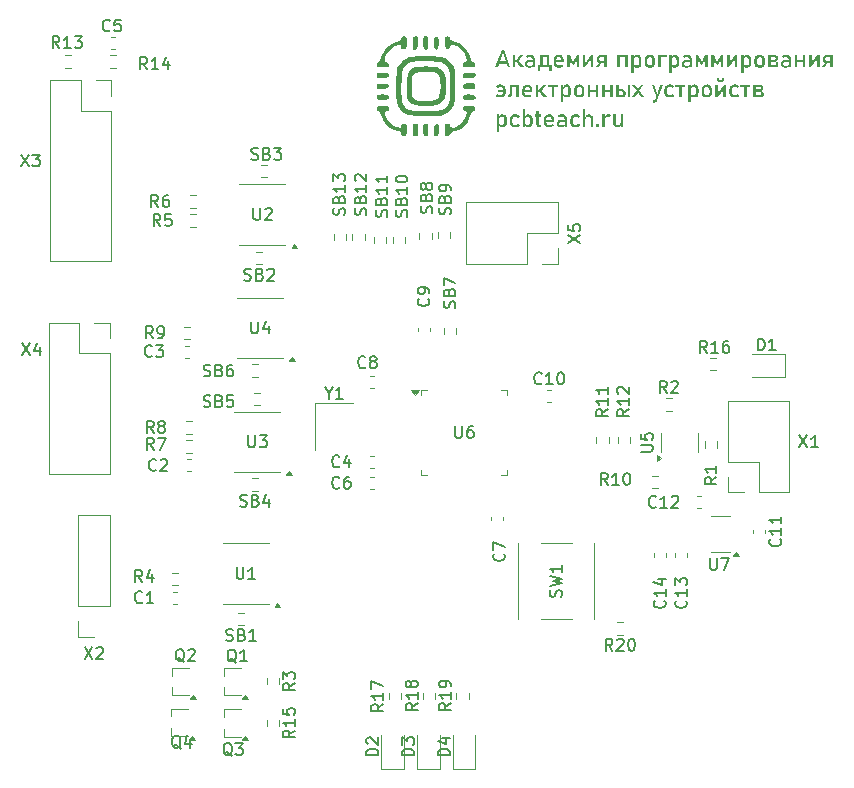
<source format=gbr>
%TF.GenerationSoftware,KiCad,Pcbnew,8.0.0*%
%TF.CreationDate,2024-11-17T17:13:44+03:00*%
%TF.ProjectId,box_bottom,626f785f-626f-4747-946f-6d2e6b696361,rev?*%
%TF.SameCoordinates,Original*%
%TF.FileFunction,Legend,Top*%
%TF.FilePolarity,Positive*%
%FSLAX46Y46*%
G04 Gerber Fmt 4.6, Leading zero omitted, Abs format (unit mm)*
G04 Created by KiCad (PCBNEW 8.0.0) date 2024-11-17 17:13:44*
%MOMM*%
%LPD*%
G01*
G04 APERTURE LIST*
%ADD10C,0.100000*%
%ADD11C,0.150000*%
%ADD12C,0.000000*%
%ADD13C,0.120000*%
G04 APERTURE END LIST*
D10*
G36*
X224593510Y-75206936D02*
G01*
X224772662Y-75206936D01*
X225325139Y-76705000D01*
X225098360Y-76705000D01*
X224683269Y-75496364D01*
X224267812Y-76705000D01*
X224041399Y-76705000D01*
X224593510Y-75206936D01*
G37*
G36*
X224295655Y-76176336D02*
G01*
X225084071Y-76176336D01*
X225084071Y-76376371D01*
X224295655Y-76376371D01*
X224295655Y-76176336D01*
G37*
G36*
X225837683Y-76090973D02*
G01*
X226128210Y-75635582D01*
X226381734Y-75635582D01*
X225933304Y-76275254D01*
X225837683Y-76090973D01*
G37*
G36*
X225523342Y-75635582D02*
G01*
X225733635Y-75635582D01*
X225733635Y-76705000D01*
X225523342Y-76705000D01*
X225523342Y-75635582D01*
G37*
G36*
X225846842Y-76253639D02*
G01*
X226010607Y-76145561D01*
X226444382Y-76705000D01*
X226163381Y-76705000D01*
X225846842Y-76253639D01*
G37*
G36*
X225625191Y-76069357D02*
G01*
X226011706Y-76069357D01*
X226011706Y-76269026D01*
X225625191Y-76269026D01*
X225625191Y-76069357D01*
G37*
G36*
X227207152Y-76026859D02*
G01*
X227197901Y-75949228D01*
X227164236Y-75879037D01*
X227151099Y-75863827D01*
X227088164Y-75822015D01*
X227010686Y-75806087D01*
X226991730Y-75805575D01*
X226916805Y-75812550D01*
X226866434Y-75825359D01*
X226798687Y-75853842D01*
X226757990Y-75879581D01*
X226604483Y-75774434D01*
X226660245Y-75720519D01*
X226722988Y-75680196D01*
X226764584Y-75660861D01*
X226835649Y-75637500D01*
X226911821Y-75623836D01*
X226985502Y-75619829D01*
X227064900Y-75624408D01*
X227143643Y-75640024D01*
X227213381Y-75666723D01*
X227278158Y-75707870D01*
X227330159Y-75760970D01*
X227357728Y-75803011D01*
X227387867Y-75874933D01*
X227403275Y-75949913D01*
X227407187Y-76017700D01*
X227407187Y-76705000D01*
X227207152Y-76705000D01*
X227207152Y-76026859D01*
G37*
G36*
X226945568Y-76720387D02*
G01*
X226863783Y-76716477D01*
X226781992Y-76702435D01*
X226712658Y-76678181D01*
X226649546Y-76638688D01*
X226597962Y-76579096D01*
X226567871Y-76511270D01*
X226553255Y-76429997D01*
X226551727Y-76389560D01*
X226557337Y-76315211D01*
X226577059Y-76243447D01*
X226615628Y-76178460D01*
X226641486Y-76151789D01*
X226706530Y-76109865D01*
X226780364Y-76085409D01*
X226858160Y-76074229D01*
X226912595Y-76072288D01*
X227216311Y-76072288D01*
X227230966Y-76241182D01*
X226913695Y-76241182D01*
X226837795Y-76251522D01*
X226790230Y-76277819D01*
X226754369Y-76342471D01*
X226749563Y-76389560D01*
X226764866Y-76464371D01*
X226803785Y-76510460D01*
X226872021Y-76539586D01*
X226948099Y-76548953D01*
X226968283Y-76549295D01*
X227043877Y-76546264D01*
X227119050Y-76533642D01*
X227147801Y-76523649D01*
X227202458Y-76471832D01*
X227207152Y-76443415D01*
X227228768Y-76593625D01*
X227179789Y-76649816D01*
X227160258Y-76664699D01*
X227092045Y-76698634D01*
X227066102Y-76706465D01*
X226990060Y-76718742D01*
X226945568Y-76720387D01*
G37*
G36*
X227685990Y-76515223D02*
G01*
X227710903Y-76515223D01*
X227784010Y-76498772D01*
X227807623Y-76480418D01*
X227842917Y-76414915D01*
X227852320Y-76373806D01*
X227860584Y-76300666D01*
X227863985Y-76221566D01*
X227864410Y-76176336D01*
X227864410Y-75635582D01*
X228074703Y-75635582D01*
X228074703Y-76246311D01*
X228071074Y-76323245D01*
X228058039Y-76400565D01*
X228032044Y-76474030D01*
X227998866Y-76527313D01*
X227945206Y-76577545D01*
X227879024Y-76609172D01*
X227800320Y-76622195D01*
X227783077Y-76622568D01*
X227758164Y-76622568D01*
X227685990Y-76515223D01*
G37*
G36*
X227647889Y-76515223D02*
G01*
X227858182Y-76515223D01*
X227858182Y-76973911D01*
X227647889Y-76973911D01*
X227647889Y-76515223D01*
G37*
G36*
X227647889Y-76515223D02*
G01*
X228677372Y-76515223D01*
X228677372Y-76705000D01*
X227647889Y-76705000D01*
X227647889Y-76515223D01*
G37*
G36*
X228591643Y-76515223D02*
G01*
X228801936Y-76515223D01*
X228801936Y-76973911D01*
X228591643Y-76973911D01*
X228591643Y-76515223D01*
G37*
G36*
X228401133Y-75635582D02*
G01*
X228611427Y-75635582D01*
X228611427Y-76705000D01*
X228401133Y-76705000D01*
X228401133Y-75635582D01*
G37*
G36*
X227995202Y-75635582D02*
G01*
X228471109Y-75635582D01*
X228471109Y-75824993D01*
X227995202Y-75824993D01*
X227995202Y-75635582D01*
G37*
G36*
X229448935Y-76720387D02*
G01*
X229368893Y-76715982D01*
X229295689Y-76702767D01*
X229222373Y-76677751D01*
X229195411Y-76664699D01*
X229129219Y-76620310D01*
X229074716Y-76563713D01*
X229035310Y-76501667D01*
X229006330Y-76429947D01*
X228989425Y-76357874D01*
X228981214Y-76278672D01*
X228980355Y-76241182D01*
X228980355Y-76120648D01*
X228983653Y-76044239D01*
X228995245Y-75965230D01*
X229015183Y-75893581D01*
X229033112Y-75849905D01*
X229071001Y-75784868D01*
X229123505Y-75725477D01*
X229187351Y-75678813D01*
X229254556Y-75647708D01*
X229329775Y-75628123D01*
X229404325Y-75620347D01*
X229430617Y-75619829D01*
X229510401Y-75626376D01*
X229582601Y-75646018D01*
X229653260Y-75682748D01*
X229659228Y-75686873D01*
X229719139Y-75740023D01*
X229764362Y-75800587D01*
X229800784Y-75872816D01*
X229803942Y-75880680D01*
X229828205Y-75955983D01*
X229843106Y-76029633D01*
X229851732Y-76109604D01*
X229854134Y-76184762D01*
X229854134Y-76254738D01*
X229132763Y-76254738D01*
X229132763Y-76085844D01*
X229654099Y-76085844D01*
X229643581Y-76009594D01*
X229620935Y-75938943D01*
X229586688Y-75882145D01*
X229528144Y-75832557D01*
X229454454Y-75810739D01*
X229430617Y-75809605D01*
X229354661Y-75818870D01*
X229286414Y-75850108D01*
X229245237Y-75888007D01*
X229205498Y-75955704D01*
X229185182Y-76033872D01*
X229180024Y-76109291D01*
X229180024Y-76245579D01*
X229186857Y-76322494D01*
X229210160Y-76393298D01*
X229250000Y-76449644D01*
X229310948Y-76492955D01*
X229381209Y-76515096D01*
X229448935Y-76520718D01*
X229524554Y-76511677D01*
X229575697Y-76495073D01*
X229642300Y-76459318D01*
X229688171Y-76422533D01*
X229826290Y-76560652D01*
X229769339Y-76608973D01*
X229707799Y-76649155D01*
X229647871Y-76678621D01*
X229573528Y-76704072D01*
X229498875Y-76717776D01*
X229448935Y-76720387D01*
G37*
G36*
X230955792Y-75635582D02*
G01*
X231142271Y-75635582D01*
X231142271Y-76705000D01*
X230952861Y-76705000D01*
X230952861Y-75949556D01*
X230963119Y-76015502D01*
X230702267Y-76496905D01*
X230576605Y-76496905D01*
X230315753Y-76015502D01*
X230326378Y-75949556D01*
X230326378Y-76705000D01*
X230136601Y-76705000D01*
X230136601Y-75635582D01*
X230323080Y-75635582D01*
X230639619Y-76226894D01*
X230955792Y-75635582D01*
G37*
G36*
X232136217Y-76703900D02*
G01*
X232136217Y-75944427D01*
X232160764Y-75971172D01*
X231646755Y-76703900D01*
X231464305Y-76703900D01*
X231464305Y-75635582D01*
X231672400Y-75635582D01*
X231672400Y-76412274D01*
X231647854Y-76385530D01*
X232164061Y-75635582D01*
X232344312Y-75635582D01*
X232344312Y-76703900D01*
X232136217Y-76703900D01*
G37*
G36*
X232989846Y-76328743D02*
G01*
X232910746Y-76322664D01*
X232838858Y-76304426D01*
X232794940Y-76285512D01*
X232732643Y-76244643D01*
X232679349Y-76187782D01*
X232663782Y-76164246D01*
X232633419Y-76096312D01*
X232618536Y-76019913D01*
X232616887Y-75981796D01*
X232623379Y-75907865D01*
X232645062Y-75835796D01*
X232663049Y-75800446D01*
X232711054Y-75738576D01*
X232768691Y-75693182D01*
X232794207Y-75678813D01*
X232867323Y-75650823D01*
X232942542Y-75637651D01*
X232989846Y-75635582D01*
X233369033Y-75635582D01*
X233369033Y-75835251D01*
X232981786Y-75835251D01*
X232908681Y-75852607D01*
X232879204Y-75875551D01*
X232844492Y-75943085D01*
X232840736Y-75981796D01*
X232855870Y-76054933D01*
X232857955Y-76059099D01*
X232907414Y-76110757D01*
X232979162Y-76129057D01*
X232981786Y-76129075D01*
X233369033Y-76129075D01*
X233369033Y-76328743D01*
X232989846Y-76328743D01*
G37*
G36*
X233260956Y-76705000D02*
G01*
X233260956Y-75635582D01*
X233471249Y-75635582D01*
X233471249Y-76705000D01*
X233260956Y-76705000D01*
G37*
G36*
X232595272Y-76705000D02*
G01*
X232896057Y-76234954D01*
X233105251Y-76282581D01*
X232844766Y-76705000D01*
X232595272Y-76705000D01*
G37*
G36*
X235033060Y-75635582D02*
G01*
X235243353Y-75635582D01*
X235243353Y-76705000D01*
X235033060Y-76705000D01*
X235033060Y-75635582D01*
G37*
G36*
X234357117Y-75635582D02*
G01*
X234567411Y-75635582D01*
X234567411Y-76705000D01*
X234357117Y-76705000D01*
X234357117Y-75635582D01*
G37*
G36*
X234487909Y-75635582D02*
G01*
X235144434Y-75635582D01*
X235144434Y-75835251D01*
X234487909Y-75835251D01*
X234487909Y-75635582D01*
G37*
G36*
X235566120Y-75635582D02*
G01*
X235776413Y-75635582D01*
X235776413Y-77139874D01*
X235566120Y-77139874D01*
X235566120Y-75635582D01*
G37*
G36*
X236045324Y-76720387D02*
G01*
X235968292Y-76712526D01*
X235894802Y-76686480D01*
X235870935Y-76672759D01*
X235813613Y-76623192D01*
X235771158Y-76558477D01*
X235761758Y-76537205D01*
X235776413Y-76313356D01*
X235785066Y-76388220D01*
X235800959Y-76430959D01*
X235848127Y-76488932D01*
X235872766Y-76505331D01*
X235942994Y-76527946D01*
X235986706Y-76530976D01*
X236063505Y-76520516D01*
X236128901Y-76485855D01*
X236147906Y-76467595D01*
X236186975Y-76402179D01*
X236203050Y-76330258D01*
X236205059Y-76288810D01*
X236205059Y-76056901D01*
X236198305Y-75982283D01*
X236172910Y-75910172D01*
X236147906Y-75874452D01*
X236088921Y-75830123D01*
X236018076Y-75811188D01*
X235986706Y-75809605D01*
X235910771Y-75819337D01*
X235872766Y-75834518D01*
X235816711Y-75881916D01*
X235800959Y-75907058D01*
X235779313Y-75977931D01*
X235776413Y-76021730D01*
X235754797Y-75815833D01*
X235795240Y-75751519D01*
X235848472Y-75695450D01*
X235881193Y-75671120D01*
X235947797Y-75637911D01*
X236020205Y-75621632D01*
X236055582Y-75619829D01*
X236129602Y-75625889D01*
X236201661Y-75646326D01*
X236249755Y-75671120D01*
X236309131Y-75720235D01*
X236352563Y-75779311D01*
X236372854Y-75819863D01*
X236397049Y-75891876D01*
X236410330Y-75965607D01*
X236415310Y-76047209D01*
X236415352Y-76055802D01*
X236415352Y-76288810D01*
X236411903Y-76362193D01*
X236399982Y-76436525D01*
X236377034Y-76509530D01*
X236371755Y-76521817D01*
X236333664Y-76587917D01*
X236279609Y-76644991D01*
X236244993Y-76669462D01*
X236177931Y-76700494D01*
X236101492Y-76717204D01*
X236045324Y-76720387D01*
G37*
G36*
X237192795Y-75624118D02*
G01*
X237268787Y-75638944D01*
X237343287Y-75667485D01*
X237355809Y-75674050D01*
X237418274Y-75717172D01*
X237469657Y-75771983D01*
X237506751Y-75831953D01*
X237534185Y-75900640D01*
X237551459Y-75977555D01*
X237558318Y-76053814D01*
X237558775Y-76080715D01*
X237558775Y-76257669D01*
X237554660Y-76336710D01*
X237542314Y-76408970D01*
X237518944Y-76481305D01*
X237506751Y-76507896D01*
X237465443Y-76573167D01*
X237413053Y-76626922D01*
X237355809Y-76665799D01*
X237283041Y-76696878D01*
X237208623Y-76713936D01*
X237134917Y-76720174D01*
X237117672Y-76720387D01*
X237042727Y-76716069D01*
X236966864Y-76701142D01*
X236892423Y-76672409D01*
X236879902Y-76665799D01*
X236817437Y-76622381D01*
X236766054Y-76567189D01*
X236728960Y-76506796D01*
X236701525Y-76437159D01*
X236684252Y-76359220D01*
X236677393Y-76281979D01*
X236676985Y-76257669D01*
X236886863Y-76257669D01*
X236893962Y-76336978D01*
X236917902Y-76408488D01*
X236946946Y-76451842D01*
X237009377Y-76498925D01*
X237084428Y-76519037D01*
X237117672Y-76520718D01*
X237193321Y-76511033D01*
X237259343Y-76478679D01*
X237288032Y-76451842D01*
X237327171Y-76386391D01*
X237345589Y-76309661D01*
X237348482Y-76257669D01*
X237348482Y-76080715D01*
X237341339Y-76001579D01*
X237317253Y-75930653D01*
X237288032Y-75888007D01*
X237225851Y-75841425D01*
X237150908Y-75821527D01*
X237117672Y-75819863D01*
X237041972Y-75829446D01*
X236975778Y-75861455D01*
X236946946Y-75888007D01*
X236908045Y-75952509D01*
X236889738Y-76028793D01*
X236886863Y-76080715D01*
X236886863Y-76257669D01*
X236676985Y-76257669D01*
X236676936Y-76254738D01*
X236676936Y-76080715D01*
X236681051Y-76002234D01*
X236695276Y-75922850D01*
X236719663Y-75851695D01*
X236728960Y-75831953D01*
X236770267Y-75766517D01*
X236822657Y-75712769D01*
X236879902Y-75674050D01*
X236952627Y-75643180D01*
X237026930Y-75626236D01*
X237100472Y-75620040D01*
X237117672Y-75619829D01*
X237192795Y-75624118D01*
G37*
G36*
X237850767Y-75635582D02*
G01*
X238061060Y-75635582D01*
X238061060Y-76705000D01*
X237850767Y-76705000D01*
X237850767Y-75635582D01*
G37*
G36*
X237953715Y-75635582D02*
G01*
X238535868Y-75635582D01*
X238535868Y-75835251D01*
X237953715Y-75835251D01*
X237953715Y-75635582D01*
G37*
G36*
X238747627Y-75635582D02*
G01*
X238957920Y-75635582D01*
X238957920Y-77139874D01*
X238747627Y-77139874D01*
X238747627Y-75635582D01*
G37*
G36*
X239226831Y-76720387D02*
G01*
X239149800Y-76712526D01*
X239076309Y-76686480D01*
X239052442Y-76672759D01*
X238995120Y-76623192D01*
X238952665Y-76558477D01*
X238943265Y-76537205D01*
X238957920Y-76313356D01*
X238966574Y-76388220D01*
X238982466Y-76430959D01*
X239029634Y-76488932D01*
X239054274Y-76505331D01*
X239124501Y-76527946D01*
X239168213Y-76530976D01*
X239245012Y-76520516D01*
X239310408Y-76485855D01*
X239329413Y-76467595D01*
X239368483Y-76402179D01*
X239384557Y-76330258D01*
X239386566Y-76288810D01*
X239386566Y-76056901D01*
X239379813Y-75982283D01*
X239354418Y-75910172D01*
X239329413Y-75874452D01*
X239270429Y-75830123D01*
X239199583Y-75811188D01*
X239168213Y-75809605D01*
X239092278Y-75819337D01*
X239054274Y-75834518D01*
X238998219Y-75881916D01*
X238982466Y-75907058D01*
X238960820Y-75977931D01*
X238957920Y-76021730D01*
X238936304Y-75815833D01*
X238976748Y-75751519D01*
X239029980Y-75695450D01*
X239062700Y-75671120D01*
X239129304Y-75637911D01*
X239201712Y-75621632D01*
X239237090Y-75619829D01*
X239311109Y-75625889D01*
X239383169Y-75646326D01*
X239431263Y-75671120D01*
X239490639Y-75720235D01*
X239534070Y-75779311D01*
X239554361Y-75819863D01*
X239578557Y-75891876D01*
X239591837Y-75965607D01*
X239596818Y-76047209D01*
X239596859Y-76055802D01*
X239596859Y-76288810D01*
X239593411Y-76362193D01*
X239581489Y-76436525D01*
X239558541Y-76509530D01*
X239553262Y-76521817D01*
X239515171Y-76587917D01*
X239461116Y-76644991D01*
X239426500Y-76669462D01*
X239359438Y-76700494D01*
X239283000Y-76717204D01*
X239226831Y-76720387D01*
G37*
G36*
X240492986Y-76026859D02*
G01*
X240483735Y-75949228D01*
X240450070Y-75879037D01*
X240436933Y-75863827D01*
X240373998Y-75822015D01*
X240296520Y-75806087D01*
X240277564Y-75805575D01*
X240202639Y-75812550D01*
X240152267Y-75825359D01*
X240084521Y-75853842D01*
X240043824Y-75879581D01*
X239890317Y-75774434D01*
X239946079Y-75720519D01*
X240008822Y-75680196D01*
X240050418Y-75660861D01*
X240121482Y-75637500D01*
X240197655Y-75623836D01*
X240271336Y-75619829D01*
X240350734Y-75624408D01*
X240429476Y-75640024D01*
X240499214Y-75666723D01*
X240563992Y-75707870D01*
X240615993Y-75760970D01*
X240643562Y-75803011D01*
X240673701Y-75874933D01*
X240689109Y-75949913D01*
X240693021Y-76017700D01*
X240693021Y-76705000D01*
X240492986Y-76705000D01*
X240492986Y-76026859D01*
G37*
G36*
X240231402Y-76720387D02*
G01*
X240149617Y-76716477D01*
X240067826Y-76702435D01*
X239998492Y-76678181D01*
X239935380Y-76638688D01*
X239883795Y-76579096D01*
X239853705Y-76511270D01*
X239839089Y-76429997D01*
X239837561Y-76389560D01*
X239843171Y-76315211D01*
X239862893Y-76243447D01*
X239901461Y-76178460D01*
X239927320Y-76151789D01*
X239992364Y-76109865D01*
X240066198Y-76085409D01*
X240143994Y-76074229D01*
X240198429Y-76072288D01*
X240502145Y-76072288D01*
X240516800Y-76241182D01*
X240199528Y-76241182D01*
X240123628Y-76251522D01*
X240076064Y-76277819D01*
X240040203Y-76342471D01*
X240035397Y-76389560D01*
X240050700Y-76464371D01*
X240089619Y-76510460D01*
X240157855Y-76539586D01*
X240233933Y-76548953D01*
X240254117Y-76549295D01*
X240329711Y-76546264D01*
X240404884Y-76533642D01*
X240433635Y-76523649D01*
X240488291Y-76471832D01*
X240492986Y-76443415D01*
X240514602Y-76593625D01*
X240465623Y-76649816D01*
X240446092Y-76664699D01*
X240377879Y-76698634D01*
X240351936Y-76706465D01*
X240275894Y-76718742D01*
X240231402Y-76720387D01*
G37*
G36*
X241825087Y-75635582D02*
G01*
X242011566Y-75635582D01*
X242011566Y-76705000D01*
X241822156Y-76705000D01*
X241822156Y-75949556D01*
X241832414Y-76015502D01*
X241571563Y-76496905D01*
X241445900Y-76496905D01*
X241185048Y-76015502D01*
X241195673Y-75949556D01*
X241195673Y-76705000D01*
X241005896Y-76705000D01*
X241005896Y-75635582D01*
X241192376Y-75635582D01*
X241508914Y-76226894D01*
X241825087Y-75635582D01*
G37*
G36*
X243152791Y-75635582D02*
G01*
X243339270Y-75635582D01*
X243339270Y-76705000D01*
X243149860Y-76705000D01*
X243149860Y-75949556D01*
X243160118Y-76015502D01*
X242899267Y-76496905D01*
X242773604Y-76496905D01*
X242512752Y-76015502D01*
X242523377Y-75949556D01*
X242523377Y-76705000D01*
X242333600Y-76705000D01*
X242333600Y-75635582D01*
X242520080Y-75635582D01*
X242836618Y-76226894D01*
X243152791Y-75635582D01*
G37*
G36*
X244333217Y-76703900D02*
G01*
X244333217Y-75944427D01*
X244357763Y-75971172D01*
X243843754Y-76703900D01*
X243661304Y-76703900D01*
X243661304Y-75635582D01*
X243869399Y-75635582D01*
X243869399Y-76412274D01*
X243844853Y-76385530D01*
X244361060Y-75635582D01*
X244541311Y-75635582D01*
X244541311Y-76703900D01*
X244333217Y-76703900D01*
G37*
G36*
X244864445Y-75635582D02*
G01*
X245074738Y-75635582D01*
X245074738Y-77139874D01*
X244864445Y-77139874D01*
X244864445Y-75635582D01*
G37*
G36*
X245343649Y-76720387D02*
G01*
X245266618Y-76712526D01*
X245193127Y-76686480D01*
X245169260Y-76672759D01*
X245111938Y-76623192D01*
X245069483Y-76558477D01*
X245060083Y-76537205D01*
X245074738Y-76313356D01*
X245083391Y-76388220D01*
X245099284Y-76430959D01*
X245146452Y-76488932D01*
X245171092Y-76505331D01*
X245241319Y-76527946D01*
X245285031Y-76530976D01*
X245361830Y-76520516D01*
X245427226Y-76485855D01*
X245446231Y-76467595D01*
X245485300Y-76402179D01*
X245501375Y-76330258D01*
X245503384Y-76288810D01*
X245503384Y-76056901D01*
X245496631Y-75982283D01*
X245471236Y-75910172D01*
X245446231Y-75874452D01*
X245387247Y-75830123D01*
X245316401Y-75811188D01*
X245285031Y-75809605D01*
X245209096Y-75819337D01*
X245171092Y-75834518D01*
X245115036Y-75881916D01*
X245099284Y-75907058D01*
X245077638Y-75977931D01*
X245074738Y-76021730D01*
X245053122Y-75815833D01*
X245093566Y-75751519D01*
X245146797Y-75695450D01*
X245179518Y-75671120D01*
X245246122Y-75637911D01*
X245318530Y-75621632D01*
X245353907Y-75619829D01*
X245427927Y-75625889D01*
X245499987Y-75646326D01*
X245548080Y-75671120D01*
X245607457Y-75720235D01*
X245650888Y-75779311D01*
X245671179Y-75819863D01*
X245695375Y-75891876D01*
X245708655Y-75965607D01*
X245713636Y-76047209D01*
X245713677Y-76055802D01*
X245713677Y-76288810D01*
X245710228Y-76362193D01*
X245698307Y-76436525D01*
X245675359Y-76509530D01*
X245670080Y-76521817D01*
X245631989Y-76587917D01*
X245577934Y-76644991D01*
X245543318Y-76669462D01*
X245476256Y-76700494D01*
X245399817Y-76717204D01*
X245343649Y-76720387D01*
G37*
G36*
X246491120Y-75624118D02*
G01*
X246567112Y-75638944D01*
X246641612Y-75667485D01*
X246654134Y-75674050D01*
X246716599Y-75717172D01*
X246767982Y-75771983D01*
X246805076Y-75831953D01*
X246832511Y-75900640D01*
X246849784Y-75977555D01*
X246856643Y-76053814D01*
X246857100Y-76080715D01*
X246857100Y-76257669D01*
X246852985Y-76336710D01*
X246840639Y-76408970D01*
X246817269Y-76481305D01*
X246805076Y-76507896D01*
X246763769Y-76573167D01*
X246711379Y-76626922D01*
X246654134Y-76665799D01*
X246581366Y-76696878D01*
X246506948Y-76713936D01*
X246433242Y-76720174D01*
X246415997Y-76720387D01*
X246341052Y-76716069D01*
X246265189Y-76701142D01*
X246190748Y-76672409D01*
X246178227Y-76665799D01*
X246115762Y-76622381D01*
X246064379Y-76567189D01*
X246027285Y-76506796D01*
X245999851Y-76437159D01*
X245982577Y-76359220D01*
X245975718Y-76281979D01*
X245975310Y-76257669D01*
X246185188Y-76257669D01*
X246192288Y-76336978D01*
X246216227Y-76408488D01*
X246245272Y-76451842D01*
X246307702Y-76498925D01*
X246382753Y-76519037D01*
X246415997Y-76520718D01*
X246491646Y-76511033D01*
X246557668Y-76478679D01*
X246586357Y-76451842D01*
X246625496Y-76386391D01*
X246643914Y-76309661D01*
X246646807Y-76257669D01*
X246646807Y-76080715D01*
X246639664Y-76001579D01*
X246615578Y-75930653D01*
X246586357Y-75888007D01*
X246524176Y-75841425D01*
X246449233Y-75821527D01*
X246415997Y-75819863D01*
X246340297Y-75829446D01*
X246274103Y-75861455D01*
X246245272Y-75888007D01*
X246206370Y-75952509D01*
X246188063Y-76028793D01*
X246185188Y-76080715D01*
X246185188Y-76257669D01*
X245975310Y-76257669D01*
X245975261Y-76254738D01*
X245975261Y-76080715D01*
X245979376Y-76002234D01*
X245993602Y-75922850D01*
X246017988Y-75851695D01*
X246027285Y-75831953D01*
X246068592Y-75766517D01*
X246120983Y-75712769D01*
X246178227Y-75674050D01*
X246250952Y-75643180D01*
X246325255Y-75626236D01*
X246398797Y-75620040D01*
X246415997Y-75619829D01*
X246491120Y-75624118D01*
G37*
G36*
X247272923Y-76515223D02*
G01*
X247668597Y-76515223D01*
X247741231Y-76498772D01*
X247765317Y-76480418D01*
X247797259Y-76411588D01*
X247799389Y-76381500D01*
X247799389Y-76378203D01*
X247784715Y-76303467D01*
X247765317Y-76274521D01*
X247698135Y-76239488D01*
X247668597Y-76237152D01*
X247272923Y-76237152D01*
X247272923Y-76047742D01*
X247668597Y-76047742D01*
X247741124Y-76028702D01*
X247750662Y-76020997D01*
X247779351Y-75953504D01*
X247779605Y-75944427D01*
X247761940Y-75871476D01*
X247750662Y-75856500D01*
X247682982Y-75825485D01*
X247670429Y-75824993D01*
X247272923Y-75824993D01*
X247272923Y-75635582D01*
X247677756Y-75635582D01*
X247756533Y-75641088D01*
X247831624Y-75660122D01*
X247899099Y-75696762D01*
X247909665Y-75705191D01*
X247959897Y-75765212D01*
X247985576Y-75834443D01*
X247992096Y-75901196D01*
X247982059Y-75974991D01*
X247948800Y-76041749D01*
X247931280Y-76062397D01*
X247868599Y-76109089D01*
X247799802Y-76135159D01*
X247760188Y-76143363D01*
X247835979Y-76165127D01*
X247904243Y-76202891D01*
X247945568Y-76240816D01*
X247985754Y-76302125D01*
X248007392Y-76373944D01*
X248011514Y-76427662D01*
X248011514Y-76430959D01*
X248002891Y-76506944D01*
X247973489Y-76577221D01*
X247923220Y-76633558D01*
X247854155Y-76674232D01*
X247776417Y-76696558D01*
X247694278Y-76704720D01*
X247674459Y-76705000D01*
X247272923Y-76705000D01*
X247272923Y-76515223D01*
G37*
G36*
X247149092Y-75635582D02*
G01*
X247358286Y-75635582D01*
X247358286Y-76705000D01*
X247149092Y-76705000D01*
X247149092Y-75635582D01*
G37*
G36*
X248887124Y-76026859D02*
G01*
X248877873Y-75949228D01*
X248844208Y-75879037D01*
X248831071Y-75863827D01*
X248768136Y-75822015D01*
X248690658Y-75806087D01*
X248671702Y-75805575D01*
X248596777Y-75812550D01*
X248546406Y-75825359D01*
X248478659Y-75853842D01*
X248437962Y-75879581D01*
X248284455Y-75774434D01*
X248340217Y-75720519D01*
X248402960Y-75680196D01*
X248444556Y-75660861D01*
X248515621Y-75637500D01*
X248591793Y-75623836D01*
X248665474Y-75619829D01*
X248744872Y-75624408D01*
X248823615Y-75640024D01*
X248893353Y-75666723D01*
X248958130Y-75707870D01*
X249010131Y-75760970D01*
X249037700Y-75803011D01*
X249067839Y-75874933D01*
X249083247Y-75949913D01*
X249087159Y-76017700D01*
X249087159Y-76705000D01*
X248887124Y-76705000D01*
X248887124Y-76026859D01*
G37*
G36*
X248625540Y-76720387D02*
G01*
X248543755Y-76716477D01*
X248461964Y-76702435D01*
X248392630Y-76678181D01*
X248329518Y-76638688D01*
X248277934Y-76579096D01*
X248247843Y-76511270D01*
X248233227Y-76429997D01*
X248231699Y-76389560D01*
X248237309Y-76315211D01*
X248257031Y-76243447D01*
X248295600Y-76178460D01*
X248321458Y-76151789D01*
X248386502Y-76109865D01*
X248460337Y-76085409D01*
X248538132Y-76074229D01*
X248592568Y-76072288D01*
X248896284Y-76072288D01*
X248910938Y-76241182D01*
X248593667Y-76241182D01*
X248517767Y-76251522D01*
X248470202Y-76277819D01*
X248434341Y-76342471D01*
X248429535Y-76389560D01*
X248444838Y-76464371D01*
X248483757Y-76510460D01*
X248551993Y-76539586D01*
X248628071Y-76548953D01*
X248648255Y-76549295D01*
X248723849Y-76546264D01*
X248799022Y-76533642D01*
X248827773Y-76523649D01*
X248882430Y-76471832D01*
X248887124Y-76443415D01*
X248908740Y-76593625D01*
X248859762Y-76649816D01*
X248840230Y-76664699D01*
X248772017Y-76698634D01*
X248746074Y-76706465D01*
X248670032Y-76718742D01*
X248625540Y-76720387D01*
G37*
G36*
X250075976Y-75635582D02*
G01*
X250286270Y-75635582D01*
X250286270Y-76705000D01*
X250075976Y-76705000D01*
X250075976Y-75635582D01*
G37*
G36*
X249400034Y-75635582D02*
G01*
X249610327Y-75635582D01*
X249610327Y-76705000D01*
X249400034Y-76705000D01*
X249400034Y-75635582D01*
G37*
G36*
X249530826Y-76084745D02*
G01*
X250187351Y-76084745D01*
X250187351Y-76274155D01*
X249530826Y-76274155D01*
X249530826Y-76084745D01*
G37*
G36*
X251280949Y-76703900D02*
G01*
X251280949Y-75944427D01*
X251305495Y-75971172D01*
X250791486Y-76703900D01*
X250609036Y-76703900D01*
X250609036Y-75635582D01*
X250817131Y-75635582D01*
X250817131Y-76412274D01*
X250792585Y-76385530D01*
X251308792Y-75635582D01*
X251489043Y-75635582D01*
X251489043Y-76703900D01*
X251280949Y-76703900D01*
G37*
G36*
X252134577Y-76328743D02*
G01*
X252055477Y-76322664D01*
X251983589Y-76304426D01*
X251939672Y-76285512D01*
X251877375Y-76244643D01*
X251824080Y-76187782D01*
X251808513Y-76164246D01*
X251778151Y-76096312D01*
X251763267Y-76019913D01*
X251761618Y-75981796D01*
X251768110Y-75907865D01*
X251789793Y-75835796D01*
X251807780Y-75800446D01*
X251855786Y-75738576D01*
X251913422Y-75693182D01*
X251938939Y-75678813D01*
X252012054Y-75650823D01*
X252087273Y-75637651D01*
X252134577Y-75635582D01*
X252513764Y-75635582D01*
X252513764Y-75835251D01*
X252126517Y-75835251D01*
X252053413Y-75852607D01*
X252023935Y-75875551D01*
X251989224Y-75943085D01*
X251985467Y-75981796D01*
X252000601Y-76054933D01*
X252002686Y-76059099D01*
X252052145Y-76110757D01*
X252123894Y-76129057D01*
X252126517Y-76129075D01*
X252513764Y-76129075D01*
X252513764Y-76328743D01*
X252134577Y-76328743D01*
G37*
G36*
X252405687Y-76705000D02*
G01*
X252405687Y-75635582D01*
X252615980Y-75635582D01*
X252615980Y-76705000D01*
X252405687Y-76705000D01*
G37*
G36*
X251740003Y-76705000D02*
G01*
X252040788Y-76234954D01*
X252249982Y-76282581D01*
X251989497Y-76705000D01*
X251740003Y-76705000D01*
G37*
G36*
X224243265Y-78779867D02*
G01*
X224243265Y-78600715D01*
X224763503Y-78600715D01*
X224763503Y-78779867D01*
X224243265Y-78779867D01*
G37*
G36*
X224454291Y-79240387D02*
G01*
X224378943Y-79236120D01*
X224302831Y-79222164D01*
X224298220Y-79220969D01*
X224228336Y-79196789D01*
X224165963Y-79163817D01*
X224105813Y-79116380D01*
X224067044Y-79072592D01*
X224218353Y-78936304D01*
X224273440Y-78990246D01*
X224323499Y-79021301D01*
X224393888Y-79045296D01*
X224451360Y-79050976D01*
X224528489Y-79042535D01*
X224597818Y-79014070D01*
X224639672Y-78979535D01*
X224680527Y-78917231D01*
X224701413Y-78845273D01*
X224706716Y-78775837D01*
X224706716Y-78599616D01*
X224698794Y-78521105D01*
X224672081Y-78450566D01*
X224639672Y-78408007D01*
X224576426Y-78363887D01*
X224501945Y-78343124D01*
X224451360Y-78339863D01*
X224374858Y-78349679D01*
X224324598Y-78367707D01*
X224261048Y-78406566D01*
X224218353Y-78447208D01*
X224067044Y-78310921D01*
X224117289Y-78254725D01*
X224164863Y-78218230D01*
X224231385Y-78182814D01*
X224297121Y-78159979D01*
X224373416Y-78144866D01*
X224449102Y-78139848D01*
X224454291Y-78139829D01*
X224533304Y-78144118D01*
X224605477Y-78156985D01*
X224677647Y-78181342D01*
X224704152Y-78194050D01*
X224769631Y-78237086D01*
X224823509Y-78291636D01*
X224862421Y-78351221D01*
X224891208Y-78419714D01*
X224909333Y-78496507D01*
X224916529Y-78572718D01*
X224917009Y-78599616D01*
X224917009Y-78775837D01*
X224912691Y-78855261D01*
X224899737Y-78927847D01*
X224875215Y-79000475D01*
X224862421Y-79027163D01*
X224819091Y-79092851D01*
X224764158Y-79146851D01*
X224704152Y-79185799D01*
X224635358Y-79214585D01*
X224558121Y-79232710D01*
X224481389Y-79239907D01*
X224454291Y-79240387D01*
G37*
G36*
X225086270Y-79034490D02*
G01*
X225159542Y-79015714D01*
X225211599Y-78964006D01*
X225214497Y-78959385D01*
X225244148Y-78887907D01*
X225257430Y-78811557D01*
X225260293Y-78746894D01*
X225260293Y-78155582D01*
X225470586Y-78155582D01*
X225470586Y-78775837D01*
X225467195Y-78854141D01*
X225455474Y-78933396D01*
X225435381Y-79004493D01*
X225427721Y-79024232D01*
X225390335Y-79094488D01*
X225341923Y-79150834D01*
X225303524Y-79180669D01*
X225237733Y-79213264D01*
X225162359Y-79230816D01*
X225106786Y-79234159D01*
X225086270Y-79234159D01*
X225086270Y-79034490D01*
G37*
G36*
X225804344Y-78155582D02*
G01*
X226014637Y-78155582D01*
X226014637Y-79225000D01*
X225804344Y-79225000D01*
X225804344Y-78155582D01*
G37*
G36*
X225391451Y-78155582D02*
G01*
X225915718Y-78155582D01*
X225915718Y-78355251D01*
X225391451Y-78355251D01*
X225391451Y-78155582D01*
G37*
G36*
X226775942Y-79240387D02*
G01*
X226695899Y-79235982D01*
X226622695Y-79222767D01*
X226549380Y-79197751D01*
X226522418Y-79184699D01*
X226456225Y-79140310D01*
X226401722Y-79083713D01*
X226362316Y-79021667D01*
X226333336Y-78949947D01*
X226316431Y-78877874D01*
X226308220Y-78798672D01*
X226307362Y-78761182D01*
X226307362Y-78640648D01*
X226310659Y-78564239D01*
X226322251Y-78485230D01*
X226342189Y-78413581D01*
X226360118Y-78369905D01*
X226398007Y-78304868D01*
X226450511Y-78245477D01*
X226514357Y-78198813D01*
X226581562Y-78167708D01*
X226656782Y-78148123D01*
X226731331Y-78140347D01*
X226757623Y-78139829D01*
X226837408Y-78146376D01*
X226909607Y-78166018D01*
X226980266Y-78202748D01*
X226986235Y-78206873D01*
X227046146Y-78260023D01*
X227091369Y-78320587D01*
X227127790Y-78392816D01*
X227130949Y-78400680D01*
X227155211Y-78475983D01*
X227170112Y-78549633D01*
X227178739Y-78629604D01*
X227181140Y-78704762D01*
X227181140Y-78774738D01*
X226459769Y-78774738D01*
X226459769Y-78605844D01*
X226981106Y-78605844D01*
X226970587Y-78529594D01*
X226947942Y-78458943D01*
X226913695Y-78402145D01*
X226855151Y-78352557D01*
X226781460Y-78330739D01*
X226757623Y-78329605D01*
X226681667Y-78338870D01*
X226613420Y-78370108D01*
X226572243Y-78408007D01*
X226532504Y-78475704D01*
X226512189Y-78553872D01*
X226507030Y-78629291D01*
X226507030Y-78765579D01*
X226513864Y-78842494D01*
X226537166Y-78913298D01*
X226577006Y-78969644D01*
X226637954Y-79012955D01*
X226708215Y-79035096D01*
X226775942Y-79040718D01*
X226851560Y-79031677D01*
X226902704Y-79015073D01*
X226969306Y-78979318D01*
X227015177Y-78942533D01*
X227153297Y-79080652D01*
X227096345Y-79128973D01*
X227034805Y-79169155D01*
X226974877Y-79198621D01*
X226900534Y-79224072D01*
X226825882Y-79237776D01*
X226775942Y-79240387D01*
G37*
G36*
X227777948Y-78610973D02*
G01*
X228068475Y-78155582D01*
X228321999Y-78155582D01*
X227873569Y-78795254D01*
X227777948Y-78610973D01*
G37*
G36*
X227463607Y-78155582D02*
G01*
X227673900Y-78155582D01*
X227673900Y-79225000D01*
X227463607Y-79225000D01*
X227463607Y-78155582D01*
G37*
G36*
X227787107Y-78773639D02*
G01*
X227950872Y-78665561D01*
X228384647Y-79225000D01*
X228103646Y-79225000D01*
X227787107Y-78773639D01*
G37*
G36*
X227565457Y-78589357D02*
G01*
X227951971Y-78589357D01*
X227951971Y-78789026D01*
X227565457Y-78789026D01*
X227565457Y-78589357D01*
G37*
G36*
X228802302Y-78267690D02*
G01*
X229012595Y-78267690D01*
X229012595Y-79225000D01*
X228802302Y-79225000D01*
X228802302Y-78267690D01*
G37*
G36*
X228491992Y-78155582D02*
G01*
X229322540Y-78155582D01*
X229322540Y-78344993D01*
X228491992Y-78344993D01*
X228491992Y-78155582D01*
G37*
G36*
X229595847Y-78155582D02*
G01*
X229806140Y-78155582D01*
X229806140Y-79659874D01*
X229595847Y-79659874D01*
X229595847Y-78155582D01*
G37*
G36*
X230075052Y-79240387D02*
G01*
X229998020Y-79232526D01*
X229924530Y-79206480D01*
X229900662Y-79192759D01*
X229843341Y-79143192D01*
X229800885Y-79078477D01*
X229791486Y-79057205D01*
X229806140Y-78833356D01*
X229814794Y-78908220D01*
X229830687Y-78950959D01*
X229877855Y-79008932D01*
X229902494Y-79025331D01*
X229972721Y-79047946D01*
X230016434Y-79050976D01*
X230093233Y-79040516D01*
X230158629Y-79005855D01*
X230177634Y-78987595D01*
X230216703Y-78922179D01*
X230232777Y-78850258D01*
X230234787Y-78808810D01*
X230234787Y-78576901D01*
X230228033Y-78502283D01*
X230202638Y-78430172D01*
X230177634Y-78394452D01*
X230118649Y-78350123D01*
X230047803Y-78331188D01*
X230016434Y-78329605D01*
X229940499Y-78339337D01*
X229902494Y-78354518D01*
X229846439Y-78401916D01*
X229830687Y-78427058D01*
X229809041Y-78497931D01*
X229806140Y-78541730D01*
X229784525Y-78335833D01*
X229824968Y-78271519D01*
X229878200Y-78215450D01*
X229910921Y-78191120D01*
X229977525Y-78157911D01*
X230049933Y-78141632D01*
X230085310Y-78139829D01*
X230159330Y-78145889D01*
X230231389Y-78166326D01*
X230279483Y-78191120D01*
X230338859Y-78240235D01*
X230382290Y-78299311D01*
X230402581Y-78339863D01*
X230426777Y-78411876D01*
X230440058Y-78485607D01*
X230445038Y-78567209D01*
X230445080Y-78575802D01*
X230445080Y-78808810D01*
X230441631Y-78882193D01*
X230429710Y-78956525D01*
X230406762Y-79029530D01*
X230401482Y-79041817D01*
X230363392Y-79107917D01*
X230309337Y-79164991D01*
X230274720Y-79189462D01*
X230207659Y-79220494D01*
X230131220Y-79237204D01*
X230075052Y-79240387D01*
G37*
G36*
X231222523Y-78144118D02*
G01*
X231298515Y-78158944D01*
X231373015Y-78187485D01*
X231385537Y-78194050D01*
X231448002Y-78237172D01*
X231499385Y-78291983D01*
X231536479Y-78351953D01*
X231563913Y-78420640D01*
X231581187Y-78497555D01*
X231588045Y-78573814D01*
X231588503Y-78600715D01*
X231588503Y-78777669D01*
X231584387Y-78856710D01*
X231572042Y-78928970D01*
X231548672Y-79001305D01*
X231536479Y-79027896D01*
X231495171Y-79093167D01*
X231442781Y-79146922D01*
X231385537Y-79185799D01*
X231312768Y-79216878D01*
X231238351Y-79233936D01*
X231164645Y-79240174D01*
X231147400Y-79240387D01*
X231072455Y-79236069D01*
X230996591Y-79221142D01*
X230922150Y-79192409D01*
X230909630Y-79185799D01*
X230847165Y-79142381D01*
X230795782Y-79087189D01*
X230758688Y-79026796D01*
X230731253Y-78957159D01*
X230713980Y-78879220D01*
X230707121Y-78801979D01*
X230706713Y-78777669D01*
X230916591Y-78777669D01*
X230923690Y-78856978D01*
X230947630Y-78928488D01*
X230976674Y-78971842D01*
X231039105Y-79018925D01*
X231114155Y-79039037D01*
X231147400Y-79040718D01*
X231223049Y-79031033D01*
X231289071Y-78998679D01*
X231317759Y-78971842D01*
X231356899Y-78906391D01*
X231375317Y-78829661D01*
X231378210Y-78777669D01*
X231378210Y-78600715D01*
X231371067Y-78521579D01*
X231346981Y-78450653D01*
X231317759Y-78408007D01*
X231255579Y-78361425D01*
X231180636Y-78341527D01*
X231147400Y-78339863D01*
X231071700Y-78349446D01*
X231005505Y-78381455D01*
X230976674Y-78408007D01*
X230937772Y-78472509D01*
X230919466Y-78548793D01*
X230916591Y-78600715D01*
X230916591Y-78777669D01*
X230706713Y-78777669D01*
X230706664Y-78774738D01*
X230706664Y-78600715D01*
X230710779Y-78522234D01*
X230725004Y-78442850D01*
X230749390Y-78371695D01*
X230758688Y-78351953D01*
X230799995Y-78286517D01*
X230852385Y-78232769D01*
X230909630Y-78194050D01*
X230982355Y-78163180D01*
X231056658Y-78146236D01*
X231130200Y-78140040D01*
X231147400Y-78139829D01*
X231222523Y-78144118D01*
G37*
G36*
X232556437Y-78155582D02*
G01*
X232766730Y-78155582D01*
X232766730Y-79225000D01*
X232556437Y-79225000D01*
X232556437Y-78155582D01*
G37*
G36*
X231880495Y-78155582D02*
G01*
X232090788Y-78155582D01*
X232090788Y-79225000D01*
X231880495Y-79225000D01*
X231880495Y-78155582D01*
G37*
G36*
X232011287Y-78604745D02*
G01*
X232667812Y-78604745D01*
X232667812Y-78794155D01*
X232011287Y-78794155D01*
X232011287Y-78604745D01*
G37*
G36*
X233765439Y-78155582D02*
G01*
X233975732Y-78155582D01*
X233975732Y-79225000D01*
X233765439Y-79225000D01*
X233765439Y-78155582D01*
G37*
G36*
X233089497Y-78155582D02*
G01*
X233299790Y-78155582D01*
X233299790Y-79225000D01*
X233089497Y-79225000D01*
X233089497Y-78155582D01*
G37*
G36*
X233220289Y-78604745D02*
G01*
X233876814Y-78604745D01*
X233876814Y-78794155D01*
X233220289Y-78794155D01*
X233220289Y-78604745D01*
G37*
G36*
X235246650Y-78155582D02*
G01*
X235456577Y-78155582D01*
X235456577Y-79225000D01*
X235246650Y-79225000D01*
X235246650Y-78155582D01*
G37*
G36*
X234400348Y-79024965D02*
G01*
X234726046Y-79024965D01*
X234799151Y-79007767D01*
X234828628Y-78985031D01*
X234863670Y-78917497D01*
X234867463Y-78878785D01*
X234852007Y-78805648D01*
X234849877Y-78801482D01*
X234800418Y-78750191D01*
X234728692Y-78731525D01*
X234726046Y-78731507D01*
X234400348Y-78731507D01*
X234400348Y-78531472D01*
X234717986Y-78531472D01*
X234797035Y-78537551D01*
X234868768Y-78555789D01*
X234912526Y-78574703D01*
X234975060Y-78615633D01*
X235028475Y-78672694D01*
X235044050Y-78696336D01*
X235074413Y-78764270D01*
X235089296Y-78840669D01*
X235090945Y-78878785D01*
X235084402Y-78952545D01*
X235062546Y-79024660D01*
X235044417Y-79060136D01*
X234996662Y-79122005D01*
X234939133Y-79167400D01*
X234913625Y-79181769D01*
X234840509Y-79209759D01*
X234765290Y-79222931D01*
X234717986Y-79225000D01*
X234400348Y-79225000D01*
X234400348Y-79024965D01*
G37*
G36*
X234298499Y-78155582D02*
G01*
X234508792Y-78155582D01*
X234508792Y-79225000D01*
X234298499Y-79225000D01*
X234298499Y-78155582D01*
G37*
G36*
X236044591Y-78738468D02*
G01*
X235651116Y-78155582D01*
X235884856Y-78155582D01*
X236191870Y-78634420D01*
X236597069Y-79225000D01*
X236364061Y-79225000D01*
X236044591Y-78738468D01*
G37*
G36*
X236038363Y-78634420D02*
G01*
X236139480Y-78828227D01*
X235867271Y-79225000D01*
X235634630Y-79225000D01*
X236038363Y-78634420D01*
G37*
G36*
X236112735Y-78534769D02*
G01*
X236346475Y-78155582D01*
X236580582Y-78155582D01*
X236201395Y-78732606D01*
X236112735Y-78534769D01*
G37*
G36*
X238219696Y-78155582D02*
G01*
X237764305Y-79475226D01*
X237733778Y-79544497D01*
X237699459Y-79591364D01*
X237638676Y-79637052D01*
X237600540Y-79652547D01*
X237526017Y-79667655D01*
X237456193Y-79671231D01*
X237414061Y-79671231D01*
X237414061Y-79469364D01*
X237456193Y-79469364D01*
X237530862Y-79455969D01*
X237549616Y-79445551D01*
X237598059Y-79387770D01*
X237609699Y-79364218D01*
X238005373Y-78155582D01*
X238219696Y-78155582D01*
G37*
G36*
X237273011Y-78155582D02*
G01*
X237487334Y-78155582D01*
X237815963Y-79084682D01*
X237699459Y-79312561D01*
X237273011Y-78155582D01*
G37*
G36*
X238811374Y-79240387D02*
G01*
X238732510Y-79236069D01*
X238660369Y-79223115D01*
X238588098Y-79198593D01*
X238561514Y-79185799D01*
X238496243Y-79142425D01*
X238442487Y-79087362D01*
X238403611Y-79027163D01*
X238374824Y-78957911D01*
X238356699Y-78880216D01*
X238349502Y-78803072D01*
X238349023Y-78775837D01*
X238349023Y-78599616D01*
X238353341Y-78521164D01*
X238368267Y-78441880D01*
X238393855Y-78370897D01*
X238403611Y-78351221D01*
X238446898Y-78286201D01*
X238501701Y-78232698D01*
X238561514Y-78194050D01*
X238630465Y-78165457D01*
X238707716Y-78147453D01*
X238784339Y-78140305D01*
X238811374Y-78139829D01*
X238887511Y-78144256D01*
X238963932Y-78158739D01*
X238968545Y-78159979D01*
X239038428Y-78184617D01*
X239100802Y-78218230D01*
X239160900Y-78266312D01*
X239198988Y-78310921D01*
X239047679Y-78447208D01*
X238991703Y-78396628D01*
X238941434Y-78367707D01*
X238871392Y-78345193D01*
X238814672Y-78339863D01*
X238737499Y-78347916D01*
X238668025Y-78375067D01*
X238625994Y-78408007D01*
X238582585Y-78472327D01*
X238562157Y-78548122D01*
X238558949Y-78599616D01*
X238558949Y-78775837D01*
X238565425Y-78849446D01*
X238590292Y-78922948D01*
X238625261Y-78971842D01*
X238688688Y-79016437D01*
X238763659Y-79037422D01*
X238814672Y-79040718D01*
X238888126Y-79031213D01*
X238942533Y-79010676D01*
X239005735Y-78969113D01*
X239047679Y-78926046D01*
X239198988Y-79072592D01*
X239147854Y-79127783D01*
X239100069Y-79163817D01*
X239033445Y-79198558D01*
X238967445Y-79220969D01*
X238891608Y-79235532D01*
X238816518Y-79240368D01*
X238811374Y-79240387D01*
G37*
G36*
X239601256Y-78267690D02*
G01*
X239811549Y-78267690D01*
X239811549Y-79225000D01*
X239601256Y-79225000D01*
X239601256Y-78267690D01*
G37*
G36*
X239290945Y-78155582D02*
G01*
X240121493Y-78155582D01*
X240121493Y-78344993D01*
X239290945Y-78344993D01*
X239290945Y-78155582D01*
G37*
G36*
X240394801Y-78155582D02*
G01*
X240605094Y-78155582D01*
X240605094Y-79659874D01*
X240394801Y-79659874D01*
X240394801Y-78155582D01*
G37*
G36*
X240874005Y-79240387D02*
G01*
X240796973Y-79232526D01*
X240723483Y-79206480D01*
X240699616Y-79192759D01*
X240642294Y-79143192D01*
X240599839Y-79078477D01*
X240590439Y-79057205D01*
X240605094Y-78833356D01*
X240613747Y-78908220D01*
X240629640Y-78950959D01*
X240676808Y-79008932D01*
X240701448Y-79025331D01*
X240771675Y-79047946D01*
X240815387Y-79050976D01*
X240892186Y-79040516D01*
X240957582Y-79005855D01*
X240976587Y-78987595D01*
X241015656Y-78922179D01*
X241031731Y-78850258D01*
X241033740Y-78808810D01*
X241033740Y-78576901D01*
X241026986Y-78502283D01*
X241001591Y-78430172D01*
X240976587Y-78394452D01*
X240917602Y-78350123D01*
X240846757Y-78331188D01*
X240815387Y-78329605D01*
X240739452Y-78339337D01*
X240701448Y-78354518D01*
X240645392Y-78401916D01*
X240629640Y-78427058D01*
X240607994Y-78497931D01*
X240605094Y-78541730D01*
X240583478Y-78335833D01*
X240623921Y-78271519D01*
X240677153Y-78215450D01*
X240709874Y-78191120D01*
X240776478Y-78157911D01*
X240848886Y-78141632D01*
X240884263Y-78139829D01*
X240958283Y-78145889D01*
X241030342Y-78166326D01*
X241078436Y-78191120D01*
X241137812Y-78240235D01*
X241181244Y-78299311D01*
X241201535Y-78339863D01*
X241225731Y-78411876D01*
X241239011Y-78485607D01*
X241243991Y-78567209D01*
X241244033Y-78575802D01*
X241244033Y-78808810D01*
X241240584Y-78882193D01*
X241228663Y-78956525D01*
X241205715Y-79029530D01*
X241200436Y-79041817D01*
X241162345Y-79107917D01*
X241108290Y-79164991D01*
X241073674Y-79189462D01*
X241006612Y-79220494D01*
X240930173Y-79237204D01*
X240874005Y-79240387D01*
G37*
G36*
X242021476Y-78144118D02*
G01*
X242097468Y-78158944D01*
X242171968Y-78187485D01*
X242184490Y-78194050D01*
X242246955Y-78237172D01*
X242298338Y-78291983D01*
X242335432Y-78351953D01*
X242362867Y-78420640D01*
X242380140Y-78497555D01*
X242386999Y-78573814D01*
X242387456Y-78600715D01*
X242387456Y-78777669D01*
X242383341Y-78856710D01*
X242370995Y-78928970D01*
X242347625Y-79001305D01*
X242335432Y-79027896D01*
X242294125Y-79093167D01*
X242241734Y-79146922D01*
X242184490Y-79185799D01*
X242111722Y-79216878D01*
X242037304Y-79233936D01*
X241963598Y-79240174D01*
X241946353Y-79240387D01*
X241871408Y-79236069D01*
X241795545Y-79221142D01*
X241721104Y-79192409D01*
X241708583Y-79185799D01*
X241646118Y-79142381D01*
X241594735Y-79087189D01*
X241557641Y-79026796D01*
X241530206Y-78957159D01*
X241512933Y-78879220D01*
X241506074Y-78801979D01*
X241505666Y-78777669D01*
X241715544Y-78777669D01*
X241722644Y-78856978D01*
X241746583Y-78928488D01*
X241775628Y-78971842D01*
X241838058Y-79018925D01*
X241913109Y-79039037D01*
X241946353Y-79040718D01*
X242022002Y-79031033D01*
X242088024Y-78998679D01*
X242116713Y-78971842D01*
X242155852Y-78906391D01*
X242174270Y-78829661D01*
X242177163Y-78777669D01*
X242177163Y-78600715D01*
X242170020Y-78521579D01*
X242145934Y-78450653D01*
X242116713Y-78408007D01*
X242054532Y-78361425D01*
X241979589Y-78341527D01*
X241946353Y-78339863D01*
X241870653Y-78349446D01*
X241804459Y-78381455D01*
X241775628Y-78408007D01*
X241736726Y-78472509D01*
X241718419Y-78548793D01*
X241715544Y-78600715D01*
X241715544Y-78777669D01*
X241505666Y-78777669D01*
X241505617Y-78774738D01*
X241505617Y-78600715D01*
X241509732Y-78522234D01*
X241523957Y-78442850D01*
X241548344Y-78371695D01*
X241557641Y-78351953D01*
X241598948Y-78286517D01*
X241651338Y-78232769D01*
X241708583Y-78194050D01*
X241781308Y-78163180D01*
X241855611Y-78146236D01*
X241929153Y-78140040D01*
X241946353Y-78139829D01*
X242021476Y-78144118D01*
G37*
G36*
X243351360Y-79223900D02*
G01*
X243351360Y-78464427D01*
X243375907Y-78491172D01*
X242861898Y-79223900D01*
X242679448Y-79223900D01*
X242679448Y-78155582D01*
X242887543Y-78155582D01*
X242887543Y-78932274D01*
X242862997Y-78905530D01*
X243379204Y-78155582D01*
X243559455Y-78155582D01*
X243559455Y-79223900D01*
X243351360Y-79223900D01*
G37*
G36*
X243109926Y-77952616D02*
G01*
X243029636Y-77945313D01*
X242954631Y-77920069D01*
X242894582Y-77876792D01*
X242879483Y-77860293D01*
X242839104Y-77793610D01*
X242815550Y-77718239D01*
X242804782Y-77639030D01*
X242802913Y-77583688D01*
X242972173Y-77583688D01*
X242977857Y-77658747D01*
X243002441Y-77730992D01*
X243006612Y-77737561D01*
X243066643Y-77782468D01*
X243109926Y-77788485D01*
X243128611Y-77788485D01*
X243201569Y-77768593D01*
X243232292Y-77737561D01*
X243259163Y-77668771D01*
X243266697Y-77590071D01*
X243266730Y-77583688D01*
X243435624Y-77583688D01*
X243431943Y-77659910D01*
X243418719Y-77736246D01*
X243392347Y-77808383D01*
X243358688Y-77860293D01*
X243303318Y-77908979D01*
X243232922Y-77939633D01*
X243156717Y-77951805D01*
X243128611Y-77952616D01*
X243109926Y-77952616D01*
G37*
G36*
X244314166Y-79240387D02*
G01*
X244235301Y-79236069D01*
X244163161Y-79223115D01*
X244090889Y-79198593D01*
X244064305Y-79185799D01*
X243999034Y-79142425D01*
X243945278Y-79087362D01*
X243906402Y-79027163D01*
X243877615Y-78957911D01*
X243859490Y-78880216D01*
X243852294Y-78803072D01*
X243851814Y-78775837D01*
X243851814Y-78599616D01*
X243856132Y-78521164D01*
X243871058Y-78441880D01*
X243896647Y-78370897D01*
X243906402Y-78351221D01*
X243949689Y-78286201D01*
X244004492Y-78232698D01*
X244064305Y-78194050D01*
X244133256Y-78165457D01*
X244210507Y-78147453D01*
X244287130Y-78140305D01*
X244314166Y-78139829D01*
X244390302Y-78144256D01*
X244466724Y-78158739D01*
X244471336Y-78159979D01*
X244541220Y-78184617D01*
X244603593Y-78218230D01*
X244663691Y-78266312D01*
X244701779Y-78310921D01*
X244550471Y-78447208D01*
X244494494Y-78396628D01*
X244444225Y-78367707D01*
X244374183Y-78345193D01*
X244317463Y-78339863D01*
X244240291Y-78347916D01*
X244170816Y-78375067D01*
X244128785Y-78408007D01*
X244085376Y-78472327D01*
X244064949Y-78548122D01*
X244061741Y-78599616D01*
X244061741Y-78775837D01*
X244068216Y-78849446D01*
X244093083Y-78922948D01*
X244128053Y-78971842D01*
X244191480Y-79016437D01*
X244266450Y-79037422D01*
X244317463Y-79040718D01*
X244390917Y-79031213D01*
X244445324Y-79010676D01*
X244508526Y-78969113D01*
X244550471Y-78926046D01*
X244701779Y-79072592D01*
X244650645Y-79127783D01*
X244602861Y-79163817D01*
X244536236Y-79198558D01*
X244470237Y-79220969D01*
X244394399Y-79235532D01*
X244319309Y-79240368D01*
X244314166Y-79240387D01*
G37*
G36*
X245104047Y-78267690D02*
G01*
X245314340Y-78267690D01*
X245314340Y-79225000D01*
X245104047Y-79225000D01*
X245104047Y-78267690D01*
G37*
G36*
X244793736Y-78155582D02*
G01*
X245624284Y-78155582D01*
X245624284Y-78344993D01*
X244793736Y-78344993D01*
X244793736Y-78155582D01*
G37*
G36*
X246021423Y-79035223D02*
G01*
X246417096Y-79035223D01*
X246489731Y-79018772D01*
X246513817Y-79000418D01*
X246545759Y-78931588D01*
X246547889Y-78901500D01*
X246547889Y-78898203D01*
X246533215Y-78823467D01*
X246513817Y-78794521D01*
X246446635Y-78759488D01*
X246417096Y-78757152D01*
X246021423Y-78757152D01*
X246021423Y-78567742D01*
X246417096Y-78567742D01*
X246489624Y-78548702D01*
X246499162Y-78540997D01*
X246527850Y-78473504D01*
X246528105Y-78464427D01*
X246510440Y-78391476D01*
X246499162Y-78376500D01*
X246431482Y-78345485D01*
X246418928Y-78344993D01*
X246021423Y-78344993D01*
X246021423Y-78155582D01*
X246426256Y-78155582D01*
X246505033Y-78161088D01*
X246580123Y-78180122D01*
X246647598Y-78216762D01*
X246658164Y-78225191D01*
X246708396Y-78285212D01*
X246734076Y-78354443D01*
X246740596Y-78421196D01*
X246730559Y-78494991D01*
X246697300Y-78561749D01*
X246679780Y-78582397D01*
X246617098Y-78629089D01*
X246548302Y-78655159D01*
X246508688Y-78663363D01*
X246584478Y-78685127D01*
X246652742Y-78722891D01*
X246694068Y-78760816D01*
X246734253Y-78822125D01*
X246755892Y-78893944D01*
X246760013Y-78947662D01*
X246760013Y-78950959D01*
X246751391Y-79026944D01*
X246721988Y-79097221D01*
X246671720Y-79153558D01*
X246602655Y-79194232D01*
X246524917Y-79216558D01*
X246442778Y-79224720D01*
X246422958Y-79225000D01*
X246021423Y-79225000D01*
X246021423Y-79035223D01*
G37*
G36*
X245897592Y-78155582D02*
G01*
X246106786Y-78155582D01*
X246106786Y-79225000D01*
X245897592Y-79225000D01*
X245897592Y-78155582D01*
G37*
G36*
X224164863Y-80675582D02*
G01*
X224375157Y-80675582D01*
X224375157Y-82179874D01*
X224164863Y-82179874D01*
X224164863Y-80675582D01*
G37*
G36*
X224644068Y-81760387D02*
G01*
X224567036Y-81752526D01*
X224493546Y-81726480D01*
X224469678Y-81712759D01*
X224412357Y-81663192D01*
X224369901Y-81598477D01*
X224360502Y-81577205D01*
X224375157Y-81353356D01*
X224383810Y-81428220D01*
X224399703Y-81470959D01*
X224446871Y-81528932D01*
X224471510Y-81545331D01*
X224541737Y-81567946D01*
X224585450Y-81570976D01*
X224662249Y-81560516D01*
X224727645Y-81525855D01*
X224746650Y-81507595D01*
X224785719Y-81442179D01*
X224801793Y-81370258D01*
X224803803Y-81328810D01*
X224803803Y-81096901D01*
X224797049Y-81022283D01*
X224771654Y-80950172D01*
X224746650Y-80914452D01*
X224687665Y-80870123D01*
X224616820Y-80851188D01*
X224585450Y-80849605D01*
X224509515Y-80859337D01*
X224471510Y-80874518D01*
X224415455Y-80921916D01*
X224399703Y-80947058D01*
X224378057Y-81017931D01*
X224375157Y-81061730D01*
X224353541Y-80855833D01*
X224393984Y-80791519D01*
X224447216Y-80735450D01*
X224479937Y-80711120D01*
X224546541Y-80677911D01*
X224618949Y-80661632D01*
X224654326Y-80659829D01*
X224728346Y-80665889D01*
X224800405Y-80686326D01*
X224848499Y-80711120D01*
X224907875Y-80760235D01*
X224951307Y-80819311D01*
X224971598Y-80859863D01*
X224995793Y-80931876D01*
X225009074Y-81005607D01*
X225014054Y-81087209D01*
X225014096Y-81095802D01*
X225014096Y-81328810D01*
X225010647Y-81402193D01*
X224998726Y-81476525D01*
X224975778Y-81549530D01*
X224970498Y-81561817D01*
X224932408Y-81627917D01*
X224878353Y-81684991D01*
X224843736Y-81709462D01*
X224776675Y-81740494D01*
X224700236Y-81757204D01*
X224644068Y-81760387D01*
G37*
G36*
X225738032Y-81760387D02*
G01*
X225659167Y-81756069D01*
X225587027Y-81743115D01*
X225514755Y-81718593D01*
X225488171Y-81705799D01*
X225422900Y-81662425D01*
X225369144Y-81607362D01*
X225330268Y-81547163D01*
X225301481Y-81477911D01*
X225283356Y-81400216D01*
X225276160Y-81323072D01*
X225275680Y-81295837D01*
X225275680Y-81119616D01*
X225279998Y-81041164D01*
X225294924Y-80961880D01*
X225320513Y-80890897D01*
X225330268Y-80871221D01*
X225373555Y-80806201D01*
X225428358Y-80752698D01*
X225488171Y-80714050D01*
X225557122Y-80685457D01*
X225634373Y-80667453D01*
X225710996Y-80660305D01*
X225738032Y-80659829D01*
X225814168Y-80664256D01*
X225890590Y-80678739D01*
X225895202Y-80679979D01*
X225965086Y-80704617D01*
X226027459Y-80738230D01*
X226087557Y-80786312D01*
X226125645Y-80830921D01*
X225974337Y-80967208D01*
X225918360Y-80916628D01*
X225868091Y-80887707D01*
X225798050Y-80865193D01*
X225741329Y-80859863D01*
X225664157Y-80867916D01*
X225594682Y-80895067D01*
X225552651Y-80928007D01*
X225509242Y-80992327D01*
X225488815Y-81068122D01*
X225485607Y-81119616D01*
X225485607Y-81295837D01*
X225492082Y-81369446D01*
X225516949Y-81442948D01*
X225551919Y-81491842D01*
X225615346Y-81536437D01*
X225690316Y-81557422D01*
X225741329Y-81560718D01*
X225814783Y-81551213D01*
X225869190Y-81530676D01*
X225932392Y-81489113D01*
X225974337Y-81446046D01*
X226125645Y-81592592D01*
X226074511Y-81647783D01*
X226026727Y-81683817D01*
X225960102Y-81718558D01*
X225894103Y-81740969D01*
X225818265Y-81755532D01*
X225743175Y-81760368D01*
X225738032Y-81760387D01*
G37*
G36*
X226830530Y-81760387D02*
G01*
X226753498Y-81752526D01*
X226680008Y-81726480D01*
X226656140Y-81712759D01*
X226598819Y-81663192D01*
X226556363Y-81598477D01*
X226546964Y-81577205D01*
X226561618Y-81353356D01*
X226570272Y-81428220D01*
X226586165Y-81470959D01*
X226633333Y-81528932D01*
X226657972Y-81545331D01*
X226728199Y-81567946D01*
X226771912Y-81570976D01*
X226848711Y-81560516D01*
X226914107Y-81525855D01*
X226933112Y-81507595D01*
X226972181Y-81442179D01*
X226988255Y-81370258D01*
X226990265Y-81328810D01*
X226990265Y-81096901D01*
X226983511Y-81022283D01*
X226958116Y-80950172D01*
X226933112Y-80914452D01*
X226874127Y-80870123D01*
X226803282Y-80851188D01*
X226771912Y-80849605D01*
X226695977Y-80859337D01*
X226657972Y-80874518D01*
X226601917Y-80921916D01*
X226586165Y-80947058D01*
X226564519Y-81017931D01*
X226561618Y-81061730D01*
X226540003Y-80855833D01*
X226580446Y-80791519D01*
X226633678Y-80735450D01*
X226666399Y-80711120D01*
X226733003Y-80677911D01*
X226805411Y-80661632D01*
X226840788Y-80659829D01*
X226914808Y-80665889D01*
X226986867Y-80686326D01*
X227034961Y-80711120D01*
X227094337Y-80760235D01*
X227137769Y-80819311D01*
X227158060Y-80859863D01*
X227182255Y-80931876D01*
X227195536Y-81005607D01*
X227200516Y-81087209D01*
X227200558Y-81095802D01*
X227200558Y-81328810D01*
X227197109Y-81402193D01*
X227185188Y-81476525D01*
X227162240Y-81549530D01*
X227156960Y-81561817D01*
X227118870Y-81627917D01*
X227064815Y-81684991D01*
X227030198Y-81709462D01*
X226963137Y-81740494D01*
X226886698Y-81757204D01*
X226830530Y-81760387D01*
G37*
G36*
X226351325Y-80246936D02*
G01*
X226561618Y-80246936D01*
X226561618Y-81745000D01*
X226351325Y-81745000D01*
X226351325Y-80246936D01*
G37*
G36*
X227770987Y-81750129D02*
G01*
X227696691Y-81743152D01*
X227625387Y-81716362D01*
X227580844Y-81678688D01*
X227541942Y-81609098D01*
X227524515Y-81532646D01*
X227520760Y-81466929D01*
X227520760Y-80364173D01*
X227731053Y-80364173D01*
X227731053Y-81468761D01*
X227746441Y-81529211D01*
X227791870Y-81550094D01*
X227892620Y-81550094D01*
X227892620Y-81750129D01*
X227770987Y-81750129D01*
G37*
G36*
X227410484Y-80675582D02*
G01*
X227892620Y-80675582D01*
X227892620Y-80864993D01*
X227410484Y-80864993D01*
X227410484Y-80675582D01*
G37*
G36*
X228615090Y-81760387D02*
G01*
X228535047Y-81755982D01*
X228461844Y-81742767D01*
X228388528Y-81717751D01*
X228361566Y-81704699D01*
X228295374Y-81660310D01*
X228240871Y-81603713D01*
X228201465Y-81541667D01*
X228172485Y-81469947D01*
X228155580Y-81397874D01*
X228147369Y-81318672D01*
X228146510Y-81281182D01*
X228146510Y-81160648D01*
X228149808Y-81084239D01*
X228161400Y-81005230D01*
X228181338Y-80933581D01*
X228199267Y-80889905D01*
X228237155Y-80824868D01*
X228289660Y-80765477D01*
X228353506Y-80718813D01*
X228420711Y-80687708D01*
X228495930Y-80668123D01*
X228570480Y-80660347D01*
X228596772Y-80659829D01*
X228676556Y-80666376D01*
X228748756Y-80686018D01*
X228819415Y-80722748D01*
X228825383Y-80726873D01*
X228885294Y-80780023D01*
X228930517Y-80840587D01*
X228966939Y-80912816D01*
X228970097Y-80920680D01*
X228994360Y-80995983D01*
X229009261Y-81069633D01*
X229017887Y-81149604D01*
X229020289Y-81224762D01*
X229020289Y-81294738D01*
X228298918Y-81294738D01*
X228298918Y-81125844D01*
X228820254Y-81125844D01*
X228809736Y-81049594D01*
X228787090Y-80978943D01*
X228752843Y-80922145D01*
X228694299Y-80872557D01*
X228620609Y-80850739D01*
X228596772Y-80849605D01*
X228520816Y-80858870D01*
X228452569Y-80890108D01*
X228411392Y-80928007D01*
X228371653Y-80995704D01*
X228351337Y-81073872D01*
X228346179Y-81149291D01*
X228346179Y-81285579D01*
X228353012Y-81362494D01*
X228376315Y-81433298D01*
X228416154Y-81489644D01*
X228477103Y-81532955D01*
X228547364Y-81555096D01*
X228615090Y-81560718D01*
X228690709Y-81551677D01*
X228741852Y-81535073D01*
X228808455Y-81499318D01*
X228854326Y-81462533D01*
X228992445Y-81600652D01*
X228935494Y-81648973D01*
X228873954Y-81689155D01*
X228814026Y-81718621D01*
X228739683Y-81744072D01*
X228665030Y-81757776D01*
X228615090Y-81760387D01*
G37*
G36*
X229906524Y-81066859D02*
G01*
X229897273Y-80989228D01*
X229863608Y-80919037D01*
X229850471Y-80903827D01*
X229787536Y-80862015D01*
X229710058Y-80846087D01*
X229691102Y-80845575D01*
X229616177Y-80852550D01*
X229565806Y-80865359D01*
X229498059Y-80893842D01*
X229457362Y-80919581D01*
X229303855Y-80814434D01*
X229359617Y-80760519D01*
X229422360Y-80720196D01*
X229463956Y-80700861D01*
X229535021Y-80677500D01*
X229611193Y-80663836D01*
X229684874Y-80659829D01*
X229764272Y-80664408D01*
X229843014Y-80680024D01*
X229912752Y-80706723D01*
X229977530Y-80747870D01*
X230029531Y-80800970D01*
X230057100Y-80843011D01*
X230087239Y-80914933D01*
X230102647Y-80989913D01*
X230106559Y-81057700D01*
X230106559Y-81745000D01*
X229906524Y-81745000D01*
X229906524Y-81066859D01*
G37*
G36*
X229644940Y-81760387D02*
G01*
X229563155Y-81756477D01*
X229481364Y-81742435D01*
X229412030Y-81718181D01*
X229348918Y-81678688D01*
X229297333Y-81619096D01*
X229267243Y-81551270D01*
X229252627Y-81469997D01*
X229251099Y-81429560D01*
X229256709Y-81355211D01*
X229276431Y-81283447D01*
X229314999Y-81218460D01*
X229340858Y-81191789D01*
X229405902Y-81149865D01*
X229479736Y-81125409D01*
X229557532Y-81114229D01*
X229611967Y-81112288D01*
X229915683Y-81112288D01*
X229930338Y-81281182D01*
X229613066Y-81281182D01*
X229537166Y-81291522D01*
X229489602Y-81317819D01*
X229453741Y-81382471D01*
X229448935Y-81429560D01*
X229464238Y-81504371D01*
X229503157Y-81550460D01*
X229571393Y-81579586D01*
X229647471Y-81588953D01*
X229667655Y-81589295D01*
X229743249Y-81586264D01*
X229818422Y-81573642D01*
X229847173Y-81563649D01*
X229901830Y-81511832D01*
X229906524Y-81483415D01*
X229928140Y-81633625D01*
X229879161Y-81689816D01*
X229859630Y-81704699D01*
X229791417Y-81738634D01*
X229765474Y-81746465D01*
X229689432Y-81758742D01*
X229644940Y-81760387D01*
G37*
G36*
X230851011Y-81760387D02*
G01*
X230772147Y-81756069D01*
X230700006Y-81743115D01*
X230627735Y-81718593D01*
X230601151Y-81705799D01*
X230535880Y-81662425D01*
X230482124Y-81607362D01*
X230443248Y-81547163D01*
X230414461Y-81477911D01*
X230396336Y-81400216D01*
X230389139Y-81323072D01*
X230388660Y-81295837D01*
X230388660Y-81119616D01*
X230392978Y-81041164D01*
X230407904Y-80961880D01*
X230433492Y-80890897D01*
X230443248Y-80871221D01*
X230486535Y-80806201D01*
X230541338Y-80752698D01*
X230601151Y-80714050D01*
X230670102Y-80685457D01*
X230747353Y-80667453D01*
X230823976Y-80660305D01*
X230851011Y-80659829D01*
X230927148Y-80664256D01*
X231003570Y-80678739D01*
X231008182Y-80679979D01*
X231078066Y-80704617D01*
X231140439Y-80738230D01*
X231200537Y-80786312D01*
X231238625Y-80830921D01*
X231087316Y-80967208D01*
X231031340Y-80916628D01*
X230981071Y-80887707D01*
X230911029Y-80865193D01*
X230854309Y-80859863D01*
X230777136Y-80867916D01*
X230707662Y-80895067D01*
X230665631Y-80928007D01*
X230622222Y-80992327D01*
X230601795Y-81068122D01*
X230598586Y-81119616D01*
X230598586Y-81295837D01*
X230605062Y-81369446D01*
X230629929Y-81442948D01*
X230664898Y-81491842D01*
X230728325Y-81536437D01*
X230803296Y-81557422D01*
X230854309Y-81560718D01*
X230927763Y-81551213D01*
X230982170Y-81530676D01*
X231045372Y-81489113D01*
X231087316Y-81446046D01*
X231238625Y-81592592D01*
X231187491Y-81647783D01*
X231139706Y-81683817D01*
X231073082Y-81718558D01*
X231007083Y-81740969D01*
X230931245Y-81755532D01*
X230856155Y-81760368D01*
X230851011Y-81760387D01*
G37*
G36*
X231464305Y-80246936D02*
G01*
X231674598Y-80246936D01*
X231674598Y-81745000D01*
X231464305Y-81745000D01*
X231464305Y-80246936D01*
G37*
G36*
X232113503Y-81096901D02*
G01*
X232105208Y-81019209D01*
X232077501Y-80951321D01*
X232054518Y-80921779D01*
X231994181Y-80879454D01*
X231921954Y-80861375D01*
X231890020Y-80859863D01*
X231813877Y-80868752D01*
X231745404Y-80901097D01*
X231730652Y-80913719D01*
X231688612Y-80978291D01*
X231674817Y-81052973D01*
X231674598Y-81065027D01*
X231652983Y-80858764D01*
X231694353Y-80793626D01*
X231748822Y-80736664D01*
X231782309Y-80711852D01*
X231849983Y-80678169D01*
X231923219Y-80661657D01*
X231958897Y-80659829D01*
X232040985Y-80666950D01*
X232113228Y-80688313D01*
X232182732Y-80729372D01*
X232228175Y-80773768D01*
X232270009Y-80836622D01*
X232299890Y-80911246D01*
X232316232Y-80986196D01*
X232323422Y-81070158D01*
X232323796Y-81095802D01*
X232323796Y-81745000D01*
X232113503Y-81745000D01*
X232113503Y-81096901D01*
G37*
G36*
X232600767Y-81524448D02*
G01*
X232820952Y-81524448D01*
X232820952Y-81745000D01*
X232600767Y-81745000D01*
X232600767Y-81524448D01*
G37*
G36*
X233111479Y-80675582D02*
G01*
X233321772Y-80675582D01*
X233321772Y-81745000D01*
X233111479Y-81745000D01*
X233111479Y-80675582D01*
G37*
G36*
X233699860Y-80928740D02*
G01*
X233639914Y-80882097D01*
X233629518Y-80877449D01*
X233555637Y-80860705D01*
X233532065Y-80859863D01*
X233458178Y-80868994D01*
X233391255Y-80902219D01*
X233376727Y-80915184D01*
X233335511Y-80980855D01*
X233321987Y-81055898D01*
X233321772Y-81067958D01*
X233300157Y-80862062D01*
X233341269Y-80796099D01*
X233394878Y-80738244D01*
X233427651Y-80712951D01*
X233494074Y-80678556D01*
X233565938Y-80661696D01*
X233600942Y-80659829D01*
X233674761Y-80665826D01*
X233733199Y-80681078D01*
X233801520Y-80715367D01*
X233836880Y-80743360D01*
X233699860Y-80928740D01*
G37*
G36*
X234652041Y-80675582D02*
G01*
X234861235Y-80675582D01*
X234861235Y-81745000D01*
X234652041Y-81745000D01*
X234652041Y-80675582D01*
G37*
G36*
X234217166Y-81325512D02*
G01*
X234225203Y-81402707D01*
X234254896Y-81474664D01*
X234274319Y-81499535D01*
X234338204Y-81543451D01*
X234410240Y-81559762D01*
X234435519Y-81560718D01*
X234511546Y-81551709D01*
X234580336Y-81518924D01*
X234595254Y-81506130D01*
X234636014Y-81444548D01*
X234651542Y-81368913D01*
X234652041Y-81350425D01*
X234666329Y-81573907D01*
X234629554Y-81638492D01*
X234576930Y-81693119D01*
X234558984Y-81706898D01*
X234493231Y-81741530D01*
X234416232Y-81758506D01*
X234376901Y-81760387D01*
X234303198Y-81754952D01*
X234228454Y-81735432D01*
X234156464Y-81696502D01*
X234103227Y-81646814D01*
X234061072Y-81584005D01*
X234030962Y-81509519D01*
X234014495Y-81434764D01*
X234007250Y-81351068D01*
X234006873Y-81325512D01*
X234006873Y-80675582D01*
X234217166Y-80675582D01*
X234217166Y-81325512D01*
G37*
D11*
X249790476Y-107854819D02*
X250457142Y-108854819D01*
X250457142Y-107854819D02*
X249790476Y-108854819D01*
X251361904Y-108854819D02*
X250790476Y-108854819D01*
X251076190Y-108854819D02*
X251076190Y-107854819D01*
X251076190Y-107854819D02*
X250980952Y-107997676D01*
X250980952Y-107997676D02*
X250885714Y-108092914D01*
X250885714Y-108092914D02*
X250790476Y-108140533D01*
X220204819Y-134938094D02*
X219204819Y-134938094D01*
X219204819Y-134938094D02*
X219204819Y-134699999D01*
X219204819Y-134699999D02*
X219252438Y-134557142D01*
X219252438Y-134557142D02*
X219347676Y-134461904D01*
X219347676Y-134461904D02*
X219442914Y-134414285D01*
X219442914Y-134414285D02*
X219633390Y-134366666D01*
X219633390Y-134366666D02*
X219776247Y-134366666D01*
X219776247Y-134366666D02*
X219966723Y-134414285D01*
X219966723Y-134414285D02*
X220061961Y-134461904D01*
X220061961Y-134461904D02*
X220157200Y-134557142D01*
X220157200Y-134557142D02*
X220204819Y-134699999D01*
X220204819Y-134699999D02*
X220204819Y-134938094D01*
X219538152Y-133509523D02*
X220204819Y-133509523D01*
X219157200Y-133747618D02*
X219871485Y-133985713D01*
X219871485Y-133985713D02*
X219871485Y-133366666D01*
X217164818Y-134938094D02*
X216164818Y-134938094D01*
X216164818Y-134938094D02*
X216164818Y-134699999D01*
X216164818Y-134699999D02*
X216212437Y-134557142D01*
X216212437Y-134557142D02*
X216307675Y-134461904D01*
X216307675Y-134461904D02*
X216402913Y-134414285D01*
X216402913Y-134414285D02*
X216593389Y-134366666D01*
X216593389Y-134366666D02*
X216736246Y-134366666D01*
X216736246Y-134366666D02*
X216926722Y-134414285D01*
X216926722Y-134414285D02*
X217021960Y-134461904D01*
X217021960Y-134461904D02*
X217117199Y-134557142D01*
X217117199Y-134557142D02*
X217164818Y-134699999D01*
X217164818Y-134699999D02*
X217164818Y-134938094D01*
X216164818Y-134033332D02*
X216164818Y-133414285D01*
X216164818Y-133414285D02*
X216545770Y-133747618D01*
X216545770Y-133747618D02*
X216545770Y-133604761D01*
X216545770Y-133604761D02*
X216593389Y-133509523D01*
X216593389Y-133509523D02*
X216641008Y-133461904D01*
X216641008Y-133461904D02*
X216736246Y-133414285D01*
X216736246Y-133414285D02*
X216974341Y-133414285D01*
X216974341Y-133414285D02*
X217069579Y-133461904D01*
X217069579Y-133461904D02*
X217117199Y-133509523D01*
X217117199Y-133509523D02*
X217164818Y-133604761D01*
X217164818Y-133604761D02*
X217164818Y-133890475D01*
X217164818Y-133890475D02*
X217117199Y-133985713D01*
X217117199Y-133985713D02*
X217069579Y-134033332D01*
X214124817Y-134938094D02*
X213124817Y-134938094D01*
X213124817Y-134938094D02*
X213124817Y-134699999D01*
X213124817Y-134699999D02*
X213172436Y-134557142D01*
X213172436Y-134557142D02*
X213267674Y-134461904D01*
X213267674Y-134461904D02*
X213362912Y-134414285D01*
X213362912Y-134414285D02*
X213553388Y-134366666D01*
X213553388Y-134366666D02*
X213696245Y-134366666D01*
X213696245Y-134366666D02*
X213886721Y-134414285D01*
X213886721Y-134414285D02*
X213981959Y-134461904D01*
X213981959Y-134461904D02*
X214077198Y-134557142D01*
X214077198Y-134557142D02*
X214124817Y-134699999D01*
X214124817Y-134699999D02*
X214124817Y-134938094D01*
X213220055Y-133985713D02*
X213172436Y-133938094D01*
X213172436Y-133938094D02*
X213124817Y-133842856D01*
X213124817Y-133842856D02*
X213124817Y-133604761D01*
X213124817Y-133604761D02*
X213172436Y-133509523D01*
X213172436Y-133509523D02*
X213220055Y-133461904D01*
X213220055Y-133461904D02*
X213315293Y-133414285D01*
X213315293Y-133414285D02*
X213410531Y-133414285D01*
X213410531Y-133414285D02*
X213553388Y-133461904D01*
X213553388Y-133461904D02*
X214124817Y-134033332D01*
X214124817Y-134033332D02*
X214124817Y-133414285D01*
X246261905Y-100654819D02*
X246261905Y-99654819D01*
X246261905Y-99654819D02*
X246500000Y-99654819D01*
X246500000Y-99654819D02*
X246642857Y-99702438D01*
X246642857Y-99702438D02*
X246738095Y-99797676D01*
X246738095Y-99797676D02*
X246785714Y-99892914D01*
X246785714Y-99892914D02*
X246833333Y-100083390D01*
X246833333Y-100083390D02*
X246833333Y-100226247D01*
X246833333Y-100226247D02*
X246785714Y-100416723D01*
X246785714Y-100416723D02*
X246738095Y-100511961D01*
X246738095Y-100511961D02*
X246642857Y-100607200D01*
X246642857Y-100607200D02*
X246500000Y-100654819D01*
X246500000Y-100654819D02*
X246261905Y-100654819D01*
X247785714Y-100654819D02*
X247214286Y-100654819D01*
X247500000Y-100654819D02*
X247500000Y-99654819D01*
X247500000Y-99654819D02*
X247404762Y-99797676D01*
X247404762Y-99797676D02*
X247309524Y-99892914D01*
X247309524Y-99892914D02*
X247214286Y-99940533D01*
X209923809Y-104278628D02*
X209923809Y-104754819D01*
X209590476Y-103754819D02*
X209923809Y-104278628D01*
X209923809Y-104278628D02*
X210257142Y-103754819D01*
X211114285Y-104754819D02*
X210542857Y-104754819D01*
X210828571Y-104754819D02*
X210828571Y-103754819D01*
X210828571Y-103754819D02*
X210733333Y-103897676D01*
X210733333Y-103897676D02*
X210638095Y-103992914D01*
X210638095Y-103992914D02*
X210542857Y-104040533D01*
X230224819Y-91539523D02*
X231224819Y-90872857D01*
X230224819Y-90872857D02*
X231224819Y-91539523D01*
X230224819Y-90015714D02*
X230224819Y-90491904D01*
X230224819Y-90491904D02*
X230701009Y-90539523D01*
X230701009Y-90539523D02*
X230653390Y-90491904D01*
X230653390Y-90491904D02*
X230605771Y-90396666D01*
X230605771Y-90396666D02*
X230605771Y-90158571D01*
X230605771Y-90158571D02*
X230653390Y-90063333D01*
X230653390Y-90063333D02*
X230701009Y-90015714D01*
X230701009Y-90015714D02*
X230796247Y-89968095D01*
X230796247Y-89968095D02*
X231034342Y-89968095D01*
X231034342Y-89968095D02*
X231129580Y-90015714D01*
X231129580Y-90015714D02*
X231177200Y-90063333D01*
X231177200Y-90063333D02*
X231224819Y-90158571D01*
X231224819Y-90158571D02*
X231224819Y-90396666D01*
X231224819Y-90396666D02*
X231177200Y-90491904D01*
X231177200Y-90491904D02*
X231129580Y-90539523D01*
X183990476Y-100054819D02*
X184657142Y-101054819D01*
X184657142Y-100054819D02*
X183990476Y-101054819D01*
X185466666Y-100388152D02*
X185466666Y-101054819D01*
X185228571Y-100007200D02*
X184990476Y-100721485D01*
X184990476Y-100721485D02*
X185609523Y-100721485D01*
X183900476Y-84079819D02*
X184567142Y-85079819D01*
X184567142Y-84079819D02*
X183900476Y-85079819D01*
X184852857Y-84079819D02*
X185471904Y-84079819D01*
X185471904Y-84079819D02*
X185138571Y-84460771D01*
X185138571Y-84460771D02*
X185281428Y-84460771D01*
X185281428Y-84460771D02*
X185376666Y-84508390D01*
X185376666Y-84508390D02*
X185424285Y-84556009D01*
X185424285Y-84556009D02*
X185471904Y-84651247D01*
X185471904Y-84651247D02*
X185471904Y-84889342D01*
X185471904Y-84889342D02*
X185424285Y-84984580D01*
X185424285Y-84984580D02*
X185376666Y-85032200D01*
X185376666Y-85032200D02*
X185281428Y-85079819D01*
X185281428Y-85079819D02*
X184995714Y-85079819D01*
X184995714Y-85079819D02*
X184900476Y-85032200D01*
X184900476Y-85032200D02*
X184852857Y-84984580D01*
X189258940Y-125778856D02*
X189925606Y-126778856D01*
X189925606Y-125778856D02*
X189258940Y-126778856D01*
X190258940Y-125874094D02*
X190306559Y-125826475D01*
X190306559Y-125826475D02*
X190401797Y-125778856D01*
X190401797Y-125778856D02*
X190639892Y-125778856D01*
X190639892Y-125778856D02*
X190735130Y-125826475D01*
X190735130Y-125826475D02*
X190782749Y-125874094D01*
X190782749Y-125874094D02*
X190830368Y-125969332D01*
X190830368Y-125969332D02*
X190830368Y-126064570D01*
X190830368Y-126064570D02*
X190782749Y-126207427D01*
X190782749Y-126207427D02*
X190211321Y-126778856D01*
X190211321Y-126778856D02*
X190830368Y-126778856D01*
X242238095Y-118254819D02*
X242238095Y-119064342D01*
X242238095Y-119064342D02*
X242285714Y-119159580D01*
X242285714Y-119159580D02*
X242333333Y-119207200D01*
X242333333Y-119207200D02*
X242428571Y-119254819D01*
X242428571Y-119254819D02*
X242619047Y-119254819D01*
X242619047Y-119254819D02*
X242714285Y-119207200D01*
X242714285Y-119207200D02*
X242761904Y-119159580D01*
X242761904Y-119159580D02*
X242809523Y-119064342D01*
X242809523Y-119064342D02*
X242809523Y-118254819D01*
X243190476Y-118254819D02*
X243857142Y-118254819D01*
X243857142Y-118254819D02*
X243428571Y-119254819D01*
X220638095Y-107054819D02*
X220638095Y-107864342D01*
X220638095Y-107864342D02*
X220685714Y-107959580D01*
X220685714Y-107959580D02*
X220733333Y-108007200D01*
X220733333Y-108007200D02*
X220828571Y-108054819D01*
X220828571Y-108054819D02*
X221019047Y-108054819D01*
X221019047Y-108054819D02*
X221114285Y-108007200D01*
X221114285Y-108007200D02*
X221161904Y-107959580D01*
X221161904Y-107959580D02*
X221209523Y-107864342D01*
X221209523Y-107864342D02*
X221209523Y-107054819D01*
X222114285Y-107054819D02*
X221923809Y-107054819D01*
X221923809Y-107054819D02*
X221828571Y-107102438D01*
X221828571Y-107102438D02*
X221780952Y-107150057D01*
X221780952Y-107150057D02*
X221685714Y-107292914D01*
X221685714Y-107292914D02*
X221638095Y-107483390D01*
X221638095Y-107483390D02*
X221638095Y-107864342D01*
X221638095Y-107864342D02*
X221685714Y-107959580D01*
X221685714Y-107959580D02*
X221733333Y-108007200D01*
X221733333Y-108007200D02*
X221828571Y-108054819D01*
X221828571Y-108054819D02*
X222019047Y-108054819D01*
X222019047Y-108054819D02*
X222114285Y-108007200D01*
X222114285Y-108007200D02*
X222161904Y-107959580D01*
X222161904Y-107959580D02*
X222209523Y-107864342D01*
X222209523Y-107864342D02*
X222209523Y-107626247D01*
X222209523Y-107626247D02*
X222161904Y-107531009D01*
X222161904Y-107531009D02*
X222114285Y-107483390D01*
X222114285Y-107483390D02*
X222019047Y-107435771D01*
X222019047Y-107435771D02*
X221828571Y-107435771D01*
X221828571Y-107435771D02*
X221733333Y-107483390D01*
X221733333Y-107483390D02*
X221685714Y-107531009D01*
X221685714Y-107531009D02*
X221638095Y-107626247D01*
X236367320Y-109224404D02*
X237176843Y-109224404D01*
X237176843Y-109224404D02*
X237272081Y-109176785D01*
X237272081Y-109176785D02*
X237319701Y-109129166D01*
X237319701Y-109129166D02*
X237367320Y-109033928D01*
X237367320Y-109033928D02*
X237367320Y-108843452D01*
X237367320Y-108843452D02*
X237319701Y-108748214D01*
X237319701Y-108748214D02*
X237272081Y-108700595D01*
X237272081Y-108700595D02*
X237176843Y-108652976D01*
X237176843Y-108652976D02*
X236367320Y-108652976D01*
X236367320Y-107700595D02*
X236367320Y-108176785D01*
X236367320Y-108176785D02*
X236843510Y-108224404D01*
X236843510Y-108224404D02*
X236795891Y-108176785D01*
X236795891Y-108176785D02*
X236748272Y-108081547D01*
X236748272Y-108081547D02*
X236748272Y-107843452D01*
X236748272Y-107843452D02*
X236795891Y-107748214D01*
X236795891Y-107748214D02*
X236843510Y-107700595D01*
X236843510Y-107700595D02*
X236938748Y-107652976D01*
X236938748Y-107652976D02*
X237176843Y-107652976D01*
X237176843Y-107652976D02*
X237272081Y-107700595D01*
X237272081Y-107700595D02*
X237319701Y-107748214D01*
X237319701Y-107748214D02*
X237367320Y-107843452D01*
X237367320Y-107843452D02*
X237367320Y-108081547D01*
X237367320Y-108081547D02*
X237319701Y-108176785D01*
X237319701Y-108176785D02*
X237272081Y-108224404D01*
X203363095Y-98219819D02*
X203363095Y-99029342D01*
X203363095Y-99029342D02*
X203410714Y-99124580D01*
X203410714Y-99124580D02*
X203458333Y-99172200D01*
X203458333Y-99172200D02*
X203553571Y-99219819D01*
X203553571Y-99219819D02*
X203744047Y-99219819D01*
X203744047Y-99219819D02*
X203839285Y-99172200D01*
X203839285Y-99172200D02*
X203886904Y-99124580D01*
X203886904Y-99124580D02*
X203934523Y-99029342D01*
X203934523Y-99029342D02*
X203934523Y-98219819D01*
X204839285Y-98553152D02*
X204839285Y-99219819D01*
X204601190Y-98172200D02*
X204363095Y-98886485D01*
X204363095Y-98886485D02*
X204982142Y-98886485D01*
X203125595Y-107854819D02*
X203125595Y-108664342D01*
X203125595Y-108664342D02*
X203173214Y-108759580D01*
X203173214Y-108759580D02*
X203220833Y-108807200D01*
X203220833Y-108807200D02*
X203316071Y-108854819D01*
X203316071Y-108854819D02*
X203506547Y-108854819D01*
X203506547Y-108854819D02*
X203601785Y-108807200D01*
X203601785Y-108807200D02*
X203649404Y-108759580D01*
X203649404Y-108759580D02*
X203697023Y-108664342D01*
X203697023Y-108664342D02*
X203697023Y-107854819D01*
X204077976Y-107854819D02*
X204697023Y-107854819D01*
X204697023Y-107854819D02*
X204363690Y-108235771D01*
X204363690Y-108235771D02*
X204506547Y-108235771D01*
X204506547Y-108235771D02*
X204601785Y-108283390D01*
X204601785Y-108283390D02*
X204649404Y-108331009D01*
X204649404Y-108331009D02*
X204697023Y-108426247D01*
X204697023Y-108426247D02*
X204697023Y-108664342D01*
X204697023Y-108664342D02*
X204649404Y-108759580D01*
X204649404Y-108759580D02*
X204601785Y-108807200D01*
X204601785Y-108807200D02*
X204506547Y-108854819D01*
X204506547Y-108854819D02*
X204220833Y-108854819D01*
X204220833Y-108854819D02*
X204125595Y-108807200D01*
X204125595Y-108807200D02*
X204077976Y-108759580D01*
X203563095Y-88619819D02*
X203563095Y-89429342D01*
X203563095Y-89429342D02*
X203610714Y-89524580D01*
X203610714Y-89524580D02*
X203658333Y-89572200D01*
X203658333Y-89572200D02*
X203753571Y-89619819D01*
X203753571Y-89619819D02*
X203944047Y-89619819D01*
X203944047Y-89619819D02*
X204039285Y-89572200D01*
X204039285Y-89572200D02*
X204086904Y-89524580D01*
X204086904Y-89524580D02*
X204134523Y-89429342D01*
X204134523Y-89429342D02*
X204134523Y-88619819D01*
X204563095Y-88715057D02*
X204610714Y-88667438D01*
X204610714Y-88667438D02*
X204705952Y-88619819D01*
X204705952Y-88619819D02*
X204944047Y-88619819D01*
X204944047Y-88619819D02*
X205039285Y-88667438D01*
X205039285Y-88667438D02*
X205086904Y-88715057D01*
X205086904Y-88715057D02*
X205134523Y-88810295D01*
X205134523Y-88810295D02*
X205134523Y-88905533D01*
X205134523Y-88905533D02*
X205086904Y-89048390D01*
X205086904Y-89048390D02*
X204515476Y-89619819D01*
X204515476Y-89619819D02*
X205134523Y-89619819D01*
X202131558Y-119008857D02*
X202131558Y-119818380D01*
X202131558Y-119818380D02*
X202179177Y-119913618D01*
X202179177Y-119913618D02*
X202226796Y-119961238D01*
X202226796Y-119961238D02*
X202322034Y-120008857D01*
X202322034Y-120008857D02*
X202512510Y-120008857D01*
X202512510Y-120008857D02*
X202607748Y-119961238D01*
X202607748Y-119961238D02*
X202655367Y-119913618D01*
X202655367Y-119913618D02*
X202702986Y-119818380D01*
X202702986Y-119818380D02*
X202702986Y-119008857D01*
X203702986Y-120008857D02*
X203131558Y-120008857D01*
X203417272Y-120008857D02*
X203417272Y-119008857D01*
X203417272Y-119008857D02*
X203322034Y-119151714D01*
X203322034Y-119151714D02*
X203226796Y-119246952D01*
X203226796Y-119246952D02*
X203131558Y-119294571D01*
X229607200Y-121533332D02*
X229654819Y-121390475D01*
X229654819Y-121390475D02*
X229654819Y-121152380D01*
X229654819Y-121152380D02*
X229607200Y-121057142D01*
X229607200Y-121057142D02*
X229559580Y-121009523D01*
X229559580Y-121009523D02*
X229464342Y-120961904D01*
X229464342Y-120961904D02*
X229369104Y-120961904D01*
X229369104Y-120961904D02*
X229273866Y-121009523D01*
X229273866Y-121009523D02*
X229226247Y-121057142D01*
X229226247Y-121057142D02*
X229178628Y-121152380D01*
X229178628Y-121152380D02*
X229131009Y-121342856D01*
X229131009Y-121342856D02*
X229083390Y-121438094D01*
X229083390Y-121438094D02*
X229035771Y-121485713D01*
X229035771Y-121485713D02*
X228940533Y-121533332D01*
X228940533Y-121533332D02*
X228845295Y-121533332D01*
X228845295Y-121533332D02*
X228750057Y-121485713D01*
X228750057Y-121485713D02*
X228702438Y-121438094D01*
X228702438Y-121438094D02*
X228654819Y-121342856D01*
X228654819Y-121342856D02*
X228654819Y-121104761D01*
X228654819Y-121104761D02*
X228702438Y-120961904D01*
X228654819Y-120628570D02*
X229654819Y-120390475D01*
X229654819Y-120390475D02*
X228940533Y-120199999D01*
X228940533Y-120199999D02*
X229654819Y-120009523D01*
X229654819Y-120009523D02*
X228654819Y-119771428D01*
X229654819Y-118866666D02*
X229654819Y-119438094D01*
X229654819Y-119152380D02*
X228654819Y-119152380D01*
X228654819Y-119152380D02*
X228797676Y-119247618D01*
X228797676Y-119247618D02*
X228892914Y-119342856D01*
X228892914Y-119342856D02*
X228940533Y-119438094D01*
X211271434Y-89194909D02*
X211319053Y-89052052D01*
X211319053Y-89052052D02*
X211319053Y-88813957D01*
X211319053Y-88813957D02*
X211271434Y-88718719D01*
X211271434Y-88718719D02*
X211223814Y-88671100D01*
X211223814Y-88671100D02*
X211128576Y-88623481D01*
X211128576Y-88623481D02*
X211033338Y-88623481D01*
X211033338Y-88623481D02*
X210938100Y-88671100D01*
X210938100Y-88671100D02*
X210890481Y-88718719D01*
X210890481Y-88718719D02*
X210842862Y-88813957D01*
X210842862Y-88813957D02*
X210795243Y-89004433D01*
X210795243Y-89004433D02*
X210747624Y-89099671D01*
X210747624Y-89099671D02*
X210700005Y-89147290D01*
X210700005Y-89147290D02*
X210604767Y-89194909D01*
X210604767Y-89194909D02*
X210509529Y-89194909D01*
X210509529Y-89194909D02*
X210414291Y-89147290D01*
X210414291Y-89147290D02*
X210366672Y-89099671D01*
X210366672Y-89099671D02*
X210319053Y-89004433D01*
X210319053Y-89004433D02*
X210319053Y-88766338D01*
X210319053Y-88766338D02*
X210366672Y-88623481D01*
X210795243Y-87861576D02*
X210842862Y-87718719D01*
X210842862Y-87718719D02*
X210890481Y-87671100D01*
X210890481Y-87671100D02*
X210985719Y-87623481D01*
X210985719Y-87623481D02*
X211128576Y-87623481D01*
X211128576Y-87623481D02*
X211223814Y-87671100D01*
X211223814Y-87671100D02*
X211271434Y-87718719D01*
X211271434Y-87718719D02*
X211319053Y-87813957D01*
X211319053Y-87813957D02*
X211319053Y-88194909D01*
X211319053Y-88194909D02*
X210319053Y-88194909D01*
X210319053Y-88194909D02*
X210319053Y-87861576D01*
X210319053Y-87861576D02*
X210366672Y-87766338D01*
X210366672Y-87766338D02*
X210414291Y-87718719D01*
X210414291Y-87718719D02*
X210509529Y-87671100D01*
X210509529Y-87671100D02*
X210604767Y-87671100D01*
X210604767Y-87671100D02*
X210700005Y-87718719D01*
X210700005Y-87718719D02*
X210747624Y-87766338D01*
X210747624Y-87766338D02*
X210795243Y-87861576D01*
X210795243Y-87861576D02*
X210795243Y-88194909D01*
X211319053Y-86671100D02*
X211319053Y-87242528D01*
X211319053Y-86956814D02*
X210319053Y-86956814D01*
X210319053Y-86956814D02*
X210461910Y-87052052D01*
X210461910Y-87052052D02*
X210557148Y-87147290D01*
X210557148Y-87147290D02*
X210604767Y-87242528D01*
X210319053Y-86337766D02*
X210319053Y-85718719D01*
X210319053Y-85718719D02*
X210700005Y-86052052D01*
X210700005Y-86052052D02*
X210700005Y-85909195D01*
X210700005Y-85909195D02*
X210747624Y-85813957D01*
X210747624Y-85813957D02*
X210795243Y-85766338D01*
X210795243Y-85766338D02*
X210890481Y-85718719D01*
X210890481Y-85718719D02*
X211128576Y-85718719D01*
X211128576Y-85718719D02*
X211223814Y-85766338D01*
X211223814Y-85766338D02*
X211271434Y-85813957D01*
X211271434Y-85813957D02*
X211319053Y-85909195D01*
X211319053Y-85909195D02*
X211319053Y-86194909D01*
X211319053Y-86194909D02*
X211271434Y-86290147D01*
X211271434Y-86290147D02*
X211223814Y-86337766D01*
X213071435Y-89194908D02*
X213119054Y-89052051D01*
X213119054Y-89052051D02*
X213119054Y-88813956D01*
X213119054Y-88813956D02*
X213071435Y-88718718D01*
X213071435Y-88718718D02*
X213023815Y-88671099D01*
X213023815Y-88671099D02*
X212928577Y-88623480D01*
X212928577Y-88623480D02*
X212833339Y-88623480D01*
X212833339Y-88623480D02*
X212738101Y-88671099D01*
X212738101Y-88671099D02*
X212690482Y-88718718D01*
X212690482Y-88718718D02*
X212642863Y-88813956D01*
X212642863Y-88813956D02*
X212595244Y-89004432D01*
X212595244Y-89004432D02*
X212547625Y-89099670D01*
X212547625Y-89099670D02*
X212500006Y-89147289D01*
X212500006Y-89147289D02*
X212404768Y-89194908D01*
X212404768Y-89194908D02*
X212309530Y-89194908D01*
X212309530Y-89194908D02*
X212214292Y-89147289D01*
X212214292Y-89147289D02*
X212166673Y-89099670D01*
X212166673Y-89099670D02*
X212119054Y-89004432D01*
X212119054Y-89004432D02*
X212119054Y-88766337D01*
X212119054Y-88766337D02*
X212166673Y-88623480D01*
X212595244Y-87861575D02*
X212642863Y-87718718D01*
X212642863Y-87718718D02*
X212690482Y-87671099D01*
X212690482Y-87671099D02*
X212785720Y-87623480D01*
X212785720Y-87623480D02*
X212928577Y-87623480D01*
X212928577Y-87623480D02*
X213023815Y-87671099D01*
X213023815Y-87671099D02*
X213071435Y-87718718D01*
X213071435Y-87718718D02*
X213119054Y-87813956D01*
X213119054Y-87813956D02*
X213119054Y-88194908D01*
X213119054Y-88194908D02*
X212119054Y-88194908D01*
X212119054Y-88194908D02*
X212119054Y-87861575D01*
X212119054Y-87861575D02*
X212166673Y-87766337D01*
X212166673Y-87766337D02*
X212214292Y-87718718D01*
X212214292Y-87718718D02*
X212309530Y-87671099D01*
X212309530Y-87671099D02*
X212404768Y-87671099D01*
X212404768Y-87671099D02*
X212500006Y-87718718D01*
X212500006Y-87718718D02*
X212547625Y-87766337D01*
X212547625Y-87766337D02*
X212595244Y-87861575D01*
X212595244Y-87861575D02*
X212595244Y-88194908D01*
X213119054Y-86671099D02*
X213119054Y-87242527D01*
X213119054Y-86956813D02*
X212119054Y-86956813D01*
X212119054Y-86956813D02*
X212261911Y-87052051D01*
X212261911Y-87052051D02*
X212357149Y-87147289D01*
X212357149Y-87147289D02*
X212404768Y-87242527D01*
X212214292Y-86290146D02*
X212166673Y-86242527D01*
X212166673Y-86242527D02*
X212119054Y-86147289D01*
X212119054Y-86147289D02*
X212119054Y-85909194D01*
X212119054Y-85909194D02*
X212166673Y-85813956D01*
X212166673Y-85813956D02*
X212214292Y-85766337D01*
X212214292Y-85766337D02*
X212309530Y-85718718D01*
X212309530Y-85718718D02*
X212404768Y-85718718D01*
X212404768Y-85718718D02*
X212547625Y-85766337D01*
X212547625Y-85766337D02*
X213119054Y-86337765D01*
X213119054Y-86337765D02*
X213119054Y-85718718D01*
X214851334Y-89336824D02*
X214898953Y-89193967D01*
X214898953Y-89193967D02*
X214898953Y-88955872D01*
X214898953Y-88955872D02*
X214851334Y-88860634D01*
X214851334Y-88860634D02*
X214803714Y-88813015D01*
X214803714Y-88813015D02*
X214708476Y-88765396D01*
X214708476Y-88765396D02*
X214613238Y-88765396D01*
X214613238Y-88765396D02*
X214518000Y-88813015D01*
X214518000Y-88813015D02*
X214470381Y-88860634D01*
X214470381Y-88860634D02*
X214422762Y-88955872D01*
X214422762Y-88955872D02*
X214375143Y-89146348D01*
X214375143Y-89146348D02*
X214327524Y-89241586D01*
X214327524Y-89241586D02*
X214279905Y-89289205D01*
X214279905Y-89289205D02*
X214184667Y-89336824D01*
X214184667Y-89336824D02*
X214089429Y-89336824D01*
X214089429Y-89336824D02*
X213994191Y-89289205D01*
X213994191Y-89289205D02*
X213946572Y-89241586D01*
X213946572Y-89241586D02*
X213898953Y-89146348D01*
X213898953Y-89146348D02*
X213898953Y-88908253D01*
X213898953Y-88908253D02*
X213946572Y-88765396D01*
X214375143Y-88003491D02*
X214422762Y-87860634D01*
X214422762Y-87860634D02*
X214470381Y-87813015D01*
X214470381Y-87813015D02*
X214565619Y-87765396D01*
X214565619Y-87765396D02*
X214708476Y-87765396D01*
X214708476Y-87765396D02*
X214803714Y-87813015D01*
X214803714Y-87813015D02*
X214851334Y-87860634D01*
X214851334Y-87860634D02*
X214898953Y-87955872D01*
X214898953Y-87955872D02*
X214898953Y-88336824D01*
X214898953Y-88336824D02*
X213898953Y-88336824D01*
X213898953Y-88336824D02*
X213898953Y-88003491D01*
X213898953Y-88003491D02*
X213946572Y-87908253D01*
X213946572Y-87908253D02*
X213994191Y-87860634D01*
X213994191Y-87860634D02*
X214089429Y-87813015D01*
X214089429Y-87813015D02*
X214184667Y-87813015D01*
X214184667Y-87813015D02*
X214279905Y-87860634D01*
X214279905Y-87860634D02*
X214327524Y-87908253D01*
X214327524Y-87908253D02*
X214375143Y-88003491D01*
X214375143Y-88003491D02*
X214375143Y-88336824D01*
X214898953Y-86813015D02*
X214898953Y-87384443D01*
X214898953Y-87098729D02*
X213898953Y-87098729D01*
X213898953Y-87098729D02*
X214041810Y-87193967D01*
X214041810Y-87193967D02*
X214137048Y-87289205D01*
X214137048Y-87289205D02*
X214184667Y-87384443D01*
X214898953Y-85860634D02*
X214898953Y-86432062D01*
X214898953Y-86146348D02*
X213898953Y-86146348D01*
X213898953Y-86146348D02*
X214041810Y-86241586D01*
X214041810Y-86241586D02*
X214137048Y-86336824D01*
X214137048Y-86336824D02*
X214184667Y-86432062D01*
X216548390Y-89336824D02*
X216596009Y-89193967D01*
X216596009Y-89193967D02*
X216596009Y-88955872D01*
X216596009Y-88955872D02*
X216548390Y-88860634D01*
X216548390Y-88860634D02*
X216500770Y-88813015D01*
X216500770Y-88813015D02*
X216405532Y-88765396D01*
X216405532Y-88765396D02*
X216310294Y-88765396D01*
X216310294Y-88765396D02*
X216215056Y-88813015D01*
X216215056Y-88813015D02*
X216167437Y-88860634D01*
X216167437Y-88860634D02*
X216119818Y-88955872D01*
X216119818Y-88955872D02*
X216072199Y-89146348D01*
X216072199Y-89146348D02*
X216024580Y-89241586D01*
X216024580Y-89241586D02*
X215976961Y-89289205D01*
X215976961Y-89289205D02*
X215881723Y-89336824D01*
X215881723Y-89336824D02*
X215786485Y-89336824D01*
X215786485Y-89336824D02*
X215691247Y-89289205D01*
X215691247Y-89289205D02*
X215643628Y-89241586D01*
X215643628Y-89241586D02*
X215596009Y-89146348D01*
X215596009Y-89146348D02*
X215596009Y-88908253D01*
X215596009Y-88908253D02*
X215643628Y-88765396D01*
X216072199Y-88003491D02*
X216119818Y-87860634D01*
X216119818Y-87860634D02*
X216167437Y-87813015D01*
X216167437Y-87813015D02*
X216262675Y-87765396D01*
X216262675Y-87765396D02*
X216405532Y-87765396D01*
X216405532Y-87765396D02*
X216500770Y-87813015D01*
X216500770Y-87813015D02*
X216548390Y-87860634D01*
X216548390Y-87860634D02*
X216596009Y-87955872D01*
X216596009Y-87955872D02*
X216596009Y-88336824D01*
X216596009Y-88336824D02*
X215596009Y-88336824D01*
X215596009Y-88336824D02*
X215596009Y-88003491D01*
X215596009Y-88003491D02*
X215643628Y-87908253D01*
X215643628Y-87908253D02*
X215691247Y-87860634D01*
X215691247Y-87860634D02*
X215786485Y-87813015D01*
X215786485Y-87813015D02*
X215881723Y-87813015D01*
X215881723Y-87813015D02*
X215976961Y-87860634D01*
X215976961Y-87860634D02*
X216024580Y-87908253D01*
X216024580Y-87908253D02*
X216072199Y-88003491D01*
X216072199Y-88003491D02*
X216072199Y-88336824D01*
X216596009Y-86813015D02*
X216596009Y-87384443D01*
X216596009Y-87098729D02*
X215596009Y-87098729D01*
X215596009Y-87098729D02*
X215738866Y-87193967D01*
X215738866Y-87193967D02*
X215834104Y-87289205D01*
X215834104Y-87289205D02*
X215881723Y-87384443D01*
X215596009Y-86193967D02*
X215596009Y-86098729D01*
X215596009Y-86098729D02*
X215643628Y-86003491D01*
X215643628Y-86003491D02*
X215691247Y-85955872D01*
X215691247Y-85955872D02*
X215786485Y-85908253D01*
X215786485Y-85908253D02*
X215976961Y-85860634D01*
X215976961Y-85860634D02*
X216215056Y-85860634D01*
X216215056Y-85860634D02*
X216405532Y-85908253D01*
X216405532Y-85908253D02*
X216500770Y-85955872D01*
X216500770Y-85955872D02*
X216548390Y-86003491D01*
X216548390Y-86003491D02*
X216596009Y-86098729D01*
X216596009Y-86098729D02*
X216596009Y-86193967D01*
X216596009Y-86193967D02*
X216548390Y-86289205D01*
X216548390Y-86289205D02*
X216500770Y-86336824D01*
X216500770Y-86336824D02*
X216405532Y-86384443D01*
X216405532Y-86384443D02*
X216215056Y-86432062D01*
X216215056Y-86432062D02*
X215976961Y-86432062D01*
X215976961Y-86432062D02*
X215786485Y-86384443D01*
X215786485Y-86384443D02*
X215691247Y-86336824D01*
X215691247Y-86336824D02*
X215643628Y-86289205D01*
X215643628Y-86289205D02*
X215596009Y-86193967D01*
X220225345Y-89143477D02*
X220272964Y-89000620D01*
X220272964Y-89000620D02*
X220272964Y-88762525D01*
X220272964Y-88762525D02*
X220225345Y-88667287D01*
X220225345Y-88667287D02*
X220177725Y-88619668D01*
X220177725Y-88619668D02*
X220082487Y-88572049D01*
X220082487Y-88572049D02*
X219987249Y-88572049D01*
X219987249Y-88572049D02*
X219892011Y-88619668D01*
X219892011Y-88619668D02*
X219844392Y-88667287D01*
X219844392Y-88667287D02*
X219796773Y-88762525D01*
X219796773Y-88762525D02*
X219749154Y-88953001D01*
X219749154Y-88953001D02*
X219701535Y-89048239D01*
X219701535Y-89048239D02*
X219653916Y-89095858D01*
X219653916Y-89095858D02*
X219558678Y-89143477D01*
X219558678Y-89143477D02*
X219463440Y-89143477D01*
X219463440Y-89143477D02*
X219368202Y-89095858D01*
X219368202Y-89095858D02*
X219320583Y-89048239D01*
X219320583Y-89048239D02*
X219272964Y-88953001D01*
X219272964Y-88953001D02*
X219272964Y-88714906D01*
X219272964Y-88714906D02*
X219320583Y-88572049D01*
X219749154Y-87810144D02*
X219796773Y-87667287D01*
X219796773Y-87667287D02*
X219844392Y-87619668D01*
X219844392Y-87619668D02*
X219939630Y-87572049D01*
X219939630Y-87572049D02*
X220082487Y-87572049D01*
X220082487Y-87572049D02*
X220177725Y-87619668D01*
X220177725Y-87619668D02*
X220225345Y-87667287D01*
X220225345Y-87667287D02*
X220272964Y-87762525D01*
X220272964Y-87762525D02*
X220272964Y-88143477D01*
X220272964Y-88143477D02*
X219272964Y-88143477D01*
X219272964Y-88143477D02*
X219272964Y-87810144D01*
X219272964Y-87810144D02*
X219320583Y-87714906D01*
X219320583Y-87714906D02*
X219368202Y-87667287D01*
X219368202Y-87667287D02*
X219463440Y-87619668D01*
X219463440Y-87619668D02*
X219558678Y-87619668D01*
X219558678Y-87619668D02*
X219653916Y-87667287D01*
X219653916Y-87667287D02*
X219701535Y-87714906D01*
X219701535Y-87714906D02*
X219749154Y-87810144D01*
X219749154Y-87810144D02*
X219749154Y-88143477D01*
X220272964Y-87095858D02*
X220272964Y-86905382D01*
X220272964Y-86905382D02*
X220225345Y-86810144D01*
X220225345Y-86810144D02*
X220177725Y-86762525D01*
X220177725Y-86762525D02*
X220034868Y-86667287D01*
X220034868Y-86667287D02*
X219844392Y-86619668D01*
X219844392Y-86619668D02*
X219463440Y-86619668D01*
X219463440Y-86619668D02*
X219368202Y-86667287D01*
X219368202Y-86667287D02*
X219320583Y-86714906D01*
X219320583Y-86714906D02*
X219272964Y-86810144D01*
X219272964Y-86810144D02*
X219272964Y-87000620D01*
X219272964Y-87000620D02*
X219320583Y-87095858D01*
X219320583Y-87095858D02*
X219368202Y-87143477D01*
X219368202Y-87143477D02*
X219463440Y-87191096D01*
X219463440Y-87191096D02*
X219701535Y-87191096D01*
X219701535Y-87191096D02*
X219796773Y-87143477D01*
X219796773Y-87143477D02*
X219844392Y-87095858D01*
X219844392Y-87095858D02*
X219892011Y-87000620D01*
X219892011Y-87000620D02*
X219892011Y-86810144D01*
X219892011Y-86810144D02*
X219844392Y-86714906D01*
X219844392Y-86714906D02*
X219796773Y-86667287D01*
X219796773Y-86667287D02*
X219701535Y-86619668D01*
X218669710Y-89002055D02*
X218717329Y-88859198D01*
X218717329Y-88859198D02*
X218717329Y-88621103D01*
X218717329Y-88621103D02*
X218669710Y-88525865D01*
X218669710Y-88525865D02*
X218622090Y-88478246D01*
X218622090Y-88478246D02*
X218526852Y-88430627D01*
X218526852Y-88430627D02*
X218431614Y-88430627D01*
X218431614Y-88430627D02*
X218336376Y-88478246D01*
X218336376Y-88478246D02*
X218288757Y-88525865D01*
X218288757Y-88525865D02*
X218241138Y-88621103D01*
X218241138Y-88621103D02*
X218193519Y-88811579D01*
X218193519Y-88811579D02*
X218145900Y-88906817D01*
X218145900Y-88906817D02*
X218098281Y-88954436D01*
X218098281Y-88954436D02*
X218003043Y-89002055D01*
X218003043Y-89002055D02*
X217907805Y-89002055D01*
X217907805Y-89002055D02*
X217812567Y-88954436D01*
X217812567Y-88954436D02*
X217764948Y-88906817D01*
X217764948Y-88906817D02*
X217717329Y-88811579D01*
X217717329Y-88811579D02*
X217717329Y-88573484D01*
X217717329Y-88573484D02*
X217764948Y-88430627D01*
X218193519Y-87668722D02*
X218241138Y-87525865D01*
X218241138Y-87525865D02*
X218288757Y-87478246D01*
X218288757Y-87478246D02*
X218383995Y-87430627D01*
X218383995Y-87430627D02*
X218526852Y-87430627D01*
X218526852Y-87430627D02*
X218622090Y-87478246D01*
X218622090Y-87478246D02*
X218669710Y-87525865D01*
X218669710Y-87525865D02*
X218717329Y-87621103D01*
X218717329Y-87621103D02*
X218717329Y-88002055D01*
X218717329Y-88002055D02*
X217717329Y-88002055D01*
X217717329Y-88002055D02*
X217717329Y-87668722D01*
X217717329Y-87668722D02*
X217764948Y-87573484D01*
X217764948Y-87573484D02*
X217812567Y-87525865D01*
X217812567Y-87525865D02*
X217907805Y-87478246D01*
X217907805Y-87478246D02*
X218003043Y-87478246D01*
X218003043Y-87478246D02*
X218098281Y-87525865D01*
X218098281Y-87525865D02*
X218145900Y-87573484D01*
X218145900Y-87573484D02*
X218193519Y-87668722D01*
X218193519Y-87668722D02*
X218193519Y-88002055D01*
X218145900Y-86859198D02*
X218098281Y-86954436D01*
X218098281Y-86954436D02*
X218050662Y-87002055D01*
X218050662Y-87002055D02*
X217955424Y-87049674D01*
X217955424Y-87049674D02*
X217907805Y-87049674D01*
X217907805Y-87049674D02*
X217812567Y-87002055D01*
X217812567Y-87002055D02*
X217764948Y-86954436D01*
X217764948Y-86954436D02*
X217717329Y-86859198D01*
X217717329Y-86859198D02*
X217717329Y-86668722D01*
X217717329Y-86668722D02*
X217764948Y-86573484D01*
X217764948Y-86573484D02*
X217812567Y-86525865D01*
X217812567Y-86525865D02*
X217907805Y-86478246D01*
X217907805Y-86478246D02*
X217955424Y-86478246D01*
X217955424Y-86478246D02*
X218050662Y-86525865D01*
X218050662Y-86525865D02*
X218098281Y-86573484D01*
X218098281Y-86573484D02*
X218145900Y-86668722D01*
X218145900Y-86668722D02*
X218145900Y-86859198D01*
X218145900Y-86859198D02*
X218193519Y-86954436D01*
X218193519Y-86954436D02*
X218241138Y-87002055D01*
X218241138Y-87002055D02*
X218336376Y-87049674D01*
X218336376Y-87049674D02*
X218526852Y-87049674D01*
X218526852Y-87049674D02*
X218622090Y-87002055D01*
X218622090Y-87002055D02*
X218669710Y-86954436D01*
X218669710Y-86954436D02*
X218717329Y-86859198D01*
X218717329Y-86859198D02*
X218717329Y-86668722D01*
X218717329Y-86668722D02*
X218669710Y-86573484D01*
X218669710Y-86573484D02*
X218622090Y-86525865D01*
X218622090Y-86525865D02*
X218526852Y-86478246D01*
X218526852Y-86478246D02*
X218336376Y-86478246D01*
X218336376Y-86478246D02*
X218241138Y-86525865D01*
X218241138Y-86525865D02*
X218193519Y-86573484D01*
X218193519Y-86573484D02*
X218145900Y-86668722D01*
X220607200Y-97061904D02*
X220654819Y-96919047D01*
X220654819Y-96919047D02*
X220654819Y-96680952D01*
X220654819Y-96680952D02*
X220607200Y-96585714D01*
X220607200Y-96585714D02*
X220559580Y-96538095D01*
X220559580Y-96538095D02*
X220464342Y-96490476D01*
X220464342Y-96490476D02*
X220369104Y-96490476D01*
X220369104Y-96490476D02*
X220273866Y-96538095D01*
X220273866Y-96538095D02*
X220226247Y-96585714D01*
X220226247Y-96585714D02*
X220178628Y-96680952D01*
X220178628Y-96680952D02*
X220131009Y-96871428D01*
X220131009Y-96871428D02*
X220083390Y-96966666D01*
X220083390Y-96966666D02*
X220035771Y-97014285D01*
X220035771Y-97014285D02*
X219940533Y-97061904D01*
X219940533Y-97061904D02*
X219845295Y-97061904D01*
X219845295Y-97061904D02*
X219750057Y-97014285D01*
X219750057Y-97014285D02*
X219702438Y-96966666D01*
X219702438Y-96966666D02*
X219654819Y-96871428D01*
X219654819Y-96871428D02*
X219654819Y-96633333D01*
X219654819Y-96633333D02*
X219702438Y-96490476D01*
X220131009Y-95728571D02*
X220178628Y-95585714D01*
X220178628Y-95585714D02*
X220226247Y-95538095D01*
X220226247Y-95538095D02*
X220321485Y-95490476D01*
X220321485Y-95490476D02*
X220464342Y-95490476D01*
X220464342Y-95490476D02*
X220559580Y-95538095D01*
X220559580Y-95538095D02*
X220607200Y-95585714D01*
X220607200Y-95585714D02*
X220654819Y-95680952D01*
X220654819Y-95680952D02*
X220654819Y-96061904D01*
X220654819Y-96061904D02*
X219654819Y-96061904D01*
X219654819Y-96061904D02*
X219654819Y-95728571D01*
X219654819Y-95728571D02*
X219702438Y-95633333D01*
X219702438Y-95633333D02*
X219750057Y-95585714D01*
X219750057Y-95585714D02*
X219845295Y-95538095D01*
X219845295Y-95538095D02*
X219940533Y-95538095D01*
X219940533Y-95538095D02*
X220035771Y-95585714D01*
X220035771Y-95585714D02*
X220083390Y-95633333D01*
X220083390Y-95633333D02*
X220131009Y-95728571D01*
X220131009Y-95728571D02*
X220131009Y-96061904D01*
X219654819Y-95157142D02*
X219654819Y-94490476D01*
X219654819Y-94490476D02*
X220654819Y-94919047D01*
X199338095Y-102807200D02*
X199480952Y-102854819D01*
X199480952Y-102854819D02*
X199719047Y-102854819D01*
X199719047Y-102854819D02*
X199814285Y-102807200D01*
X199814285Y-102807200D02*
X199861904Y-102759580D01*
X199861904Y-102759580D02*
X199909523Y-102664342D01*
X199909523Y-102664342D02*
X199909523Y-102569104D01*
X199909523Y-102569104D02*
X199861904Y-102473866D01*
X199861904Y-102473866D02*
X199814285Y-102426247D01*
X199814285Y-102426247D02*
X199719047Y-102378628D01*
X199719047Y-102378628D02*
X199528571Y-102331009D01*
X199528571Y-102331009D02*
X199433333Y-102283390D01*
X199433333Y-102283390D02*
X199385714Y-102235771D01*
X199385714Y-102235771D02*
X199338095Y-102140533D01*
X199338095Y-102140533D02*
X199338095Y-102045295D01*
X199338095Y-102045295D02*
X199385714Y-101950057D01*
X199385714Y-101950057D02*
X199433333Y-101902438D01*
X199433333Y-101902438D02*
X199528571Y-101854819D01*
X199528571Y-101854819D02*
X199766666Y-101854819D01*
X199766666Y-101854819D02*
X199909523Y-101902438D01*
X200671428Y-102331009D02*
X200814285Y-102378628D01*
X200814285Y-102378628D02*
X200861904Y-102426247D01*
X200861904Y-102426247D02*
X200909523Y-102521485D01*
X200909523Y-102521485D02*
X200909523Y-102664342D01*
X200909523Y-102664342D02*
X200861904Y-102759580D01*
X200861904Y-102759580D02*
X200814285Y-102807200D01*
X200814285Y-102807200D02*
X200719047Y-102854819D01*
X200719047Y-102854819D02*
X200338095Y-102854819D01*
X200338095Y-102854819D02*
X200338095Y-101854819D01*
X200338095Y-101854819D02*
X200671428Y-101854819D01*
X200671428Y-101854819D02*
X200766666Y-101902438D01*
X200766666Y-101902438D02*
X200814285Y-101950057D01*
X200814285Y-101950057D02*
X200861904Y-102045295D01*
X200861904Y-102045295D02*
X200861904Y-102140533D01*
X200861904Y-102140533D02*
X200814285Y-102235771D01*
X200814285Y-102235771D02*
X200766666Y-102283390D01*
X200766666Y-102283390D02*
X200671428Y-102331009D01*
X200671428Y-102331009D02*
X200338095Y-102331009D01*
X201766666Y-101854819D02*
X201576190Y-101854819D01*
X201576190Y-101854819D02*
X201480952Y-101902438D01*
X201480952Y-101902438D02*
X201433333Y-101950057D01*
X201433333Y-101950057D02*
X201338095Y-102092914D01*
X201338095Y-102092914D02*
X201290476Y-102283390D01*
X201290476Y-102283390D02*
X201290476Y-102664342D01*
X201290476Y-102664342D02*
X201338095Y-102759580D01*
X201338095Y-102759580D02*
X201385714Y-102807200D01*
X201385714Y-102807200D02*
X201480952Y-102854819D01*
X201480952Y-102854819D02*
X201671428Y-102854819D01*
X201671428Y-102854819D02*
X201766666Y-102807200D01*
X201766666Y-102807200D02*
X201814285Y-102759580D01*
X201814285Y-102759580D02*
X201861904Y-102664342D01*
X201861904Y-102664342D02*
X201861904Y-102426247D01*
X201861904Y-102426247D02*
X201814285Y-102331009D01*
X201814285Y-102331009D02*
X201766666Y-102283390D01*
X201766666Y-102283390D02*
X201671428Y-102235771D01*
X201671428Y-102235771D02*
X201480952Y-102235771D01*
X201480952Y-102235771D02*
X201385714Y-102283390D01*
X201385714Y-102283390D02*
X201338095Y-102331009D01*
X201338095Y-102331009D02*
X201290476Y-102426247D01*
X199338095Y-105407200D02*
X199480952Y-105454819D01*
X199480952Y-105454819D02*
X199719047Y-105454819D01*
X199719047Y-105454819D02*
X199814285Y-105407200D01*
X199814285Y-105407200D02*
X199861904Y-105359580D01*
X199861904Y-105359580D02*
X199909523Y-105264342D01*
X199909523Y-105264342D02*
X199909523Y-105169104D01*
X199909523Y-105169104D02*
X199861904Y-105073866D01*
X199861904Y-105073866D02*
X199814285Y-105026247D01*
X199814285Y-105026247D02*
X199719047Y-104978628D01*
X199719047Y-104978628D02*
X199528571Y-104931009D01*
X199528571Y-104931009D02*
X199433333Y-104883390D01*
X199433333Y-104883390D02*
X199385714Y-104835771D01*
X199385714Y-104835771D02*
X199338095Y-104740533D01*
X199338095Y-104740533D02*
X199338095Y-104645295D01*
X199338095Y-104645295D02*
X199385714Y-104550057D01*
X199385714Y-104550057D02*
X199433333Y-104502438D01*
X199433333Y-104502438D02*
X199528571Y-104454819D01*
X199528571Y-104454819D02*
X199766666Y-104454819D01*
X199766666Y-104454819D02*
X199909523Y-104502438D01*
X200671428Y-104931009D02*
X200814285Y-104978628D01*
X200814285Y-104978628D02*
X200861904Y-105026247D01*
X200861904Y-105026247D02*
X200909523Y-105121485D01*
X200909523Y-105121485D02*
X200909523Y-105264342D01*
X200909523Y-105264342D02*
X200861904Y-105359580D01*
X200861904Y-105359580D02*
X200814285Y-105407200D01*
X200814285Y-105407200D02*
X200719047Y-105454819D01*
X200719047Y-105454819D02*
X200338095Y-105454819D01*
X200338095Y-105454819D02*
X200338095Y-104454819D01*
X200338095Y-104454819D02*
X200671428Y-104454819D01*
X200671428Y-104454819D02*
X200766666Y-104502438D01*
X200766666Y-104502438D02*
X200814285Y-104550057D01*
X200814285Y-104550057D02*
X200861904Y-104645295D01*
X200861904Y-104645295D02*
X200861904Y-104740533D01*
X200861904Y-104740533D02*
X200814285Y-104835771D01*
X200814285Y-104835771D02*
X200766666Y-104883390D01*
X200766666Y-104883390D02*
X200671428Y-104931009D01*
X200671428Y-104931009D02*
X200338095Y-104931009D01*
X201814285Y-104454819D02*
X201338095Y-104454819D01*
X201338095Y-104454819D02*
X201290476Y-104931009D01*
X201290476Y-104931009D02*
X201338095Y-104883390D01*
X201338095Y-104883390D02*
X201433333Y-104835771D01*
X201433333Y-104835771D02*
X201671428Y-104835771D01*
X201671428Y-104835771D02*
X201766666Y-104883390D01*
X201766666Y-104883390D02*
X201814285Y-104931009D01*
X201814285Y-104931009D02*
X201861904Y-105026247D01*
X201861904Y-105026247D02*
X201861904Y-105264342D01*
X201861904Y-105264342D02*
X201814285Y-105359580D01*
X201814285Y-105359580D02*
X201766666Y-105407200D01*
X201766666Y-105407200D02*
X201671428Y-105454819D01*
X201671428Y-105454819D02*
X201433333Y-105454819D01*
X201433333Y-105454819D02*
X201338095Y-105407200D01*
X201338095Y-105407200D02*
X201290476Y-105359580D01*
X202425595Y-113837200D02*
X202568452Y-113884819D01*
X202568452Y-113884819D02*
X202806547Y-113884819D01*
X202806547Y-113884819D02*
X202901785Y-113837200D01*
X202901785Y-113837200D02*
X202949404Y-113789580D01*
X202949404Y-113789580D02*
X202997023Y-113694342D01*
X202997023Y-113694342D02*
X202997023Y-113599104D01*
X202997023Y-113599104D02*
X202949404Y-113503866D01*
X202949404Y-113503866D02*
X202901785Y-113456247D01*
X202901785Y-113456247D02*
X202806547Y-113408628D01*
X202806547Y-113408628D02*
X202616071Y-113361009D01*
X202616071Y-113361009D02*
X202520833Y-113313390D01*
X202520833Y-113313390D02*
X202473214Y-113265771D01*
X202473214Y-113265771D02*
X202425595Y-113170533D01*
X202425595Y-113170533D02*
X202425595Y-113075295D01*
X202425595Y-113075295D02*
X202473214Y-112980057D01*
X202473214Y-112980057D02*
X202520833Y-112932438D01*
X202520833Y-112932438D02*
X202616071Y-112884819D01*
X202616071Y-112884819D02*
X202854166Y-112884819D01*
X202854166Y-112884819D02*
X202997023Y-112932438D01*
X203758928Y-113361009D02*
X203901785Y-113408628D01*
X203901785Y-113408628D02*
X203949404Y-113456247D01*
X203949404Y-113456247D02*
X203997023Y-113551485D01*
X203997023Y-113551485D02*
X203997023Y-113694342D01*
X203997023Y-113694342D02*
X203949404Y-113789580D01*
X203949404Y-113789580D02*
X203901785Y-113837200D01*
X203901785Y-113837200D02*
X203806547Y-113884819D01*
X203806547Y-113884819D02*
X203425595Y-113884819D01*
X203425595Y-113884819D02*
X203425595Y-112884819D01*
X203425595Y-112884819D02*
X203758928Y-112884819D01*
X203758928Y-112884819D02*
X203854166Y-112932438D01*
X203854166Y-112932438D02*
X203901785Y-112980057D01*
X203901785Y-112980057D02*
X203949404Y-113075295D01*
X203949404Y-113075295D02*
X203949404Y-113170533D01*
X203949404Y-113170533D02*
X203901785Y-113265771D01*
X203901785Y-113265771D02*
X203854166Y-113313390D01*
X203854166Y-113313390D02*
X203758928Y-113361009D01*
X203758928Y-113361009D02*
X203425595Y-113361009D01*
X204854166Y-113218152D02*
X204854166Y-113884819D01*
X204616071Y-112837200D02*
X204377976Y-113551485D01*
X204377976Y-113551485D02*
X204997023Y-113551485D01*
X203388095Y-84467200D02*
X203530952Y-84514819D01*
X203530952Y-84514819D02*
X203769047Y-84514819D01*
X203769047Y-84514819D02*
X203864285Y-84467200D01*
X203864285Y-84467200D02*
X203911904Y-84419580D01*
X203911904Y-84419580D02*
X203959523Y-84324342D01*
X203959523Y-84324342D02*
X203959523Y-84229104D01*
X203959523Y-84229104D02*
X203911904Y-84133866D01*
X203911904Y-84133866D02*
X203864285Y-84086247D01*
X203864285Y-84086247D02*
X203769047Y-84038628D01*
X203769047Y-84038628D02*
X203578571Y-83991009D01*
X203578571Y-83991009D02*
X203483333Y-83943390D01*
X203483333Y-83943390D02*
X203435714Y-83895771D01*
X203435714Y-83895771D02*
X203388095Y-83800533D01*
X203388095Y-83800533D02*
X203388095Y-83705295D01*
X203388095Y-83705295D02*
X203435714Y-83610057D01*
X203435714Y-83610057D02*
X203483333Y-83562438D01*
X203483333Y-83562438D02*
X203578571Y-83514819D01*
X203578571Y-83514819D02*
X203816666Y-83514819D01*
X203816666Y-83514819D02*
X203959523Y-83562438D01*
X204721428Y-83991009D02*
X204864285Y-84038628D01*
X204864285Y-84038628D02*
X204911904Y-84086247D01*
X204911904Y-84086247D02*
X204959523Y-84181485D01*
X204959523Y-84181485D02*
X204959523Y-84324342D01*
X204959523Y-84324342D02*
X204911904Y-84419580D01*
X204911904Y-84419580D02*
X204864285Y-84467200D01*
X204864285Y-84467200D02*
X204769047Y-84514819D01*
X204769047Y-84514819D02*
X204388095Y-84514819D01*
X204388095Y-84514819D02*
X204388095Y-83514819D01*
X204388095Y-83514819D02*
X204721428Y-83514819D01*
X204721428Y-83514819D02*
X204816666Y-83562438D01*
X204816666Y-83562438D02*
X204864285Y-83610057D01*
X204864285Y-83610057D02*
X204911904Y-83705295D01*
X204911904Y-83705295D02*
X204911904Y-83800533D01*
X204911904Y-83800533D02*
X204864285Y-83895771D01*
X204864285Y-83895771D02*
X204816666Y-83943390D01*
X204816666Y-83943390D02*
X204721428Y-83991009D01*
X204721428Y-83991009D02*
X204388095Y-83991009D01*
X205292857Y-83514819D02*
X205911904Y-83514819D01*
X205911904Y-83514819D02*
X205578571Y-83895771D01*
X205578571Y-83895771D02*
X205721428Y-83895771D01*
X205721428Y-83895771D02*
X205816666Y-83943390D01*
X205816666Y-83943390D02*
X205864285Y-83991009D01*
X205864285Y-83991009D02*
X205911904Y-84086247D01*
X205911904Y-84086247D02*
X205911904Y-84324342D01*
X205911904Y-84324342D02*
X205864285Y-84419580D01*
X205864285Y-84419580D02*
X205816666Y-84467200D01*
X205816666Y-84467200D02*
X205721428Y-84514819D01*
X205721428Y-84514819D02*
X205435714Y-84514819D01*
X205435714Y-84514819D02*
X205340476Y-84467200D01*
X205340476Y-84467200D02*
X205292857Y-84419580D01*
X202788095Y-94697200D02*
X202930952Y-94744819D01*
X202930952Y-94744819D02*
X203169047Y-94744819D01*
X203169047Y-94744819D02*
X203264285Y-94697200D01*
X203264285Y-94697200D02*
X203311904Y-94649580D01*
X203311904Y-94649580D02*
X203359523Y-94554342D01*
X203359523Y-94554342D02*
X203359523Y-94459104D01*
X203359523Y-94459104D02*
X203311904Y-94363866D01*
X203311904Y-94363866D02*
X203264285Y-94316247D01*
X203264285Y-94316247D02*
X203169047Y-94268628D01*
X203169047Y-94268628D02*
X202978571Y-94221009D01*
X202978571Y-94221009D02*
X202883333Y-94173390D01*
X202883333Y-94173390D02*
X202835714Y-94125771D01*
X202835714Y-94125771D02*
X202788095Y-94030533D01*
X202788095Y-94030533D02*
X202788095Y-93935295D01*
X202788095Y-93935295D02*
X202835714Y-93840057D01*
X202835714Y-93840057D02*
X202883333Y-93792438D01*
X202883333Y-93792438D02*
X202978571Y-93744819D01*
X202978571Y-93744819D02*
X203216666Y-93744819D01*
X203216666Y-93744819D02*
X203359523Y-93792438D01*
X204121428Y-94221009D02*
X204264285Y-94268628D01*
X204264285Y-94268628D02*
X204311904Y-94316247D01*
X204311904Y-94316247D02*
X204359523Y-94411485D01*
X204359523Y-94411485D02*
X204359523Y-94554342D01*
X204359523Y-94554342D02*
X204311904Y-94649580D01*
X204311904Y-94649580D02*
X204264285Y-94697200D01*
X204264285Y-94697200D02*
X204169047Y-94744819D01*
X204169047Y-94744819D02*
X203788095Y-94744819D01*
X203788095Y-94744819D02*
X203788095Y-93744819D01*
X203788095Y-93744819D02*
X204121428Y-93744819D01*
X204121428Y-93744819D02*
X204216666Y-93792438D01*
X204216666Y-93792438D02*
X204264285Y-93840057D01*
X204264285Y-93840057D02*
X204311904Y-93935295D01*
X204311904Y-93935295D02*
X204311904Y-94030533D01*
X204311904Y-94030533D02*
X204264285Y-94125771D01*
X204264285Y-94125771D02*
X204216666Y-94173390D01*
X204216666Y-94173390D02*
X204121428Y-94221009D01*
X204121428Y-94221009D02*
X203788095Y-94221009D01*
X204740476Y-93840057D02*
X204788095Y-93792438D01*
X204788095Y-93792438D02*
X204883333Y-93744819D01*
X204883333Y-93744819D02*
X205121428Y-93744819D01*
X205121428Y-93744819D02*
X205216666Y-93792438D01*
X205216666Y-93792438D02*
X205264285Y-93840057D01*
X205264285Y-93840057D02*
X205311904Y-93935295D01*
X205311904Y-93935295D02*
X205311904Y-94030533D01*
X205311904Y-94030533D02*
X205264285Y-94173390D01*
X205264285Y-94173390D02*
X204692857Y-94744819D01*
X204692857Y-94744819D02*
X205311904Y-94744819D01*
X201250595Y-125207200D02*
X201393452Y-125254819D01*
X201393452Y-125254819D02*
X201631547Y-125254819D01*
X201631547Y-125254819D02*
X201726785Y-125207200D01*
X201726785Y-125207200D02*
X201774404Y-125159580D01*
X201774404Y-125159580D02*
X201822023Y-125064342D01*
X201822023Y-125064342D02*
X201822023Y-124969104D01*
X201822023Y-124969104D02*
X201774404Y-124873866D01*
X201774404Y-124873866D02*
X201726785Y-124826247D01*
X201726785Y-124826247D02*
X201631547Y-124778628D01*
X201631547Y-124778628D02*
X201441071Y-124731009D01*
X201441071Y-124731009D02*
X201345833Y-124683390D01*
X201345833Y-124683390D02*
X201298214Y-124635771D01*
X201298214Y-124635771D02*
X201250595Y-124540533D01*
X201250595Y-124540533D02*
X201250595Y-124445295D01*
X201250595Y-124445295D02*
X201298214Y-124350057D01*
X201298214Y-124350057D02*
X201345833Y-124302438D01*
X201345833Y-124302438D02*
X201441071Y-124254819D01*
X201441071Y-124254819D02*
X201679166Y-124254819D01*
X201679166Y-124254819D02*
X201822023Y-124302438D01*
X202583928Y-124731009D02*
X202726785Y-124778628D01*
X202726785Y-124778628D02*
X202774404Y-124826247D01*
X202774404Y-124826247D02*
X202822023Y-124921485D01*
X202822023Y-124921485D02*
X202822023Y-125064342D01*
X202822023Y-125064342D02*
X202774404Y-125159580D01*
X202774404Y-125159580D02*
X202726785Y-125207200D01*
X202726785Y-125207200D02*
X202631547Y-125254819D01*
X202631547Y-125254819D02*
X202250595Y-125254819D01*
X202250595Y-125254819D02*
X202250595Y-124254819D01*
X202250595Y-124254819D02*
X202583928Y-124254819D01*
X202583928Y-124254819D02*
X202679166Y-124302438D01*
X202679166Y-124302438D02*
X202726785Y-124350057D01*
X202726785Y-124350057D02*
X202774404Y-124445295D01*
X202774404Y-124445295D02*
X202774404Y-124540533D01*
X202774404Y-124540533D02*
X202726785Y-124635771D01*
X202726785Y-124635771D02*
X202679166Y-124683390D01*
X202679166Y-124683390D02*
X202583928Y-124731009D01*
X202583928Y-124731009D02*
X202250595Y-124731009D01*
X203774404Y-125254819D02*
X203202976Y-125254819D01*
X203488690Y-125254819D02*
X203488690Y-124254819D01*
X203488690Y-124254819D02*
X203393452Y-124397676D01*
X203393452Y-124397676D02*
X203298214Y-124492914D01*
X203298214Y-124492914D02*
X203202976Y-124540533D01*
X233957142Y-126084819D02*
X233623809Y-125608628D01*
X233385714Y-126084819D02*
X233385714Y-125084819D01*
X233385714Y-125084819D02*
X233766666Y-125084819D01*
X233766666Y-125084819D02*
X233861904Y-125132438D01*
X233861904Y-125132438D02*
X233909523Y-125180057D01*
X233909523Y-125180057D02*
X233957142Y-125275295D01*
X233957142Y-125275295D02*
X233957142Y-125418152D01*
X233957142Y-125418152D02*
X233909523Y-125513390D01*
X233909523Y-125513390D02*
X233861904Y-125561009D01*
X233861904Y-125561009D02*
X233766666Y-125608628D01*
X233766666Y-125608628D02*
X233385714Y-125608628D01*
X234338095Y-125180057D02*
X234385714Y-125132438D01*
X234385714Y-125132438D02*
X234480952Y-125084819D01*
X234480952Y-125084819D02*
X234719047Y-125084819D01*
X234719047Y-125084819D02*
X234814285Y-125132438D01*
X234814285Y-125132438D02*
X234861904Y-125180057D01*
X234861904Y-125180057D02*
X234909523Y-125275295D01*
X234909523Y-125275295D02*
X234909523Y-125370533D01*
X234909523Y-125370533D02*
X234861904Y-125513390D01*
X234861904Y-125513390D02*
X234290476Y-126084819D01*
X234290476Y-126084819D02*
X234909523Y-126084819D01*
X235528571Y-125084819D02*
X235623809Y-125084819D01*
X235623809Y-125084819D02*
X235719047Y-125132438D01*
X235719047Y-125132438D02*
X235766666Y-125180057D01*
X235766666Y-125180057D02*
X235814285Y-125275295D01*
X235814285Y-125275295D02*
X235861904Y-125465771D01*
X235861904Y-125465771D02*
X235861904Y-125703866D01*
X235861904Y-125703866D02*
X235814285Y-125894342D01*
X235814285Y-125894342D02*
X235766666Y-125989580D01*
X235766666Y-125989580D02*
X235719047Y-126037200D01*
X235719047Y-126037200D02*
X235623809Y-126084819D01*
X235623809Y-126084819D02*
X235528571Y-126084819D01*
X235528571Y-126084819D02*
X235433333Y-126037200D01*
X235433333Y-126037200D02*
X235385714Y-125989580D01*
X235385714Y-125989580D02*
X235338095Y-125894342D01*
X235338095Y-125894342D02*
X235290476Y-125703866D01*
X235290476Y-125703866D02*
X235290476Y-125465771D01*
X235290476Y-125465771D02*
X235338095Y-125275295D01*
X235338095Y-125275295D02*
X235385714Y-125180057D01*
X235385714Y-125180057D02*
X235433333Y-125132438D01*
X235433333Y-125132438D02*
X235528571Y-125084819D01*
X220283956Y-130529506D02*
X219807765Y-130862839D01*
X220283956Y-131100934D02*
X219283956Y-131100934D01*
X219283956Y-131100934D02*
X219283956Y-130719982D01*
X219283956Y-130719982D02*
X219331575Y-130624744D01*
X219331575Y-130624744D02*
X219379194Y-130577125D01*
X219379194Y-130577125D02*
X219474432Y-130529506D01*
X219474432Y-130529506D02*
X219617289Y-130529506D01*
X219617289Y-130529506D02*
X219712527Y-130577125D01*
X219712527Y-130577125D02*
X219760146Y-130624744D01*
X219760146Y-130624744D02*
X219807765Y-130719982D01*
X219807765Y-130719982D02*
X219807765Y-131100934D01*
X220283956Y-129577125D02*
X220283956Y-130148553D01*
X220283956Y-129862839D02*
X219283956Y-129862839D01*
X219283956Y-129862839D02*
X219426813Y-129958077D01*
X219426813Y-129958077D02*
X219522051Y-130053315D01*
X219522051Y-130053315D02*
X219569670Y-130148553D01*
X220283956Y-129100934D02*
X220283956Y-128910458D01*
X220283956Y-128910458D02*
X220236337Y-128815220D01*
X220236337Y-128815220D02*
X220188717Y-128767601D01*
X220188717Y-128767601D02*
X220045860Y-128672363D01*
X220045860Y-128672363D02*
X219855384Y-128624744D01*
X219855384Y-128624744D02*
X219474432Y-128624744D01*
X219474432Y-128624744D02*
X219379194Y-128672363D01*
X219379194Y-128672363D02*
X219331575Y-128719982D01*
X219331575Y-128719982D02*
X219283956Y-128815220D01*
X219283956Y-128815220D02*
X219283956Y-129005696D01*
X219283956Y-129005696D02*
X219331575Y-129100934D01*
X219331575Y-129100934D02*
X219379194Y-129148553D01*
X219379194Y-129148553D02*
X219474432Y-129196172D01*
X219474432Y-129196172D02*
X219712527Y-129196172D01*
X219712527Y-129196172D02*
X219807765Y-129148553D01*
X219807765Y-129148553D02*
X219855384Y-129100934D01*
X219855384Y-129100934D02*
X219903003Y-129005696D01*
X219903003Y-129005696D02*
X219903003Y-128815220D01*
X219903003Y-128815220D02*
X219855384Y-128719982D01*
X219855384Y-128719982D02*
X219807765Y-128672363D01*
X219807765Y-128672363D02*
X219712527Y-128624744D01*
X217455529Y-130529506D02*
X216979338Y-130862839D01*
X217455529Y-131100934D02*
X216455529Y-131100934D01*
X216455529Y-131100934D02*
X216455529Y-130719982D01*
X216455529Y-130719982D02*
X216503148Y-130624744D01*
X216503148Y-130624744D02*
X216550767Y-130577125D01*
X216550767Y-130577125D02*
X216646005Y-130529506D01*
X216646005Y-130529506D02*
X216788862Y-130529506D01*
X216788862Y-130529506D02*
X216884100Y-130577125D01*
X216884100Y-130577125D02*
X216931719Y-130624744D01*
X216931719Y-130624744D02*
X216979338Y-130719982D01*
X216979338Y-130719982D02*
X216979338Y-131100934D01*
X217455529Y-129577125D02*
X217455529Y-130148553D01*
X217455529Y-129862839D02*
X216455529Y-129862839D01*
X216455529Y-129862839D02*
X216598386Y-129958077D01*
X216598386Y-129958077D02*
X216693624Y-130053315D01*
X216693624Y-130053315D02*
X216741243Y-130148553D01*
X216884100Y-129005696D02*
X216836481Y-129100934D01*
X216836481Y-129100934D02*
X216788862Y-129148553D01*
X216788862Y-129148553D02*
X216693624Y-129196172D01*
X216693624Y-129196172D02*
X216646005Y-129196172D01*
X216646005Y-129196172D02*
X216550767Y-129148553D01*
X216550767Y-129148553D02*
X216503148Y-129100934D01*
X216503148Y-129100934D02*
X216455529Y-129005696D01*
X216455529Y-129005696D02*
X216455529Y-128815220D01*
X216455529Y-128815220D02*
X216503148Y-128719982D01*
X216503148Y-128719982D02*
X216550767Y-128672363D01*
X216550767Y-128672363D02*
X216646005Y-128624744D01*
X216646005Y-128624744D02*
X216693624Y-128624744D01*
X216693624Y-128624744D02*
X216788862Y-128672363D01*
X216788862Y-128672363D02*
X216836481Y-128719982D01*
X216836481Y-128719982D02*
X216884100Y-128815220D01*
X216884100Y-128815220D02*
X216884100Y-129005696D01*
X216884100Y-129005696D02*
X216931719Y-129100934D01*
X216931719Y-129100934D02*
X216979338Y-129148553D01*
X216979338Y-129148553D02*
X217074576Y-129196172D01*
X217074576Y-129196172D02*
X217265052Y-129196172D01*
X217265052Y-129196172D02*
X217360290Y-129148553D01*
X217360290Y-129148553D02*
X217407910Y-129100934D01*
X217407910Y-129100934D02*
X217455529Y-129005696D01*
X217455529Y-129005696D02*
X217455529Y-128815220D01*
X217455529Y-128815220D02*
X217407910Y-128719982D01*
X217407910Y-128719982D02*
X217360290Y-128672363D01*
X217360290Y-128672363D02*
X217265052Y-128624744D01*
X217265052Y-128624744D02*
X217074576Y-128624744D01*
X217074576Y-128624744D02*
X216979338Y-128672363D01*
X216979338Y-128672363D02*
X216931719Y-128719982D01*
X216931719Y-128719982D02*
X216884100Y-128815220D01*
X214556391Y-130600217D02*
X214080200Y-130933550D01*
X214556391Y-131171645D02*
X213556391Y-131171645D01*
X213556391Y-131171645D02*
X213556391Y-130790693D01*
X213556391Y-130790693D02*
X213604010Y-130695455D01*
X213604010Y-130695455D02*
X213651629Y-130647836D01*
X213651629Y-130647836D02*
X213746867Y-130600217D01*
X213746867Y-130600217D02*
X213889724Y-130600217D01*
X213889724Y-130600217D02*
X213984962Y-130647836D01*
X213984962Y-130647836D02*
X214032581Y-130695455D01*
X214032581Y-130695455D02*
X214080200Y-130790693D01*
X214080200Y-130790693D02*
X214080200Y-131171645D01*
X214556391Y-129647836D02*
X214556391Y-130219264D01*
X214556391Y-129933550D02*
X213556391Y-129933550D01*
X213556391Y-129933550D02*
X213699248Y-130028788D01*
X213699248Y-130028788D02*
X213794486Y-130124026D01*
X213794486Y-130124026D02*
X213842105Y-130219264D01*
X213556391Y-129314502D02*
X213556391Y-128647836D01*
X213556391Y-128647836D02*
X214556391Y-129076407D01*
X241957142Y-100854819D02*
X241623809Y-100378628D01*
X241385714Y-100854819D02*
X241385714Y-99854819D01*
X241385714Y-99854819D02*
X241766666Y-99854819D01*
X241766666Y-99854819D02*
X241861904Y-99902438D01*
X241861904Y-99902438D02*
X241909523Y-99950057D01*
X241909523Y-99950057D02*
X241957142Y-100045295D01*
X241957142Y-100045295D02*
X241957142Y-100188152D01*
X241957142Y-100188152D02*
X241909523Y-100283390D01*
X241909523Y-100283390D02*
X241861904Y-100331009D01*
X241861904Y-100331009D02*
X241766666Y-100378628D01*
X241766666Y-100378628D02*
X241385714Y-100378628D01*
X242909523Y-100854819D02*
X242338095Y-100854819D01*
X242623809Y-100854819D02*
X242623809Y-99854819D01*
X242623809Y-99854819D02*
X242528571Y-99997676D01*
X242528571Y-99997676D02*
X242433333Y-100092914D01*
X242433333Y-100092914D02*
X242338095Y-100140533D01*
X243766666Y-99854819D02*
X243576190Y-99854819D01*
X243576190Y-99854819D02*
X243480952Y-99902438D01*
X243480952Y-99902438D02*
X243433333Y-99950057D01*
X243433333Y-99950057D02*
X243338095Y-100092914D01*
X243338095Y-100092914D02*
X243290476Y-100283390D01*
X243290476Y-100283390D02*
X243290476Y-100664342D01*
X243290476Y-100664342D02*
X243338095Y-100759580D01*
X243338095Y-100759580D02*
X243385714Y-100807200D01*
X243385714Y-100807200D02*
X243480952Y-100854819D01*
X243480952Y-100854819D02*
X243671428Y-100854819D01*
X243671428Y-100854819D02*
X243766666Y-100807200D01*
X243766666Y-100807200D02*
X243814285Y-100759580D01*
X243814285Y-100759580D02*
X243861904Y-100664342D01*
X243861904Y-100664342D02*
X243861904Y-100426247D01*
X243861904Y-100426247D02*
X243814285Y-100331009D01*
X243814285Y-100331009D02*
X243766666Y-100283390D01*
X243766666Y-100283390D02*
X243671428Y-100235771D01*
X243671428Y-100235771D02*
X243480952Y-100235771D01*
X243480952Y-100235771D02*
X243385714Y-100283390D01*
X243385714Y-100283390D02*
X243338095Y-100331009D01*
X243338095Y-100331009D02*
X243290476Y-100426247D01*
X207054819Y-132842857D02*
X206578628Y-133176190D01*
X207054819Y-133414285D02*
X206054819Y-133414285D01*
X206054819Y-133414285D02*
X206054819Y-133033333D01*
X206054819Y-133033333D02*
X206102438Y-132938095D01*
X206102438Y-132938095D02*
X206150057Y-132890476D01*
X206150057Y-132890476D02*
X206245295Y-132842857D01*
X206245295Y-132842857D02*
X206388152Y-132842857D01*
X206388152Y-132842857D02*
X206483390Y-132890476D01*
X206483390Y-132890476D02*
X206531009Y-132938095D01*
X206531009Y-132938095D02*
X206578628Y-133033333D01*
X206578628Y-133033333D02*
X206578628Y-133414285D01*
X207054819Y-131890476D02*
X207054819Y-132461904D01*
X207054819Y-132176190D02*
X206054819Y-132176190D01*
X206054819Y-132176190D02*
X206197676Y-132271428D01*
X206197676Y-132271428D02*
X206292914Y-132366666D01*
X206292914Y-132366666D02*
X206340533Y-132461904D01*
X206054819Y-130985714D02*
X206054819Y-131461904D01*
X206054819Y-131461904D02*
X206531009Y-131509523D01*
X206531009Y-131509523D02*
X206483390Y-131461904D01*
X206483390Y-131461904D02*
X206435771Y-131366666D01*
X206435771Y-131366666D02*
X206435771Y-131128571D01*
X206435771Y-131128571D02*
X206483390Y-131033333D01*
X206483390Y-131033333D02*
X206531009Y-130985714D01*
X206531009Y-130985714D02*
X206626247Y-130938095D01*
X206626247Y-130938095D02*
X206864342Y-130938095D01*
X206864342Y-130938095D02*
X206959580Y-130985714D01*
X206959580Y-130985714D02*
X207007200Y-131033333D01*
X207007200Y-131033333D02*
X207054819Y-131128571D01*
X207054819Y-131128571D02*
X207054819Y-131366666D01*
X207054819Y-131366666D02*
X207007200Y-131461904D01*
X207007200Y-131461904D02*
X206959580Y-131509523D01*
X194557142Y-76854819D02*
X194223809Y-76378628D01*
X193985714Y-76854819D02*
X193985714Y-75854819D01*
X193985714Y-75854819D02*
X194366666Y-75854819D01*
X194366666Y-75854819D02*
X194461904Y-75902438D01*
X194461904Y-75902438D02*
X194509523Y-75950057D01*
X194509523Y-75950057D02*
X194557142Y-76045295D01*
X194557142Y-76045295D02*
X194557142Y-76188152D01*
X194557142Y-76188152D02*
X194509523Y-76283390D01*
X194509523Y-76283390D02*
X194461904Y-76331009D01*
X194461904Y-76331009D02*
X194366666Y-76378628D01*
X194366666Y-76378628D02*
X193985714Y-76378628D01*
X195509523Y-76854819D02*
X194938095Y-76854819D01*
X195223809Y-76854819D02*
X195223809Y-75854819D01*
X195223809Y-75854819D02*
X195128571Y-75997676D01*
X195128571Y-75997676D02*
X195033333Y-76092914D01*
X195033333Y-76092914D02*
X194938095Y-76140533D01*
X196366666Y-76188152D02*
X196366666Y-76854819D01*
X196128571Y-75807200D02*
X195890476Y-76521485D01*
X195890476Y-76521485D02*
X196509523Y-76521485D01*
X187132142Y-75054819D02*
X186798809Y-74578628D01*
X186560714Y-75054819D02*
X186560714Y-74054819D01*
X186560714Y-74054819D02*
X186941666Y-74054819D01*
X186941666Y-74054819D02*
X187036904Y-74102438D01*
X187036904Y-74102438D02*
X187084523Y-74150057D01*
X187084523Y-74150057D02*
X187132142Y-74245295D01*
X187132142Y-74245295D02*
X187132142Y-74388152D01*
X187132142Y-74388152D02*
X187084523Y-74483390D01*
X187084523Y-74483390D02*
X187036904Y-74531009D01*
X187036904Y-74531009D02*
X186941666Y-74578628D01*
X186941666Y-74578628D02*
X186560714Y-74578628D01*
X188084523Y-75054819D02*
X187513095Y-75054819D01*
X187798809Y-75054819D02*
X187798809Y-74054819D01*
X187798809Y-74054819D02*
X187703571Y-74197676D01*
X187703571Y-74197676D02*
X187608333Y-74292914D01*
X187608333Y-74292914D02*
X187513095Y-74340533D01*
X188417857Y-74054819D02*
X189036904Y-74054819D01*
X189036904Y-74054819D02*
X188703571Y-74435771D01*
X188703571Y-74435771D02*
X188846428Y-74435771D01*
X188846428Y-74435771D02*
X188941666Y-74483390D01*
X188941666Y-74483390D02*
X188989285Y-74531009D01*
X188989285Y-74531009D02*
X189036904Y-74626247D01*
X189036904Y-74626247D02*
X189036904Y-74864342D01*
X189036904Y-74864342D02*
X188989285Y-74959580D01*
X188989285Y-74959580D02*
X188941666Y-75007200D01*
X188941666Y-75007200D02*
X188846428Y-75054819D01*
X188846428Y-75054819D02*
X188560714Y-75054819D01*
X188560714Y-75054819D02*
X188465476Y-75007200D01*
X188465476Y-75007200D02*
X188417857Y-74959580D01*
X235357318Y-105642857D02*
X234881127Y-105976190D01*
X235357318Y-106214285D02*
X234357318Y-106214285D01*
X234357318Y-106214285D02*
X234357318Y-105833333D01*
X234357318Y-105833333D02*
X234404937Y-105738095D01*
X234404937Y-105738095D02*
X234452556Y-105690476D01*
X234452556Y-105690476D02*
X234547794Y-105642857D01*
X234547794Y-105642857D02*
X234690651Y-105642857D01*
X234690651Y-105642857D02*
X234785889Y-105690476D01*
X234785889Y-105690476D02*
X234833508Y-105738095D01*
X234833508Y-105738095D02*
X234881127Y-105833333D01*
X234881127Y-105833333D02*
X234881127Y-106214285D01*
X235357318Y-104690476D02*
X235357318Y-105261904D01*
X235357318Y-104976190D02*
X234357318Y-104976190D01*
X234357318Y-104976190D02*
X234500175Y-105071428D01*
X234500175Y-105071428D02*
X234595413Y-105166666D01*
X234595413Y-105166666D02*
X234643032Y-105261904D01*
X234452556Y-104309523D02*
X234404937Y-104261904D01*
X234404937Y-104261904D02*
X234357318Y-104166666D01*
X234357318Y-104166666D02*
X234357318Y-103928571D01*
X234357318Y-103928571D02*
X234404937Y-103833333D01*
X234404937Y-103833333D02*
X234452556Y-103785714D01*
X234452556Y-103785714D02*
X234547794Y-103738095D01*
X234547794Y-103738095D02*
X234643032Y-103738095D01*
X234643032Y-103738095D02*
X234785889Y-103785714D01*
X234785889Y-103785714D02*
X235357318Y-104357142D01*
X235357318Y-104357142D02*
X235357318Y-103738095D01*
X233567319Y-105642857D02*
X233091128Y-105976190D01*
X233567319Y-106214285D02*
X232567319Y-106214285D01*
X232567319Y-106214285D02*
X232567319Y-105833333D01*
X232567319Y-105833333D02*
X232614938Y-105738095D01*
X232614938Y-105738095D02*
X232662557Y-105690476D01*
X232662557Y-105690476D02*
X232757795Y-105642857D01*
X232757795Y-105642857D02*
X232900652Y-105642857D01*
X232900652Y-105642857D02*
X232995890Y-105690476D01*
X232995890Y-105690476D02*
X233043509Y-105738095D01*
X233043509Y-105738095D02*
X233091128Y-105833333D01*
X233091128Y-105833333D02*
X233091128Y-106214285D01*
X233567319Y-104690476D02*
X233567319Y-105261904D01*
X233567319Y-104976190D02*
X232567319Y-104976190D01*
X232567319Y-104976190D02*
X232710176Y-105071428D01*
X232710176Y-105071428D02*
X232805414Y-105166666D01*
X232805414Y-105166666D02*
X232853033Y-105261904D01*
X233567319Y-103738095D02*
X233567319Y-104309523D01*
X233567319Y-104023809D02*
X232567319Y-104023809D01*
X232567319Y-104023809D02*
X232710176Y-104119047D01*
X232710176Y-104119047D02*
X232805414Y-104214285D01*
X232805414Y-104214285D02*
X232853033Y-104309523D01*
X233557142Y-112054819D02*
X233223809Y-111578628D01*
X232985714Y-112054819D02*
X232985714Y-111054819D01*
X232985714Y-111054819D02*
X233366666Y-111054819D01*
X233366666Y-111054819D02*
X233461904Y-111102438D01*
X233461904Y-111102438D02*
X233509523Y-111150057D01*
X233509523Y-111150057D02*
X233557142Y-111245295D01*
X233557142Y-111245295D02*
X233557142Y-111388152D01*
X233557142Y-111388152D02*
X233509523Y-111483390D01*
X233509523Y-111483390D02*
X233461904Y-111531009D01*
X233461904Y-111531009D02*
X233366666Y-111578628D01*
X233366666Y-111578628D02*
X232985714Y-111578628D01*
X234509523Y-112054819D02*
X233938095Y-112054819D01*
X234223809Y-112054819D02*
X234223809Y-111054819D01*
X234223809Y-111054819D02*
X234128571Y-111197676D01*
X234128571Y-111197676D02*
X234033333Y-111292914D01*
X234033333Y-111292914D02*
X233938095Y-111340533D01*
X235128571Y-111054819D02*
X235223809Y-111054819D01*
X235223809Y-111054819D02*
X235319047Y-111102438D01*
X235319047Y-111102438D02*
X235366666Y-111150057D01*
X235366666Y-111150057D02*
X235414285Y-111245295D01*
X235414285Y-111245295D02*
X235461904Y-111435771D01*
X235461904Y-111435771D02*
X235461904Y-111673866D01*
X235461904Y-111673866D02*
X235414285Y-111864342D01*
X235414285Y-111864342D02*
X235366666Y-111959580D01*
X235366666Y-111959580D02*
X235319047Y-112007200D01*
X235319047Y-112007200D02*
X235223809Y-112054819D01*
X235223809Y-112054819D02*
X235128571Y-112054819D01*
X235128571Y-112054819D02*
X235033333Y-112007200D01*
X235033333Y-112007200D02*
X234985714Y-111959580D01*
X234985714Y-111959580D02*
X234938095Y-111864342D01*
X234938095Y-111864342D02*
X234890476Y-111673866D01*
X234890476Y-111673866D02*
X234890476Y-111435771D01*
X234890476Y-111435771D02*
X234938095Y-111245295D01*
X234938095Y-111245295D02*
X234985714Y-111150057D01*
X234985714Y-111150057D02*
X235033333Y-111102438D01*
X235033333Y-111102438D02*
X235128571Y-111054819D01*
X195045833Y-99619819D02*
X194712500Y-99143628D01*
X194474405Y-99619819D02*
X194474405Y-98619819D01*
X194474405Y-98619819D02*
X194855357Y-98619819D01*
X194855357Y-98619819D02*
X194950595Y-98667438D01*
X194950595Y-98667438D02*
X194998214Y-98715057D01*
X194998214Y-98715057D02*
X195045833Y-98810295D01*
X195045833Y-98810295D02*
X195045833Y-98953152D01*
X195045833Y-98953152D02*
X194998214Y-99048390D01*
X194998214Y-99048390D02*
X194950595Y-99096009D01*
X194950595Y-99096009D02*
X194855357Y-99143628D01*
X194855357Y-99143628D02*
X194474405Y-99143628D01*
X195522024Y-99619819D02*
X195712500Y-99619819D01*
X195712500Y-99619819D02*
X195807738Y-99572200D01*
X195807738Y-99572200D02*
X195855357Y-99524580D01*
X195855357Y-99524580D02*
X195950595Y-99381723D01*
X195950595Y-99381723D02*
X195998214Y-99191247D01*
X195998214Y-99191247D02*
X195998214Y-98810295D01*
X195998214Y-98810295D02*
X195950595Y-98715057D01*
X195950595Y-98715057D02*
X195902976Y-98667438D01*
X195902976Y-98667438D02*
X195807738Y-98619819D01*
X195807738Y-98619819D02*
X195617262Y-98619819D01*
X195617262Y-98619819D02*
X195522024Y-98667438D01*
X195522024Y-98667438D02*
X195474405Y-98715057D01*
X195474405Y-98715057D02*
X195426786Y-98810295D01*
X195426786Y-98810295D02*
X195426786Y-99048390D01*
X195426786Y-99048390D02*
X195474405Y-99143628D01*
X195474405Y-99143628D02*
X195522024Y-99191247D01*
X195522024Y-99191247D02*
X195617262Y-99238866D01*
X195617262Y-99238866D02*
X195807738Y-99238866D01*
X195807738Y-99238866D02*
X195902976Y-99191247D01*
X195902976Y-99191247D02*
X195950595Y-99143628D01*
X195950595Y-99143628D02*
X195998214Y-99048390D01*
X195120833Y-107654819D02*
X194787500Y-107178628D01*
X194549405Y-107654819D02*
X194549405Y-106654819D01*
X194549405Y-106654819D02*
X194930357Y-106654819D01*
X194930357Y-106654819D02*
X195025595Y-106702438D01*
X195025595Y-106702438D02*
X195073214Y-106750057D01*
X195073214Y-106750057D02*
X195120833Y-106845295D01*
X195120833Y-106845295D02*
X195120833Y-106988152D01*
X195120833Y-106988152D02*
X195073214Y-107083390D01*
X195073214Y-107083390D02*
X195025595Y-107131009D01*
X195025595Y-107131009D02*
X194930357Y-107178628D01*
X194930357Y-107178628D02*
X194549405Y-107178628D01*
X195692262Y-107083390D02*
X195597024Y-107035771D01*
X195597024Y-107035771D02*
X195549405Y-106988152D01*
X195549405Y-106988152D02*
X195501786Y-106892914D01*
X195501786Y-106892914D02*
X195501786Y-106845295D01*
X195501786Y-106845295D02*
X195549405Y-106750057D01*
X195549405Y-106750057D02*
X195597024Y-106702438D01*
X195597024Y-106702438D02*
X195692262Y-106654819D01*
X195692262Y-106654819D02*
X195882738Y-106654819D01*
X195882738Y-106654819D02*
X195977976Y-106702438D01*
X195977976Y-106702438D02*
X196025595Y-106750057D01*
X196025595Y-106750057D02*
X196073214Y-106845295D01*
X196073214Y-106845295D02*
X196073214Y-106892914D01*
X196073214Y-106892914D02*
X196025595Y-106988152D01*
X196025595Y-106988152D02*
X195977976Y-107035771D01*
X195977976Y-107035771D02*
X195882738Y-107083390D01*
X195882738Y-107083390D02*
X195692262Y-107083390D01*
X195692262Y-107083390D02*
X195597024Y-107131009D01*
X195597024Y-107131009D02*
X195549405Y-107178628D01*
X195549405Y-107178628D02*
X195501786Y-107273866D01*
X195501786Y-107273866D02*
X195501786Y-107464342D01*
X195501786Y-107464342D02*
X195549405Y-107559580D01*
X195549405Y-107559580D02*
X195597024Y-107607200D01*
X195597024Y-107607200D02*
X195692262Y-107654819D01*
X195692262Y-107654819D02*
X195882738Y-107654819D01*
X195882738Y-107654819D02*
X195977976Y-107607200D01*
X195977976Y-107607200D02*
X196025595Y-107559580D01*
X196025595Y-107559580D02*
X196073214Y-107464342D01*
X196073214Y-107464342D02*
X196073214Y-107273866D01*
X196073214Y-107273866D02*
X196025595Y-107178628D01*
X196025595Y-107178628D02*
X195977976Y-107131009D01*
X195977976Y-107131009D02*
X195882738Y-107083390D01*
X195120833Y-109054820D02*
X194787500Y-108578629D01*
X194549405Y-109054820D02*
X194549405Y-108054820D01*
X194549405Y-108054820D02*
X194930357Y-108054820D01*
X194930357Y-108054820D02*
X195025595Y-108102439D01*
X195025595Y-108102439D02*
X195073214Y-108150058D01*
X195073214Y-108150058D02*
X195120833Y-108245296D01*
X195120833Y-108245296D02*
X195120833Y-108388153D01*
X195120833Y-108388153D02*
X195073214Y-108483391D01*
X195073214Y-108483391D02*
X195025595Y-108531010D01*
X195025595Y-108531010D02*
X194930357Y-108578629D01*
X194930357Y-108578629D02*
X194549405Y-108578629D01*
X195454167Y-108054820D02*
X196120833Y-108054820D01*
X196120833Y-108054820D02*
X195692262Y-109054820D01*
X195483333Y-88514819D02*
X195150000Y-88038628D01*
X194911905Y-88514819D02*
X194911905Y-87514819D01*
X194911905Y-87514819D02*
X195292857Y-87514819D01*
X195292857Y-87514819D02*
X195388095Y-87562438D01*
X195388095Y-87562438D02*
X195435714Y-87610057D01*
X195435714Y-87610057D02*
X195483333Y-87705295D01*
X195483333Y-87705295D02*
X195483333Y-87848152D01*
X195483333Y-87848152D02*
X195435714Y-87943390D01*
X195435714Y-87943390D02*
X195388095Y-87991009D01*
X195388095Y-87991009D02*
X195292857Y-88038628D01*
X195292857Y-88038628D02*
X194911905Y-88038628D01*
X196340476Y-87514819D02*
X196150000Y-87514819D01*
X196150000Y-87514819D02*
X196054762Y-87562438D01*
X196054762Y-87562438D02*
X196007143Y-87610057D01*
X196007143Y-87610057D02*
X195911905Y-87752914D01*
X195911905Y-87752914D02*
X195864286Y-87943390D01*
X195864286Y-87943390D02*
X195864286Y-88324342D01*
X195864286Y-88324342D02*
X195911905Y-88419580D01*
X195911905Y-88419580D02*
X195959524Y-88467200D01*
X195959524Y-88467200D02*
X196054762Y-88514819D01*
X196054762Y-88514819D02*
X196245238Y-88514819D01*
X196245238Y-88514819D02*
X196340476Y-88467200D01*
X196340476Y-88467200D02*
X196388095Y-88419580D01*
X196388095Y-88419580D02*
X196435714Y-88324342D01*
X196435714Y-88324342D02*
X196435714Y-88086247D01*
X196435714Y-88086247D02*
X196388095Y-87991009D01*
X196388095Y-87991009D02*
X196340476Y-87943390D01*
X196340476Y-87943390D02*
X196245238Y-87895771D01*
X196245238Y-87895771D02*
X196054762Y-87895771D01*
X196054762Y-87895771D02*
X195959524Y-87943390D01*
X195959524Y-87943390D02*
X195911905Y-87991009D01*
X195911905Y-87991009D02*
X195864286Y-88086247D01*
X195683332Y-90114819D02*
X195349999Y-89638628D01*
X195111904Y-90114819D02*
X195111904Y-89114819D01*
X195111904Y-89114819D02*
X195492856Y-89114819D01*
X195492856Y-89114819D02*
X195588094Y-89162438D01*
X195588094Y-89162438D02*
X195635713Y-89210057D01*
X195635713Y-89210057D02*
X195683332Y-89305295D01*
X195683332Y-89305295D02*
X195683332Y-89448152D01*
X195683332Y-89448152D02*
X195635713Y-89543390D01*
X195635713Y-89543390D02*
X195588094Y-89591009D01*
X195588094Y-89591009D02*
X195492856Y-89638628D01*
X195492856Y-89638628D02*
X195111904Y-89638628D01*
X196588094Y-89114819D02*
X196111904Y-89114819D01*
X196111904Y-89114819D02*
X196064285Y-89591009D01*
X196064285Y-89591009D02*
X196111904Y-89543390D01*
X196111904Y-89543390D02*
X196207142Y-89495771D01*
X196207142Y-89495771D02*
X196445237Y-89495771D01*
X196445237Y-89495771D02*
X196540475Y-89543390D01*
X196540475Y-89543390D02*
X196588094Y-89591009D01*
X196588094Y-89591009D02*
X196635713Y-89686247D01*
X196635713Y-89686247D02*
X196635713Y-89924342D01*
X196635713Y-89924342D02*
X196588094Y-90019580D01*
X196588094Y-90019580D02*
X196540475Y-90067200D01*
X196540475Y-90067200D02*
X196445237Y-90114819D01*
X196445237Y-90114819D02*
X196207142Y-90114819D01*
X196207142Y-90114819D02*
X196111904Y-90067200D01*
X196111904Y-90067200D02*
X196064285Y-90019580D01*
X194145834Y-120254818D02*
X193812501Y-119778627D01*
X193574406Y-120254818D02*
X193574406Y-119254818D01*
X193574406Y-119254818D02*
X193955358Y-119254818D01*
X193955358Y-119254818D02*
X194050596Y-119302437D01*
X194050596Y-119302437D02*
X194098215Y-119350056D01*
X194098215Y-119350056D02*
X194145834Y-119445294D01*
X194145834Y-119445294D02*
X194145834Y-119588151D01*
X194145834Y-119588151D02*
X194098215Y-119683389D01*
X194098215Y-119683389D02*
X194050596Y-119731008D01*
X194050596Y-119731008D02*
X193955358Y-119778627D01*
X193955358Y-119778627D02*
X193574406Y-119778627D01*
X195002977Y-119588151D02*
X195002977Y-120254818D01*
X194764882Y-119207199D02*
X194526787Y-119921484D01*
X194526787Y-119921484D02*
X195145834Y-119921484D01*
X207054818Y-128854166D02*
X206578627Y-129187499D01*
X207054818Y-129425594D02*
X206054818Y-129425594D01*
X206054818Y-129425594D02*
X206054818Y-129044642D01*
X206054818Y-129044642D02*
X206102437Y-128949404D01*
X206102437Y-128949404D02*
X206150056Y-128901785D01*
X206150056Y-128901785D02*
X206245294Y-128854166D01*
X206245294Y-128854166D02*
X206388151Y-128854166D01*
X206388151Y-128854166D02*
X206483389Y-128901785D01*
X206483389Y-128901785D02*
X206531008Y-128949404D01*
X206531008Y-128949404D02*
X206578627Y-129044642D01*
X206578627Y-129044642D02*
X206578627Y-129425594D01*
X206054818Y-128520832D02*
X206054818Y-127901785D01*
X206054818Y-127901785D02*
X206435770Y-128235118D01*
X206435770Y-128235118D02*
X206435770Y-128092261D01*
X206435770Y-128092261D02*
X206483389Y-127997023D01*
X206483389Y-127997023D02*
X206531008Y-127949404D01*
X206531008Y-127949404D02*
X206626246Y-127901785D01*
X206626246Y-127901785D02*
X206864341Y-127901785D01*
X206864341Y-127901785D02*
X206959579Y-127949404D01*
X206959579Y-127949404D02*
X207007199Y-127997023D01*
X207007199Y-127997023D02*
X207054818Y-128092261D01*
X207054818Y-128092261D02*
X207054818Y-128377975D01*
X207054818Y-128377975D02*
X207007199Y-128473213D01*
X207007199Y-128473213D02*
X206959579Y-128520832D01*
X238545832Y-104251075D02*
X238212499Y-103774884D01*
X237974404Y-104251075D02*
X237974404Y-103251075D01*
X237974404Y-103251075D02*
X238355356Y-103251075D01*
X238355356Y-103251075D02*
X238450594Y-103298694D01*
X238450594Y-103298694D02*
X238498213Y-103346313D01*
X238498213Y-103346313D02*
X238545832Y-103441551D01*
X238545832Y-103441551D02*
X238545832Y-103584408D01*
X238545832Y-103584408D02*
X238498213Y-103679646D01*
X238498213Y-103679646D02*
X238450594Y-103727265D01*
X238450594Y-103727265D02*
X238355356Y-103774884D01*
X238355356Y-103774884D02*
X237974404Y-103774884D01*
X238926785Y-103346313D02*
X238974404Y-103298694D01*
X238974404Y-103298694D02*
X239069642Y-103251075D01*
X239069642Y-103251075D02*
X239307737Y-103251075D01*
X239307737Y-103251075D02*
X239402975Y-103298694D01*
X239402975Y-103298694D02*
X239450594Y-103346313D01*
X239450594Y-103346313D02*
X239498213Y-103441551D01*
X239498213Y-103441551D02*
X239498213Y-103536789D01*
X239498213Y-103536789D02*
X239450594Y-103679646D01*
X239450594Y-103679646D02*
X238879166Y-104251075D01*
X238879166Y-104251075D02*
X239498213Y-104251075D01*
X242767319Y-111392923D02*
X242291128Y-111726256D01*
X242767319Y-111964351D02*
X241767319Y-111964351D01*
X241767319Y-111964351D02*
X241767319Y-111583399D01*
X241767319Y-111583399D02*
X241814938Y-111488161D01*
X241814938Y-111488161D02*
X241862557Y-111440542D01*
X241862557Y-111440542D02*
X241957795Y-111392923D01*
X241957795Y-111392923D02*
X242100652Y-111392923D01*
X242100652Y-111392923D02*
X242195890Y-111440542D01*
X242195890Y-111440542D02*
X242243509Y-111488161D01*
X242243509Y-111488161D02*
X242291128Y-111583399D01*
X242291128Y-111583399D02*
X242291128Y-111964351D01*
X242767319Y-110440542D02*
X242767319Y-111011970D01*
X242767319Y-110726256D02*
X241767319Y-110726256D01*
X241767319Y-110726256D02*
X241910176Y-110821494D01*
X241910176Y-110821494D02*
X242005414Y-110916732D01*
X242005414Y-110916732D02*
X242053033Y-111011970D01*
X197397217Y-134385057D02*
X197301979Y-134337438D01*
X197301979Y-134337438D02*
X197206741Y-134242200D01*
X197206741Y-134242200D02*
X197063884Y-134099342D01*
X197063884Y-134099342D02*
X196968646Y-134051723D01*
X196968646Y-134051723D02*
X196873408Y-134051723D01*
X196921027Y-134289819D02*
X196825789Y-134242200D01*
X196825789Y-134242200D02*
X196730551Y-134146961D01*
X196730551Y-134146961D02*
X196682932Y-133956485D01*
X196682932Y-133956485D02*
X196682932Y-133623152D01*
X196682932Y-133623152D02*
X196730551Y-133432676D01*
X196730551Y-133432676D02*
X196825789Y-133337438D01*
X196825789Y-133337438D02*
X196921027Y-133289819D01*
X196921027Y-133289819D02*
X197111503Y-133289819D01*
X197111503Y-133289819D02*
X197206741Y-133337438D01*
X197206741Y-133337438D02*
X197301979Y-133432676D01*
X197301979Y-133432676D02*
X197349598Y-133623152D01*
X197349598Y-133623152D02*
X197349598Y-133956485D01*
X197349598Y-133956485D02*
X197301979Y-134146961D01*
X197301979Y-134146961D02*
X197206741Y-134242200D01*
X197206741Y-134242200D02*
X197111503Y-134289819D01*
X197111503Y-134289819D02*
X196921027Y-134289819D01*
X198206741Y-133623152D02*
X198206741Y-134289819D01*
X197968646Y-133242200D02*
X197730551Y-133956485D01*
X197730551Y-133956485D02*
X198349598Y-133956485D01*
X201754761Y-135000057D02*
X201659523Y-134952438D01*
X201659523Y-134952438D02*
X201564285Y-134857200D01*
X201564285Y-134857200D02*
X201421428Y-134714342D01*
X201421428Y-134714342D02*
X201326190Y-134666723D01*
X201326190Y-134666723D02*
X201230952Y-134666723D01*
X201278571Y-134904819D02*
X201183333Y-134857200D01*
X201183333Y-134857200D02*
X201088095Y-134761961D01*
X201088095Y-134761961D02*
X201040476Y-134571485D01*
X201040476Y-134571485D02*
X201040476Y-134238152D01*
X201040476Y-134238152D02*
X201088095Y-134047676D01*
X201088095Y-134047676D02*
X201183333Y-133952438D01*
X201183333Y-133952438D02*
X201278571Y-133904819D01*
X201278571Y-133904819D02*
X201469047Y-133904819D01*
X201469047Y-133904819D02*
X201564285Y-133952438D01*
X201564285Y-133952438D02*
X201659523Y-134047676D01*
X201659523Y-134047676D02*
X201707142Y-134238152D01*
X201707142Y-134238152D02*
X201707142Y-134571485D01*
X201707142Y-134571485D02*
X201659523Y-134761961D01*
X201659523Y-134761961D02*
X201564285Y-134857200D01*
X201564285Y-134857200D02*
X201469047Y-134904819D01*
X201469047Y-134904819D02*
X201278571Y-134904819D01*
X202040476Y-133904819D02*
X202659523Y-133904819D01*
X202659523Y-133904819D02*
X202326190Y-134285771D01*
X202326190Y-134285771D02*
X202469047Y-134285771D01*
X202469047Y-134285771D02*
X202564285Y-134333390D01*
X202564285Y-134333390D02*
X202611904Y-134381009D01*
X202611904Y-134381009D02*
X202659523Y-134476247D01*
X202659523Y-134476247D02*
X202659523Y-134714342D01*
X202659523Y-134714342D02*
X202611904Y-134809580D01*
X202611904Y-134809580D02*
X202564285Y-134857200D01*
X202564285Y-134857200D02*
X202469047Y-134904819D01*
X202469047Y-134904819D02*
X202183333Y-134904819D01*
X202183333Y-134904819D02*
X202088095Y-134857200D01*
X202088095Y-134857200D02*
X202040476Y-134809580D01*
X197704761Y-127037557D02*
X197609523Y-126989938D01*
X197609523Y-126989938D02*
X197514285Y-126894700D01*
X197514285Y-126894700D02*
X197371428Y-126751842D01*
X197371428Y-126751842D02*
X197276190Y-126704223D01*
X197276190Y-126704223D02*
X197180952Y-126704223D01*
X197228571Y-126942319D02*
X197133333Y-126894700D01*
X197133333Y-126894700D02*
X197038095Y-126799461D01*
X197038095Y-126799461D02*
X196990476Y-126608985D01*
X196990476Y-126608985D02*
X196990476Y-126275652D01*
X196990476Y-126275652D02*
X197038095Y-126085176D01*
X197038095Y-126085176D02*
X197133333Y-125989938D01*
X197133333Y-125989938D02*
X197228571Y-125942319D01*
X197228571Y-125942319D02*
X197419047Y-125942319D01*
X197419047Y-125942319D02*
X197514285Y-125989938D01*
X197514285Y-125989938D02*
X197609523Y-126085176D01*
X197609523Y-126085176D02*
X197657142Y-126275652D01*
X197657142Y-126275652D02*
X197657142Y-126608985D01*
X197657142Y-126608985D02*
X197609523Y-126799461D01*
X197609523Y-126799461D02*
X197514285Y-126894700D01*
X197514285Y-126894700D02*
X197419047Y-126942319D01*
X197419047Y-126942319D02*
X197228571Y-126942319D01*
X198038095Y-126037557D02*
X198085714Y-125989938D01*
X198085714Y-125989938D02*
X198180952Y-125942319D01*
X198180952Y-125942319D02*
X198419047Y-125942319D01*
X198419047Y-125942319D02*
X198514285Y-125989938D01*
X198514285Y-125989938D02*
X198561904Y-126037557D01*
X198561904Y-126037557D02*
X198609523Y-126132795D01*
X198609523Y-126132795D02*
X198609523Y-126228033D01*
X198609523Y-126228033D02*
X198561904Y-126370890D01*
X198561904Y-126370890D02*
X197990476Y-126942319D01*
X197990476Y-126942319D02*
X198609523Y-126942319D01*
X202104761Y-127087557D02*
X202009523Y-127039938D01*
X202009523Y-127039938D02*
X201914285Y-126944700D01*
X201914285Y-126944700D02*
X201771428Y-126801842D01*
X201771428Y-126801842D02*
X201676190Y-126754223D01*
X201676190Y-126754223D02*
X201580952Y-126754223D01*
X201628571Y-126992319D02*
X201533333Y-126944700D01*
X201533333Y-126944700D02*
X201438095Y-126849461D01*
X201438095Y-126849461D02*
X201390476Y-126658985D01*
X201390476Y-126658985D02*
X201390476Y-126325652D01*
X201390476Y-126325652D02*
X201438095Y-126135176D01*
X201438095Y-126135176D02*
X201533333Y-126039938D01*
X201533333Y-126039938D02*
X201628571Y-125992319D01*
X201628571Y-125992319D02*
X201819047Y-125992319D01*
X201819047Y-125992319D02*
X201914285Y-126039938D01*
X201914285Y-126039938D02*
X202009523Y-126135176D01*
X202009523Y-126135176D02*
X202057142Y-126325652D01*
X202057142Y-126325652D02*
X202057142Y-126658985D01*
X202057142Y-126658985D02*
X202009523Y-126849461D01*
X202009523Y-126849461D02*
X201914285Y-126944700D01*
X201914285Y-126944700D02*
X201819047Y-126992319D01*
X201819047Y-126992319D02*
X201628571Y-126992319D01*
X203009523Y-126992319D02*
X202438095Y-126992319D01*
X202723809Y-126992319D02*
X202723809Y-125992319D01*
X202723809Y-125992319D02*
X202628571Y-126135176D01*
X202628571Y-126135176D02*
X202533333Y-126230414D01*
X202533333Y-126230414D02*
X202438095Y-126278033D01*
X238359580Y-121842857D02*
X238407200Y-121890476D01*
X238407200Y-121890476D02*
X238454819Y-122033333D01*
X238454819Y-122033333D02*
X238454819Y-122128571D01*
X238454819Y-122128571D02*
X238407200Y-122271428D01*
X238407200Y-122271428D02*
X238311961Y-122366666D01*
X238311961Y-122366666D02*
X238216723Y-122414285D01*
X238216723Y-122414285D02*
X238026247Y-122461904D01*
X238026247Y-122461904D02*
X237883390Y-122461904D01*
X237883390Y-122461904D02*
X237692914Y-122414285D01*
X237692914Y-122414285D02*
X237597676Y-122366666D01*
X237597676Y-122366666D02*
X237502438Y-122271428D01*
X237502438Y-122271428D02*
X237454819Y-122128571D01*
X237454819Y-122128571D02*
X237454819Y-122033333D01*
X237454819Y-122033333D02*
X237502438Y-121890476D01*
X237502438Y-121890476D02*
X237550057Y-121842857D01*
X238454819Y-120890476D02*
X238454819Y-121461904D01*
X238454819Y-121176190D02*
X237454819Y-121176190D01*
X237454819Y-121176190D02*
X237597676Y-121271428D01*
X237597676Y-121271428D02*
X237692914Y-121366666D01*
X237692914Y-121366666D02*
X237740533Y-121461904D01*
X237788152Y-120033333D02*
X238454819Y-120033333D01*
X237407200Y-120271428D02*
X238121485Y-120509523D01*
X238121485Y-120509523D02*
X238121485Y-119890476D01*
X240159580Y-121842857D02*
X240207200Y-121890476D01*
X240207200Y-121890476D02*
X240254819Y-122033333D01*
X240254819Y-122033333D02*
X240254819Y-122128571D01*
X240254819Y-122128571D02*
X240207200Y-122271428D01*
X240207200Y-122271428D02*
X240111961Y-122366666D01*
X240111961Y-122366666D02*
X240016723Y-122414285D01*
X240016723Y-122414285D02*
X239826247Y-122461904D01*
X239826247Y-122461904D02*
X239683390Y-122461904D01*
X239683390Y-122461904D02*
X239492914Y-122414285D01*
X239492914Y-122414285D02*
X239397676Y-122366666D01*
X239397676Y-122366666D02*
X239302438Y-122271428D01*
X239302438Y-122271428D02*
X239254819Y-122128571D01*
X239254819Y-122128571D02*
X239254819Y-122033333D01*
X239254819Y-122033333D02*
X239302438Y-121890476D01*
X239302438Y-121890476D02*
X239350057Y-121842857D01*
X240254819Y-120890476D02*
X240254819Y-121461904D01*
X240254819Y-121176190D02*
X239254819Y-121176190D01*
X239254819Y-121176190D02*
X239397676Y-121271428D01*
X239397676Y-121271428D02*
X239492914Y-121366666D01*
X239492914Y-121366666D02*
X239540533Y-121461904D01*
X239254819Y-120557142D02*
X239254819Y-119938095D01*
X239254819Y-119938095D02*
X239635771Y-120271428D01*
X239635771Y-120271428D02*
X239635771Y-120128571D01*
X239635771Y-120128571D02*
X239683390Y-120033333D01*
X239683390Y-120033333D02*
X239731009Y-119985714D01*
X239731009Y-119985714D02*
X239826247Y-119938095D01*
X239826247Y-119938095D02*
X240064342Y-119938095D01*
X240064342Y-119938095D02*
X240159580Y-119985714D01*
X240159580Y-119985714D02*
X240207200Y-120033333D01*
X240207200Y-120033333D02*
X240254819Y-120128571D01*
X240254819Y-120128571D02*
X240254819Y-120414285D01*
X240254819Y-120414285D02*
X240207200Y-120509523D01*
X240207200Y-120509523D02*
X240159580Y-120557142D01*
X237632140Y-113884583D02*
X237584521Y-113932203D01*
X237584521Y-113932203D02*
X237441664Y-113979822D01*
X237441664Y-113979822D02*
X237346426Y-113979822D01*
X237346426Y-113979822D02*
X237203569Y-113932203D01*
X237203569Y-113932203D02*
X237108331Y-113836964D01*
X237108331Y-113836964D02*
X237060712Y-113741726D01*
X237060712Y-113741726D02*
X237013093Y-113551250D01*
X237013093Y-113551250D02*
X237013093Y-113408393D01*
X237013093Y-113408393D02*
X237060712Y-113217917D01*
X237060712Y-113217917D02*
X237108331Y-113122679D01*
X237108331Y-113122679D02*
X237203569Y-113027441D01*
X237203569Y-113027441D02*
X237346426Y-112979822D01*
X237346426Y-112979822D02*
X237441664Y-112979822D01*
X237441664Y-112979822D02*
X237584521Y-113027441D01*
X237584521Y-113027441D02*
X237632140Y-113075060D01*
X238584521Y-113979822D02*
X238013093Y-113979822D01*
X238298807Y-113979822D02*
X238298807Y-112979822D01*
X238298807Y-112979822D02*
X238203569Y-113122679D01*
X238203569Y-113122679D02*
X238108331Y-113217917D01*
X238108331Y-113217917D02*
X238013093Y-113265536D01*
X238965474Y-113075060D02*
X239013093Y-113027441D01*
X239013093Y-113027441D02*
X239108331Y-112979822D01*
X239108331Y-112979822D02*
X239346426Y-112979822D01*
X239346426Y-112979822D02*
X239441664Y-113027441D01*
X239441664Y-113027441D02*
X239489283Y-113075060D01*
X239489283Y-113075060D02*
X239536902Y-113170298D01*
X239536902Y-113170298D02*
X239536902Y-113265536D01*
X239536902Y-113265536D02*
X239489283Y-113408393D01*
X239489283Y-113408393D02*
X238917855Y-113979822D01*
X238917855Y-113979822D02*
X239536902Y-113979822D01*
X248159579Y-116642857D02*
X248207199Y-116690476D01*
X248207199Y-116690476D02*
X248254818Y-116833333D01*
X248254818Y-116833333D02*
X248254818Y-116928571D01*
X248254818Y-116928571D02*
X248207199Y-117071428D01*
X248207199Y-117071428D02*
X248111960Y-117166666D01*
X248111960Y-117166666D02*
X248016722Y-117214285D01*
X248016722Y-117214285D02*
X247826246Y-117261904D01*
X247826246Y-117261904D02*
X247683389Y-117261904D01*
X247683389Y-117261904D02*
X247492913Y-117214285D01*
X247492913Y-117214285D02*
X247397675Y-117166666D01*
X247397675Y-117166666D02*
X247302437Y-117071428D01*
X247302437Y-117071428D02*
X247254818Y-116928571D01*
X247254818Y-116928571D02*
X247254818Y-116833333D01*
X247254818Y-116833333D02*
X247302437Y-116690476D01*
X247302437Y-116690476D02*
X247350056Y-116642857D01*
X248254818Y-115690476D02*
X248254818Y-116261904D01*
X248254818Y-115976190D02*
X247254818Y-115976190D01*
X247254818Y-115976190D02*
X247397675Y-116071428D01*
X247397675Y-116071428D02*
X247492913Y-116166666D01*
X247492913Y-116166666D02*
X247540532Y-116261904D01*
X248254818Y-114738095D02*
X248254818Y-115309523D01*
X248254818Y-115023809D02*
X247254818Y-115023809D01*
X247254818Y-115023809D02*
X247397675Y-115119047D01*
X247397675Y-115119047D02*
X247492913Y-115214285D01*
X247492913Y-115214285D02*
X247540532Y-115309523D01*
X227957142Y-103429580D02*
X227909523Y-103477200D01*
X227909523Y-103477200D02*
X227766666Y-103524819D01*
X227766666Y-103524819D02*
X227671428Y-103524819D01*
X227671428Y-103524819D02*
X227528571Y-103477200D01*
X227528571Y-103477200D02*
X227433333Y-103381961D01*
X227433333Y-103381961D02*
X227385714Y-103286723D01*
X227385714Y-103286723D02*
X227338095Y-103096247D01*
X227338095Y-103096247D02*
X227338095Y-102953390D01*
X227338095Y-102953390D02*
X227385714Y-102762914D01*
X227385714Y-102762914D02*
X227433333Y-102667676D01*
X227433333Y-102667676D02*
X227528571Y-102572438D01*
X227528571Y-102572438D02*
X227671428Y-102524819D01*
X227671428Y-102524819D02*
X227766666Y-102524819D01*
X227766666Y-102524819D02*
X227909523Y-102572438D01*
X227909523Y-102572438D02*
X227957142Y-102620057D01*
X228909523Y-103524819D02*
X228338095Y-103524819D01*
X228623809Y-103524819D02*
X228623809Y-102524819D01*
X228623809Y-102524819D02*
X228528571Y-102667676D01*
X228528571Y-102667676D02*
X228433333Y-102762914D01*
X228433333Y-102762914D02*
X228338095Y-102810533D01*
X229528571Y-102524819D02*
X229623809Y-102524819D01*
X229623809Y-102524819D02*
X229719047Y-102572438D01*
X229719047Y-102572438D02*
X229766666Y-102620057D01*
X229766666Y-102620057D02*
X229814285Y-102715295D01*
X229814285Y-102715295D02*
X229861904Y-102905771D01*
X229861904Y-102905771D02*
X229861904Y-103143866D01*
X229861904Y-103143866D02*
X229814285Y-103334342D01*
X229814285Y-103334342D02*
X229766666Y-103429580D01*
X229766666Y-103429580D02*
X229719047Y-103477200D01*
X229719047Y-103477200D02*
X229623809Y-103524819D01*
X229623809Y-103524819D02*
X229528571Y-103524819D01*
X229528571Y-103524819D02*
X229433333Y-103477200D01*
X229433333Y-103477200D02*
X229385714Y-103429580D01*
X229385714Y-103429580D02*
X229338095Y-103334342D01*
X229338095Y-103334342D02*
X229290476Y-103143866D01*
X229290476Y-103143866D02*
X229290476Y-102905771D01*
X229290476Y-102905771D02*
X229338095Y-102715295D01*
X229338095Y-102715295D02*
X229385714Y-102620057D01*
X229385714Y-102620057D02*
X229433333Y-102572438D01*
X229433333Y-102572438D02*
X229528571Y-102524819D01*
X218359580Y-96266666D02*
X218407200Y-96314285D01*
X218407200Y-96314285D02*
X218454819Y-96457142D01*
X218454819Y-96457142D02*
X218454819Y-96552380D01*
X218454819Y-96552380D02*
X218407200Y-96695237D01*
X218407200Y-96695237D02*
X218311961Y-96790475D01*
X218311961Y-96790475D02*
X218216723Y-96838094D01*
X218216723Y-96838094D02*
X218026247Y-96885713D01*
X218026247Y-96885713D02*
X217883390Y-96885713D01*
X217883390Y-96885713D02*
X217692914Y-96838094D01*
X217692914Y-96838094D02*
X217597676Y-96790475D01*
X217597676Y-96790475D02*
X217502438Y-96695237D01*
X217502438Y-96695237D02*
X217454819Y-96552380D01*
X217454819Y-96552380D02*
X217454819Y-96457142D01*
X217454819Y-96457142D02*
X217502438Y-96314285D01*
X217502438Y-96314285D02*
X217550057Y-96266666D01*
X218454819Y-95790475D02*
X218454819Y-95599999D01*
X218454819Y-95599999D02*
X218407200Y-95504761D01*
X218407200Y-95504761D02*
X218359580Y-95457142D01*
X218359580Y-95457142D02*
X218216723Y-95361904D01*
X218216723Y-95361904D02*
X218026247Y-95314285D01*
X218026247Y-95314285D02*
X217645295Y-95314285D01*
X217645295Y-95314285D02*
X217550057Y-95361904D01*
X217550057Y-95361904D02*
X217502438Y-95409523D01*
X217502438Y-95409523D02*
X217454819Y-95504761D01*
X217454819Y-95504761D02*
X217454819Y-95695237D01*
X217454819Y-95695237D02*
X217502438Y-95790475D01*
X217502438Y-95790475D02*
X217550057Y-95838094D01*
X217550057Y-95838094D02*
X217645295Y-95885713D01*
X217645295Y-95885713D02*
X217883390Y-95885713D01*
X217883390Y-95885713D02*
X217978628Y-95838094D01*
X217978628Y-95838094D02*
X218026247Y-95790475D01*
X218026247Y-95790475D02*
X218073866Y-95695237D01*
X218073866Y-95695237D02*
X218073866Y-95504761D01*
X218073866Y-95504761D02*
X218026247Y-95409523D01*
X218026247Y-95409523D02*
X217978628Y-95361904D01*
X217978628Y-95361904D02*
X217883390Y-95314285D01*
X213033333Y-102059580D02*
X212985714Y-102107200D01*
X212985714Y-102107200D02*
X212842857Y-102154819D01*
X212842857Y-102154819D02*
X212747619Y-102154819D01*
X212747619Y-102154819D02*
X212604762Y-102107200D01*
X212604762Y-102107200D02*
X212509524Y-102011961D01*
X212509524Y-102011961D02*
X212461905Y-101916723D01*
X212461905Y-101916723D02*
X212414286Y-101726247D01*
X212414286Y-101726247D02*
X212414286Y-101583390D01*
X212414286Y-101583390D02*
X212461905Y-101392914D01*
X212461905Y-101392914D02*
X212509524Y-101297676D01*
X212509524Y-101297676D02*
X212604762Y-101202438D01*
X212604762Y-101202438D02*
X212747619Y-101154819D01*
X212747619Y-101154819D02*
X212842857Y-101154819D01*
X212842857Y-101154819D02*
X212985714Y-101202438D01*
X212985714Y-101202438D02*
X213033333Y-101250057D01*
X213604762Y-101583390D02*
X213509524Y-101535771D01*
X213509524Y-101535771D02*
X213461905Y-101488152D01*
X213461905Y-101488152D02*
X213414286Y-101392914D01*
X213414286Y-101392914D02*
X213414286Y-101345295D01*
X213414286Y-101345295D02*
X213461905Y-101250057D01*
X213461905Y-101250057D02*
X213509524Y-101202438D01*
X213509524Y-101202438D02*
X213604762Y-101154819D01*
X213604762Y-101154819D02*
X213795238Y-101154819D01*
X213795238Y-101154819D02*
X213890476Y-101202438D01*
X213890476Y-101202438D02*
X213938095Y-101250057D01*
X213938095Y-101250057D02*
X213985714Y-101345295D01*
X213985714Y-101345295D02*
X213985714Y-101392914D01*
X213985714Y-101392914D02*
X213938095Y-101488152D01*
X213938095Y-101488152D02*
X213890476Y-101535771D01*
X213890476Y-101535771D02*
X213795238Y-101583390D01*
X213795238Y-101583390D02*
X213604762Y-101583390D01*
X213604762Y-101583390D02*
X213509524Y-101631009D01*
X213509524Y-101631009D02*
X213461905Y-101678628D01*
X213461905Y-101678628D02*
X213414286Y-101773866D01*
X213414286Y-101773866D02*
X213414286Y-101964342D01*
X213414286Y-101964342D02*
X213461905Y-102059580D01*
X213461905Y-102059580D02*
X213509524Y-102107200D01*
X213509524Y-102107200D02*
X213604762Y-102154819D01*
X213604762Y-102154819D02*
X213795238Y-102154819D01*
X213795238Y-102154819D02*
X213890476Y-102107200D01*
X213890476Y-102107200D02*
X213938095Y-102059580D01*
X213938095Y-102059580D02*
X213985714Y-101964342D01*
X213985714Y-101964342D02*
X213985714Y-101773866D01*
X213985714Y-101773866D02*
X213938095Y-101678628D01*
X213938095Y-101678628D02*
X213890476Y-101631009D01*
X213890476Y-101631009D02*
X213795238Y-101583390D01*
X224759580Y-117866666D02*
X224807200Y-117914285D01*
X224807200Y-117914285D02*
X224854819Y-118057142D01*
X224854819Y-118057142D02*
X224854819Y-118152380D01*
X224854819Y-118152380D02*
X224807200Y-118295237D01*
X224807200Y-118295237D02*
X224711961Y-118390475D01*
X224711961Y-118390475D02*
X224616723Y-118438094D01*
X224616723Y-118438094D02*
X224426247Y-118485713D01*
X224426247Y-118485713D02*
X224283390Y-118485713D01*
X224283390Y-118485713D02*
X224092914Y-118438094D01*
X224092914Y-118438094D02*
X223997676Y-118390475D01*
X223997676Y-118390475D02*
X223902438Y-118295237D01*
X223902438Y-118295237D02*
X223854819Y-118152380D01*
X223854819Y-118152380D02*
X223854819Y-118057142D01*
X223854819Y-118057142D02*
X223902438Y-117914285D01*
X223902438Y-117914285D02*
X223950057Y-117866666D01*
X223854819Y-117533332D02*
X223854819Y-116866666D01*
X223854819Y-116866666D02*
X224854819Y-117295237D01*
X210833333Y-112259580D02*
X210785714Y-112307200D01*
X210785714Y-112307200D02*
X210642857Y-112354819D01*
X210642857Y-112354819D02*
X210547619Y-112354819D01*
X210547619Y-112354819D02*
X210404762Y-112307200D01*
X210404762Y-112307200D02*
X210309524Y-112211961D01*
X210309524Y-112211961D02*
X210261905Y-112116723D01*
X210261905Y-112116723D02*
X210214286Y-111926247D01*
X210214286Y-111926247D02*
X210214286Y-111783390D01*
X210214286Y-111783390D02*
X210261905Y-111592914D01*
X210261905Y-111592914D02*
X210309524Y-111497676D01*
X210309524Y-111497676D02*
X210404762Y-111402438D01*
X210404762Y-111402438D02*
X210547619Y-111354819D01*
X210547619Y-111354819D02*
X210642857Y-111354819D01*
X210642857Y-111354819D02*
X210785714Y-111402438D01*
X210785714Y-111402438D02*
X210833333Y-111450057D01*
X211690476Y-111354819D02*
X211500000Y-111354819D01*
X211500000Y-111354819D02*
X211404762Y-111402438D01*
X211404762Y-111402438D02*
X211357143Y-111450057D01*
X211357143Y-111450057D02*
X211261905Y-111592914D01*
X211261905Y-111592914D02*
X211214286Y-111783390D01*
X211214286Y-111783390D02*
X211214286Y-112164342D01*
X211214286Y-112164342D02*
X211261905Y-112259580D01*
X211261905Y-112259580D02*
X211309524Y-112307200D01*
X211309524Y-112307200D02*
X211404762Y-112354819D01*
X211404762Y-112354819D02*
X211595238Y-112354819D01*
X211595238Y-112354819D02*
X211690476Y-112307200D01*
X211690476Y-112307200D02*
X211738095Y-112259580D01*
X211738095Y-112259580D02*
X211785714Y-112164342D01*
X211785714Y-112164342D02*
X211785714Y-111926247D01*
X211785714Y-111926247D02*
X211738095Y-111831009D01*
X211738095Y-111831009D02*
X211690476Y-111783390D01*
X211690476Y-111783390D02*
X211595238Y-111735771D01*
X211595238Y-111735771D02*
X211404762Y-111735771D01*
X211404762Y-111735771D02*
X211309524Y-111783390D01*
X211309524Y-111783390D02*
X211261905Y-111831009D01*
X211261905Y-111831009D02*
X211214286Y-111926247D01*
X191408333Y-73559580D02*
X191360714Y-73607200D01*
X191360714Y-73607200D02*
X191217857Y-73654819D01*
X191217857Y-73654819D02*
X191122619Y-73654819D01*
X191122619Y-73654819D02*
X190979762Y-73607200D01*
X190979762Y-73607200D02*
X190884524Y-73511961D01*
X190884524Y-73511961D02*
X190836905Y-73416723D01*
X190836905Y-73416723D02*
X190789286Y-73226247D01*
X190789286Y-73226247D02*
X190789286Y-73083390D01*
X190789286Y-73083390D02*
X190836905Y-72892914D01*
X190836905Y-72892914D02*
X190884524Y-72797676D01*
X190884524Y-72797676D02*
X190979762Y-72702438D01*
X190979762Y-72702438D02*
X191122619Y-72654819D01*
X191122619Y-72654819D02*
X191217857Y-72654819D01*
X191217857Y-72654819D02*
X191360714Y-72702438D01*
X191360714Y-72702438D02*
X191408333Y-72750057D01*
X192313095Y-72654819D02*
X191836905Y-72654819D01*
X191836905Y-72654819D02*
X191789286Y-73131009D01*
X191789286Y-73131009D02*
X191836905Y-73083390D01*
X191836905Y-73083390D02*
X191932143Y-73035771D01*
X191932143Y-73035771D02*
X192170238Y-73035771D01*
X192170238Y-73035771D02*
X192265476Y-73083390D01*
X192265476Y-73083390D02*
X192313095Y-73131009D01*
X192313095Y-73131009D02*
X192360714Y-73226247D01*
X192360714Y-73226247D02*
X192360714Y-73464342D01*
X192360714Y-73464342D02*
X192313095Y-73559580D01*
X192313095Y-73559580D02*
X192265476Y-73607200D01*
X192265476Y-73607200D02*
X192170238Y-73654819D01*
X192170238Y-73654819D02*
X191932143Y-73654819D01*
X191932143Y-73654819D02*
X191836905Y-73607200D01*
X191836905Y-73607200D02*
X191789286Y-73559580D01*
X210833333Y-110459580D02*
X210785714Y-110507200D01*
X210785714Y-110507200D02*
X210642857Y-110554819D01*
X210642857Y-110554819D02*
X210547619Y-110554819D01*
X210547619Y-110554819D02*
X210404762Y-110507200D01*
X210404762Y-110507200D02*
X210309524Y-110411961D01*
X210309524Y-110411961D02*
X210261905Y-110316723D01*
X210261905Y-110316723D02*
X210214286Y-110126247D01*
X210214286Y-110126247D02*
X210214286Y-109983390D01*
X210214286Y-109983390D02*
X210261905Y-109792914D01*
X210261905Y-109792914D02*
X210309524Y-109697676D01*
X210309524Y-109697676D02*
X210404762Y-109602438D01*
X210404762Y-109602438D02*
X210547619Y-109554819D01*
X210547619Y-109554819D02*
X210642857Y-109554819D01*
X210642857Y-109554819D02*
X210785714Y-109602438D01*
X210785714Y-109602438D02*
X210833333Y-109650057D01*
X211690476Y-109888152D02*
X211690476Y-110554819D01*
X211452381Y-109507200D02*
X211214286Y-110221485D01*
X211214286Y-110221485D02*
X211833333Y-110221485D01*
X194958333Y-101124580D02*
X194910714Y-101172200D01*
X194910714Y-101172200D02*
X194767857Y-101219819D01*
X194767857Y-101219819D02*
X194672619Y-101219819D01*
X194672619Y-101219819D02*
X194529762Y-101172200D01*
X194529762Y-101172200D02*
X194434524Y-101076961D01*
X194434524Y-101076961D02*
X194386905Y-100981723D01*
X194386905Y-100981723D02*
X194339286Y-100791247D01*
X194339286Y-100791247D02*
X194339286Y-100648390D01*
X194339286Y-100648390D02*
X194386905Y-100457914D01*
X194386905Y-100457914D02*
X194434524Y-100362676D01*
X194434524Y-100362676D02*
X194529762Y-100267438D01*
X194529762Y-100267438D02*
X194672619Y-100219819D01*
X194672619Y-100219819D02*
X194767857Y-100219819D01*
X194767857Y-100219819D02*
X194910714Y-100267438D01*
X194910714Y-100267438D02*
X194958333Y-100315057D01*
X195291667Y-100219819D02*
X195910714Y-100219819D01*
X195910714Y-100219819D02*
X195577381Y-100600771D01*
X195577381Y-100600771D02*
X195720238Y-100600771D01*
X195720238Y-100600771D02*
X195815476Y-100648390D01*
X195815476Y-100648390D02*
X195863095Y-100696009D01*
X195863095Y-100696009D02*
X195910714Y-100791247D01*
X195910714Y-100791247D02*
X195910714Y-101029342D01*
X195910714Y-101029342D02*
X195863095Y-101124580D01*
X195863095Y-101124580D02*
X195815476Y-101172200D01*
X195815476Y-101172200D02*
X195720238Y-101219819D01*
X195720238Y-101219819D02*
X195434524Y-101219819D01*
X195434524Y-101219819D02*
X195339286Y-101172200D01*
X195339286Y-101172200D02*
X195291667Y-101124580D01*
X195320832Y-110759580D02*
X195273213Y-110807200D01*
X195273213Y-110807200D02*
X195130356Y-110854819D01*
X195130356Y-110854819D02*
X195035118Y-110854819D01*
X195035118Y-110854819D02*
X194892261Y-110807200D01*
X194892261Y-110807200D02*
X194797023Y-110711961D01*
X194797023Y-110711961D02*
X194749404Y-110616723D01*
X194749404Y-110616723D02*
X194701785Y-110426247D01*
X194701785Y-110426247D02*
X194701785Y-110283390D01*
X194701785Y-110283390D02*
X194749404Y-110092914D01*
X194749404Y-110092914D02*
X194797023Y-109997676D01*
X194797023Y-109997676D02*
X194892261Y-109902438D01*
X194892261Y-109902438D02*
X195035118Y-109854819D01*
X195035118Y-109854819D02*
X195130356Y-109854819D01*
X195130356Y-109854819D02*
X195273213Y-109902438D01*
X195273213Y-109902438D02*
X195320832Y-109950057D01*
X195701785Y-109950057D02*
X195749404Y-109902438D01*
X195749404Y-109902438D02*
X195844642Y-109854819D01*
X195844642Y-109854819D02*
X196082737Y-109854819D01*
X196082737Y-109854819D02*
X196177975Y-109902438D01*
X196177975Y-109902438D02*
X196225594Y-109950057D01*
X196225594Y-109950057D02*
X196273213Y-110045295D01*
X196273213Y-110045295D02*
X196273213Y-110140533D01*
X196273213Y-110140533D02*
X196225594Y-110283390D01*
X196225594Y-110283390D02*
X195654166Y-110854819D01*
X195654166Y-110854819D02*
X196273213Y-110854819D01*
X194145833Y-121959580D02*
X194098214Y-122007200D01*
X194098214Y-122007200D02*
X193955357Y-122054819D01*
X193955357Y-122054819D02*
X193860119Y-122054819D01*
X193860119Y-122054819D02*
X193717262Y-122007200D01*
X193717262Y-122007200D02*
X193622024Y-121911961D01*
X193622024Y-121911961D02*
X193574405Y-121816723D01*
X193574405Y-121816723D02*
X193526786Y-121626247D01*
X193526786Y-121626247D02*
X193526786Y-121483390D01*
X193526786Y-121483390D02*
X193574405Y-121292914D01*
X193574405Y-121292914D02*
X193622024Y-121197676D01*
X193622024Y-121197676D02*
X193717262Y-121102438D01*
X193717262Y-121102438D02*
X193860119Y-121054819D01*
X193860119Y-121054819D02*
X193955357Y-121054819D01*
X193955357Y-121054819D02*
X194098214Y-121102438D01*
X194098214Y-121102438D02*
X194145833Y-121150057D01*
X195098214Y-122054819D02*
X194526786Y-122054819D01*
X194812500Y-122054819D02*
X194812500Y-121054819D01*
X194812500Y-121054819D02*
X194717262Y-121197676D01*
X194717262Y-121197676D02*
X194622024Y-121292914D01*
X194622024Y-121292914D02*
X194526786Y-121340533D01*
D12*
%TO.C,G\u002A\u002A\u002A*%
G36*
X222121978Y-78028454D02*
G01*
X222266681Y-78057051D01*
X222321903Y-78133862D01*
X222330794Y-78282736D01*
X222330796Y-78292930D01*
X222330796Y-78561639D01*
X221836222Y-78534626D01*
X221535893Y-78499791D01*
X221344135Y-78439701D01*
X221299483Y-78397751D01*
X221277950Y-78205432D01*
X221397586Y-78085237D01*
X221668996Y-78029900D01*
X221844647Y-78024222D01*
X222121978Y-78028454D01*
G37*
G36*
X219165333Y-74091217D02*
G01*
X219228522Y-74177682D01*
X219261850Y-74387654D01*
X219268268Y-74462711D01*
X219270759Y-74823040D01*
X219219996Y-75074554D01*
X219126090Y-75198429D01*
X218999148Y-75175845D01*
X218924972Y-75101903D01*
X218875898Y-74954446D01*
X218849601Y-74703058D01*
X218848293Y-74552595D01*
X218865334Y-74285903D01*
X218912537Y-74148226D01*
X219009769Y-74093103D01*
X219047681Y-74086275D01*
X219165333Y-74091217D01*
G37*
G36*
X214485483Y-78062799D02*
G01*
X214779205Y-78075246D01*
X214939916Y-78113597D01*
X215009941Y-78191327D01*
X215021466Y-78233413D01*
X215012978Y-78382865D01*
X214899749Y-78475485D01*
X214655427Y-78524589D01*
X214415877Y-78539405D01*
X214157654Y-78542673D01*
X214029482Y-78512244D01*
X213985879Y-78423700D01*
X213981315Y-78306109D01*
X213989824Y-78166218D01*
X214043582Y-78092609D01*
X214184931Y-78064846D01*
X214456218Y-78062495D01*
X214485483Y-78062799D01*
G37*
G36*
X219181581Y-81473914D02*
G01*
X219231990Y-81566354D01*
X219252021Y-81768835D01*
X219254671Y-81979239D01*
X219250019Y-82271495D01*
X219224597Y-82429284D01*
X219161206Y-82493882D01*
X219042650Y-82506563D01*
X219034948Y-82506574D01*
X218898444Y-82489776D01*
X218834380Y-82407736D01*
X218815899Y-82212988D01*
X218815225Y-82118261D01*
X218834276Y-81760675D01*
X218898447Y-81549745D01*
X219018263Y-81459789D01*
X219088296Y-81451903D01*
X219181581Y-81473914D01*
G37*
G36*
X218275682Y-74079686D02*
G01*
X218341470Y-74138035D01*
X218369468Y-74284610D01*
X218375723Y-74559769D01*
X218375779Y-74621781D01*
X218369080Y-74927273D01*
X218341136Y-75097029D01*
X218280172Y-75170836D01*
X218208543Y-75186956D01*
X218043000Y-75173173D01*
X217988819Y-75147066D01*
X217960511Y-75037248D01*
X217941454Y-74807270D01*
X217936332Y-74581892D01*
X217941302Y-74294705D01*
X217968165Y-74141419D01*
X218034850Y-74080197D01*
X218156055Y-74069204D01*
X218275682Y-74079686D01*
G37*
G36*
X222091334Y-78999707D02*
G01*
X222257761Y-79034649D01*
X222336090Y-79109079D01*
X222354931Y-79161693D01*
X222374786Y-79300396D01*
X222322556Y-79381201D01*
X222166067Y-79419385D01*
X221873144Y-79430219D01*
X221788812Y-79430450D01*
X221501626Y-79425480D01*
X221348339Y-79398617D01*
X221287117Y-79331932D01*
X221276125Y-79210727D01*
X221287589Y-79088044D01*
X221349759Y-79022332D01*
X221504299Y-78995887D01*
X221792874Y-78991004D01*
X221793210Y-78991004D01*
X222091334Y-78999707D01*
G37*
G36*
X222115439Y-77152261D02*
G01*
X222298680Y-77183242D01*
X222370711Y-77253546D01*
X222363705Y-77378446D01*
X222354931Y-77414086D01*
X222303027Y-77511745D01*
X222183596Y-77563666D01*
X221953037Y-77583098D01*
X221793210Y-77584775D01*
X221504495Y-77579904D01*
X221349852Y-77553486D01*
X221287616Y-77487818D01*
X221276125Y-77365195D01*
X221276125Y-77365052D01*
X221287722Y-77241972D01*
X221350402Y-77176278D01*
X221506000Y-77150040D01*
X221788812Y-77145329D01*
X222115439Y-77152261D01*
G37*
G36*
X217402966Y-74078019D02*
G01*
X217467408Y-74131438D01*
X217489249Y-74269922D01*
X217483054Y-74533933D01*
X217479107Y-74618512D01*
X217458221Y-74921942D01*
X217421284Y-75091707D01*
X217351967Y-75169921D01*
X217255190Y-75195905D01*
X217149339Y-75199525D01*
X217090075Y-75147538D01*
X217063957Y-75002604D01*
X217057542Y-74727385D01*
X217057440Y-74646597D01*
X217061075Y-74337542D01*
X217082203Y-74164721D01*
X217136154Y-74088601D01*
X217238257Y-74069651D01*
X217281357Y-74069204D01*
X217402966Y-74078019D01*
G37*
G36*
X214800907Y-77149981D02*
G01*
X214958696Y-77175404D01*
X215023293Y-77238794D01*
X215035975Y-77357351D01*
X215035986Y-77365052D01*
X215024821Y-77486825D01*
X214963807Y-77552571D01*
X214811670Y-77579487D01*
X214527134Y-77584770D01*
X214508651Y-77584775D01*
X214216394Y-77580123D01*
X214058605Y-77554700D01*
X213994008Y-77491310D01*
X213981327Y-77372753D01*
X213981315Y-77365052D01*
X213992481Y-77243279D01*
X214053494Y-77177533D01*
X214205631Y-77150617D01*
X214490167Y-77145334D01*
X214508651Y-77145329D01*
X214800907Y-77149981D01*
G37*
G36*
X214800907Y-78995656D02*
G01*
X214958696Y-79021078D01*
X215023293Y-79084469D01*
X215035975Y-79203025D01*
X215035986Y-79210727D01*
X215024821Y-79332500D01*
X214963807Y-79398246D01*
X214811670Y-79425161D01*
X214527134Y-79430445D01*
X214508651Y-79430450D01*
X214216394Y-79425798D01*
X214058605Y-79400375D01*
X213994008Y-79336985D01*
X213981327Y-79218428D01*
X213981315Y-79210727D01*
X213992481Y-79088953D01*
X214053494Y-79023208D01*
X214205631Y-78996292D01*
X214490167Y-78991008D01*
X214508651Y-78991004D01*
X214800907Y-78995656D01*
G37*
G36*
X217398936Y-81463069D02*
G01*
X217464682Y-81524083D01*
X217491597Y-81676220D01*
X217496881Y-81960755D01*
X217496886Y-81979239D01*
X217492234Y-82271495D01*
X217466811Y-82429284D01*
X217403421Y-82493882D01*
X217284864Y-82506563D01*
X217277163Y-82506574D01*
X217155389Y-82495409D01*
X217089644Y-82434395D01*
X217062728Y-82282258D01*
X217057444Y-81997722D01*
X217057440Y-81979239D01*
X217062092Y-81686983D01*
X217087514Y-81529194D01*
X217150905Y-81464596D01*
X217269461Y-81451915D01*
X217277163Y-81451903D01*
X217398936Y-81463069D01*
G37*
G36*
X218277829Y-81463069D02*
G01*
X218343574Y-81524083D01*
X218370490Y-81676220D01*
X218375774Y-81960755D01*
X218375779Y-81979239D01*
X218371126Y-82271495D01*
X218345704Y-82429284D01*
X218282313Y-82493882D01*
X218163757Y-82506563D01*
X218156055Y-82506574D01*
X218034282Y-82495409D01*
X217968537Y-82434395D01*
X217941621Y-82282258D01*
X217936337Y-81997722D01*
X217936332Y-81979239D01*
X217940985Y-81686983D01*
X217966407Y-81529194D01*
X218029797Y-81464596D01*
X218148354Y-81451915D01*
X218156055Y-81451903D01*
X218277829Y-81463069D01*
G37*
G36*
X220174193Y-74120538D02*
G01*
X220237313Y-74257693D01*
X220302101Y-74390677D01*
X220475213Y-74489235D01*
X220688754Y-74553213D01*
X221163374Y-74759314D01*
X221555266Y-75099357D01*
X221829362Y-75538427D01*
X221906683Y-75765789D01*
X222017372Y-76078225D01*
X222146038Y-76234569D01*
X222175087Y-76246218D01*
X222303171Y-76360954D01*
X222330796Y-76496410D01*
X222318228Y-76612605D01*
X222253086Y-76675350D01*
X222094210Y-76700992D01*
X221803460Y-76705882D01*
X221511204Y-76701230D01*
X221353415Y-76675808D01*
X221288817Y-76612417D01*
X221276136Y-76493861D01*
X221276125Y-76486159D01*
X221317322Y-76313861D01*
X221451903Y-76266436D01*
X221592133Y-76204120D01*
X221633114Y-76039964D01*
X221586929Y-75808155D01*
X221465662Y-75542878D01*
X221281395Y-75278321D01*
X221046211Y-75048670D01*
X221012457Y-75023110D01*
X220758277Y-74886140D01*
X220514453Y-74807764D01*
X220319289Y-74786739D01*
X220233516Y-74848248D01*
X220206841Y-74960555D01*
X220122402Y-75132514D01*
X220001730Y-75167820D01*
X219903789Y-75147030D01*
X219846350Y-75058570D01*
X219815023Y-74863302D01*
X219799785Y-74618512D01*
X219789286Y-74319100D01*
X219803433Y-74154724D01*
X219856328Y-74084958D01*
X219962076Y-74069376D01*
X219991424Y-74069204D01*
X220174193Y-74120538D01*
G37*
G36*
X222095716Y-79962438D02*
G01*
X222253506Y-79987860D01*
X222318103Y-80051251D01*
X222330784Y-80169807D01*
X222330796Y-80177509D01*
X222285579Y-80354081D01*
X222173246Y-80397232D01*
X222051635Y-80458091D01*
X221951014Y-80657546D01*
X221906518Y-80805436D01*
X221696219Y-81327792D01*
X221379076Y-81711688D01*
X220949678Y-81962221D01*
X220573010Y-82062051D01*
X220345930Y-82131767D01*
X220247626Y-82260707D01*
X220237313Y-82310007D01*
X220158545Y-82467673D01*
X219995617Y-82506574D01*
X219877174Y-82494598D01*
X219813221Y-82431195D01*
X219787063Y-82275153D01*
X219782008Y-81985260D01*
X219782007Y-81979239D01*
X219786659Y-81686983D01*
X219812082Y-81529194D01*
X219875472Y-81464596D01*
X219994029Y-81451915D01*
X220001730Y-81451903D01*
X220174029Y-81493101D01*
X220221453Y-81627682D01*
X220270843Y-81766249D01*
X220428254Y-81793305D01*
X220707551Y-81710237D01*
X220773584Y-81682953D01*
X221177812Y-81416899D01*
X221487713Y-81009226D01*
X221576057Y-80824670D01*
X221657657Y-80576383D01*
X221631679Y-80444301D01*
X221488450Y-80398641D01*
X221437255Y-80397232D01*
X221308509Y-80336856D01*
X221276125Y-80177509D01*
X221287290Y-80055735D01*
X221348304Y-79989990D01*
X221500441Y-79963074D01*
X221784977Y-79957790D01*
X221803460Y-79957786D01*
X222095716Y-79962438D01*
G37*
G36*
X216433105Y-74080563D02*
G01*
X216497087Y-74141587D01*
X216524153Y-74292692D01*
X216530017Y-74574299D01*
X216530042Y-74618512D01*
X216525515Y-74918752D01*
X216501222Y-75084684D01*
X216440961Y-75157743D01*
X216328533Y-75179364D01*
X216310319Y-75180495D01*
X216144850Y-75157286D01*
X216092282Y-75026935D01*
X216090658Y-74971758D01*
X216073274Y-74824282D01*
X215986107Y-74781142D01*
X215805017Y-74806292D01*
X215379106Y-74974045D01*
X215028124Y-75274993D01*
X214789086Y-75670689D01*
X214714580Y-75938912D01*
X214691133Y-76153534D01*
X214728928Y-76246346D01*
X214848066Y-76266436D01*
X214848708Y-76266436D01*
X214993996Y-76312700D01*
X215035957Y-76478970D01*
X215035986Y-76486159D01*
X215024821Y-76607933D01*
X214963807Y-76673678D01*
X214811670Y-76700594D01*
X214527134Y-76705878D01*
X214508651Y-76705882D01*
X214216135Y-76700890D01*
X214058180Y-76675014D01*
X213993626Y-76611904D01*
X213981315Y-76496410D01*
X214040841Y-76309233D01*
X214135128Y-76246714D01*
X214262953Y-76129790D01*
X214378313Y-75864850D01*
X214403760Y-75777195D01*
X214591956Y-75354668D01*
X214896629Y-74977275D01*
X215273365Y-74688668D01*
X215668326Y-74534310D01*
X215921718Y-74463327D01*
X216044103Y-74362012D01*
X216074798Y-74264509D01*
X216154245Y-74107643D01*
X216316493Y-74069204D01*
X216433105Y-74080563D01*
G37*
G36*
X214982215Y-79994551D02*
G01*
X215019852Y-80155536D01*
X215014372Y-80333400D01*
X214919097Y-80394411D01*
X214866046Y-80397232D01*
X214722543Y-80461333D01*
X214686395Y-80632778D01*
X214756884Y-80880280D01*
X214882180Y-81101240D01*
X215236637Y-81496908D01*
X215648397Y-81727988D01*
X215805017Y-81769487D01*
X216000558Y-81793183D01*
X216078645Y-81742552D01*
X216090658Y-81638668D01*
X216137130Y-81493717D01*
X216303869Y-81451928D01*
X216310381Y-81451903D01*
X216432154Y-81463069D01*
X216497900Y-81524083D01*
X216524815Y-81676220D01*
X216530099Y-81960755D01*
X216530104Y-81979239D01*
X216525452Y-82271495D01*
X216500029Y-82429284D01*
X216436639Y-82493882D01*
X216318082Y-82506563D01*
X216310381Y-82506574D01*
X216137768Y-82465078D01*
X216090658Y-82332470D01*
X216019489Y-82178043D01*
X215848962Y-82109134D01*
X215477305Y-81989756D01*
X215110745Y-81799966D01*
X214810784Y-81576140D01*
X214668412Y-81410889D01*
X214535566Y-81147274D01*
X214418118Y-80834333D01*
X214399388Y-80770761D01*
X214298406Y-80508727D01*
X214177045Y-80402040D01*
X214138865Y-80397232D01*
X214012256Y-80334172D01*
X213981315Y-80177509D01*
X213995563Y-80047105D01*
X214068274Y-79982050D01*
X214244401Y-79959867D01*
X214420761Y-79957786D01*
X214687432Y-79953701D01*
X214877304Y-79943294D01*
X214926125Y-79935813D01*
X214982215Y-79994551D01*
G37*
G36*
X218600880Y-76622915D02*
G01*
X218888975Y-76642890D01*
X219092406Y-76685730D01*
X219256656Y-76759249D01*
X219351536Y-76818787D01*
X219582888Y-77027869D01*
X219738203Y-77308867D01*
X219828199Y-77692971D01*
X219863595Y-78211367D01*
X219864936Y-78312685D01*
X219837902Y-78865273D01*
X219741198Y-79278974D01*
X219565148Y-79580125D01*
X219325877Y-79779754D01*
X219046787Y-79883811D01*
X218652634Y-79948222D01*
X218198799Y-79972830D01*
X217740660Y-79957477D01*
X217333596Y-79902006D01*
X217032985Y-79806259D01*
X216997132Y-79786381D01*
X216803633Y-79649444D01*
X216671656Y-79493162D01*
X216589836Y-79282173D01*
X216546809Y-78981119D01*
X216531210Y-78554640D01*
X216530104Y-78333247D01*
X216530951Y-78304688D01*
X216969550Y-78304688D01*
X216977942Y-78787398D01*
X217020539Y-79121691D01*
X217123471Y-79334745D01*
X217312868Y-79453734D01*
X217614861Y-79505835D01*
X218055582Y-79518226D01*
X218136500Y-79518339D01*
X218602593Y-79506555D01*
X218920330Y-79468935D01*
X219115697Y-79402074D01*
X219139419Y-79386990D01*
X219306418Y-79165385D01*
X219396075Y-78793566D01*
X219406962Y-78279864D01*
X219382317Y-77971454D01*
X219329244Y-77592533D01*
X219245644Y-77333150D01*
X219101772Y-77172479D01*
X218867887Y-77089694D01*
X218514245Y-77063971D01*
X218096919Y-77071425D01*
X217645821Y-77092479D01*
X217334658Y-77138442D01*
X217137449Y-77237731D01*
X217028218Y-77418766D01*
X216980986Y-77709965D01*
X216969774Y-78139747D01*
X216969550Y-78304688D01*
X216530951Y-78304688D01*
X216547670Y-77741190D01*
X216614281Y-77300979D01*
X216750804Y-76990955D01*
X216978106Y-76789458D01*
X217317054Y-76674829D01*
X217788516Y-76625409D01*
X218182638Y-76617993D01*
X218600880Y-76622915D01*
G37*
G36*
X218831545Y-75756704D02*
G01*
X219229562Y-75783238D01*
X219508761Y-75823559D01*
X219537582Y-75830857D01*
X219939094Y-76013704D01*
X220289018Y-76302436D01*
X220527786Y-76646826D01*
X220541017Y-76676984D01*
X220594067Y-76901570D01*
X220632596Y-77258669D01*
X220656618Y-77706364D01*
X220666148Y-78202739D01*
X220661200Y-78705876D01*
X220641789Y-79173858D01*
X220607930Y-79564769D01*
X220559638Y-79836692D01*
X220539890Y-79894691D01*
X220298747Y-80265376D01*
X219945703Y-80572449D01*
X219615086Y-80736830D01*
X219389337Y-80779343D01*
X219035599Y-80808598D01*
X218597295Y-80824841D01*
X218117848Y-80828317D01*
X217640680Y-80819272D01*
X217209215Y-80797950D01*
X216866876Y-80764598D01*
X216658801Y-80720130D01*
X216274246Y-80525255D01*
X215999394Y-80259159D01*
X215838897Y-80003032D01*
X215765484Y-79849449D01*
X215713970Y-79685688D01*
X215680571Y-79477856D01*
X215661505Y-79192063D01*
X215652987Y-78794416D01*
X215651248Y-78331834D01*
X216091123Y-78331834D01*
X216094431Y-78841994D01*
X216106609Y-79209800D01*
X216131311Y-79468603D01*
X216172191Y-79651750D01*
X216232904Y-79792589D01*
X216255470Y-79831476D01*
X216406935Y-80040166D01*
X216587656Y-80191583D01*
X216826013Y-80293458D01*
X217150382Y-80353524D01*
X217589144Y-80379513D01*
X218170675Y-80379157D01*
X218259663Y-80377552D01*
X218763712Y-80365182D01*
X219124770Y-80347860D01*
X219375622Y-80321011D01*
X219549056Y-80280060D01*
X219677857Y-80220430D01*
X219753781Y-80169036D01*
X219924388Y-80026398D01*
X220047757Y-79870641D01*
X220131404Y-79671438D01*
X220182842Y-79398459D01*
X220209584Y-79021373D01*
X220219146Y-78509852D01*
X220219829Y-78287889D01*
X220217636Y-77774840D01*
X220207643Y-77404115D01*
X220186085Y-77142307D01*
X220149197Y-76956009D01*
X220093215Y-76811811D01*
X220043422Y-76722566D01*
X219889012Y-76518734D01*
X219692924Y-76370984D01*
X219426840Y-76271242D01*
X219062441Y-76211432D01*
X218571408Y-76183481D01*
X218135535Y-76178547D01*
X217498249Y-76191584D01*
X217007990Y-76244017D01*
X216645785Y-76355827D01*
X216392663Y-76546996D01*
X216229653Y-76837508D01*
X216137783Y-77247342D01*
X216098080Y-77796483D01*
X216091123Y-78331834D01*
X215651248Y-78331834D01*
X215651211Y-78321897D01*
X215658010Y-77702298D01*
X215683149Y-77228774D01*
X215733742Y-76871979D01*
X215816902Y-76602567D01*
X215939743Y-76391195D01*
X216109378Y-76208516D01*
X216178061Y-76148498D01*
X216449927Y-75969434D01*
X216749752Y-75838149D01*
X216774529Y-75830857D01*
X217031494Y-75788451D01*
X217414687Y-75759832D01*
X217875099Y-75745001D01*
X218363722Y-75743959D01*
X218831545Y-75756704D01*
G37*
D13*
%TO.C,X1*%
X248930000Y-112670000D02*
X248930000Y-104930000D01*
X248930000Y-112670000D02*
X246330001Y-112670000D01*
X248930000Y-104930000D02*
X243730000Y-104930001D01*
X246330001Y-112670000D02*
X246330000Y-110070000D01*
X246330000Y-110070000D02*
X243730000Y-110069999D01*
X245060000Y-112670000D02*
X243730000Y-112670000D01*
X243730000Y-112670000D02*
X243730000Y-111340000D01*
X243730000Y-110069999D02*
X243730000Y-104930001D01*
%TO.C,D4*%
X220440000Y-133200000D02*
X220440000Y-136060000D01*
X222360000Y-136060000D02*
X222360000Y-133200000D01*
X220440000Y-136060000D02*
X222360000Y-136060000D01*
%TO.C,D3*%
X217399999Y-133200000D02*
X217399999Y-136060000D01*
X219319999Y-136060000D02*
X219319999Y-133200000D01*
X217399999Y-136060000D02*
X219319999Y-136060000D01*
%TO.C,D2*%
X214359998Y-133200000D02*
X214359998Y-136060000D01*
X216279998Y-136060000D02*
X216279998Y-133200000D01*
X214359998Y-136060000D02*
X216279998Y-136060000D01*
%TO.C,D1*%
X245738603Y-102916064D02*
X248598603Y-102916064D01*
X248598603Y-100996064D02*
X245738603Y-100996064D01*
X248598603Y-102916064D02*
X248598603Y-100996064D01*
%TO.C,Y1*%
X212000000Y-105150000D02*
X208800000Y-105150000D01*
X208800000Y-105150000D02*
X208800000Y-109050000D01*
%TO.C,X5*%
X229330000Y-88130000D02*
X221590000Y-88130000D01*
X229330000Y-88130000D02*
X229330000Y-90729999D01*
X221590000Y-88130000D02*
X221590001Y-93330000D01*
X229330000Y-90729999D02*
X226730000Y-90730000D01*
X226730000Y-90730000D02*
X226729999Y-93330000D01*
X229330000Y-92000000D02*
X229330000Y-93330000D01*
X229330000Y-93330000D02*
X228000000Y-93330000D01*
X226729999Y-93330000D02*
X221590001Y-93330000D01*
%TO.C,X4*%
X186220000Y-98320000D02*
X186220000Y-111140000D01*
X186220000Y-98320000D02*
X188820000Y-98320000D01*
X186220000Y-111140000D02*
X191420000Y-111140000D01*
X188820000Y-98320000D02*
X188820000Y-100920000D01*
X188820000Y-100920000D02*
X191420000Y-100920000D01*
X190090000Y-98320000D02*
X191420000Y-98320000D01*
X191420000Y-98320000D02*
X191420000Y-99650000D01*
X191420000Y-100920000D02*
X191420000Y-111140000D01*
%TO.C,X3*%
X186330000Y-77770000D02*
X186330000Y-93130000D01*
X186330000Y-77770000D02*
X188930000Y-77770000D01*
X186330000Y-93130000D02*
X191530000Y-93130000D01*
X188930000Y-77770000D02*
X188930000Y-80370000D01*
X188930000Y-80370000D02*
X191530000Y-80370000D01*
X190200000Y-77770000D02*
X191530000Y-77770000D01*
X191530000Y-77770000D02*
X191530000Y-79100000D01*
X191530000Y-80370000D02*
X191530000Y-93130000D01*
%TO.C,X2*%
X191398464Y-122284036D02*
X191398464Y-114604037D01*
X191398464Y-122284036D02*
X188738464Y-122284036D01*
X191398464Y-114604037D02*
X188738464Y-114604037D01*
X190068464Y-124884037D02*
X188738464Y-124884037D01*
X188738464Y-124884037D02*
X188738464Y-123554037D01*
X188738464Y-122284036D02*
X188738464Y-114604037D01*
%TO.C,U7*%
X243104998Y-117765003D02*
X243904998Y-117765002D01*
X243104998Y-117765003D02*
X242304998Y-117765002D01*
X243104998Y-114645001D02*
X243904998Y-114645002D01*
X243104998Y-114645001D02*
X242304998Y-114645002D01*
X244644998Y-118045002D02*
X244164998Y-118045002D01*
X244404998Y-117715002D01*
X244644998Y-118045002D01*
G36*
X244644998Y-118045002D02*
G01*
X244164998Y-118045002D01*
X244404998Y-117715002D01*
X244644998Y-118045002D01*
G37*
%TO.C,U6*%
X217790000Y-103990000D02*
X217790000Y-104440000D01*
X217790000Y-111210000D02*
X217790000Y-110760000D01*
X218240000Y-103990000D02*
X217790000Y-103990000D01*
X218240000Y-111210000D02*
X217790000Y-111210000D01*
X224560000Y-103990000D02*
X225010000Y-103990000D01*
X224560000Y-111210000D02*
X225010000Y-111210000D01*
X225010000Y-103990000D02*
X225010000Y-104440000D01*
X225010000Y-111210000D02*
X225010000Y-110760000D01*
X217200000Y-104440000D02*
X216860000Y-103970000D01*
X217540000Y-103970000D01*
X217200000Y-104440000D01*
G36*
X217200000Y-104440000D02*
G01*
X216860000Y-103970000D01*
X217540000Y-103970000D01*
X217200000Y-104440000D01*
G37*
%TO.C,U5*%
X238039999Y-108462500D02*
X238040000Y-109262500D01*
X238039999Y-108462500D02*
X238040000Y-107662500D01*
X241160001Y-108462500D02*
X241160000Y-109262500D01*
X241160001Y-108462500D02*
X241160000Y-107662500D01*
X238090000Y-109762500D02*
X237760000Y-110002500D01*
X237760000Y-109522500D01*
X238090000Y-109762500D01*
G36*
X238090000Y-109762500D02*
G01*
X237760000Y-110002500D01*
X237760000Y-109522500D01*
X238090000Y-109762500D01*
G37*
%TO.C,U4*%
X204125000Y-101324999D02*
X206075000Y-101325000D01*
X204125000Y-101324999D02*
X202175000Y-101325000D01*
X204125000Y-96205001D02*
X206075000Y-96205000D01*
X204125000Y-96205001D02*
X202175000Y-96205000D01*
X207064999Y-101560000D02*
X206585000Y-101560000D01*
X206825000Y-101230000D01*
X207064999Y-101560000D01*
G36*
X207064999Y-101560000D02*
G01*
X206585000Y-101560000D01*
X206825000Y-101230000D01*
X207064999Y-101560000D01*
G37*
%TO.C,U3*%
X203887500Y-110959999D02*
X205837500Y-110960000D01*
X203887500Y-110959999D02*
X201937500Y-110960000D01*
X203887500Y-105840001D02*
X205837500Y-105840000D01*
X203887500Y-105840001D02*
X201937500Y-105840000D01*
X206827499Y-111195000D02*
X206347500Y-111195000D01*
X206587500Y-110865000D01*
X206827499Y-111195000D01*
G36*
X206827499Y-111195000D02*
G01*
X206347500Y-111195000D01*
X206587500Y-110865000D01*
X206827499Y-111195000D01*
G37*
%TO.C,U2*%
X204325000Y-91724999D02*
X206275000Y-91725000D01*
X204325000Y-91724999D02*
X202375000Y-91725000D01*
X204325000Y-86605001D02*
X206275000Y-86605000D01*
X204325000Y-86605001D02*
X202375000Y-86605000D01*
X207264999Y-91960000D02*
X206785000Y-91960000D01*
X207025000Y-91630000D01*
X207264999Y-91960000D01*
G36*
X207264999Y-91960000D02*
G01*
X206785000Y-91960000D01*
X207025000Y-91630000D01*
X207264999Y-91960000D01*
G37*
%TO.C,U1*%
X202893463Y-122114037D02*
X204843463Y-122114038D01*
X202893463Y-122114037D02*
X200943463Y-122114038D01*
X202893463Y-116994039D02*
X204843463Y-116994038D01*
X202893463Y-116994039D02*
X200943463Y-116994038D01*
X205833462Y-122349038D02*
X205353463Y-122349038D01*
X205593463Y-122019038D01*
X205833462Y-122349038D01*
G36*
X205833462Y-122349038D02*
G01*
X205353463Y-122349038D01*
X205593463Y-122019038D01*
X205833462Y-122349038D01*
G37*
%TO.C,SW1*%
X232430000Y-116970000D02*
X232430000Y-123430000D01*
X232400000Y-116970000D02*
X232430000Y-116970000D01*
X230500000Y-116970000D02*
X227900000Y-116970000D01*
X225970000Y-116970000D02*
X226000000Y-116970000D01*
X225970000Y-116970000D02*
X225970000Y-123430000D01*
X232430000Y-123430000D02*
X232400000Y-123430000D01*
X230500000Y-123430000D02*
X227900000Y-123430000D01*
X225970000Y-123430000D02*
X226000000Y-123430000D01*
%TO.C,SB13*%
X210341734Y-91311538D02*
X210341734Y-90802090D01*
X211386734Y-91311538D02*
X211386734Y-90802090D01*
%TO.C,SB12*%
X212986735Y-90802090D02*
X212986735Y-91311538D01*
X211941735Y-90802090D02*
X211941735Y-91311538D01*
%TO.C,SB11*%
X213735847Y-91530409D02*
X213735847Y-91020961D01*
X214780847Y-91530409D02*
X214780847Y-91020961D01*
%TO.C,SB10*%
X216380847Y-91020961D02*
X216380847Y-91530409D01*
X215335847Y-91020961D02*
X215335847Y-91530409D01*
%TO.C,SB9*%
X219154224Y-91106145D02*
X219154224Y-90596697D01*
X220199224Y-91106145D02*
X220199224Y-90596697D01*
%TO.C,SB8*%
X218643589Y-90738118D02*
X218643589Y-91247566D01*
X217598589Y-90738118D02*
X217598589Y-91247566D01*
%TO.C,SB7*%
X219677500Y-99254724D02*
X219677500Y-98745276D01*
X220722500Y-99254724D02*
X220722500Y-98745276D01*
%TO.C,SB6*%
X203979724Y-102887500D02*
X203470276Y-102887500D01*
X203979724Y-101842500D02*
X203470276Y-101842500D01*
%TO.C,SB5*%
X204142224Y-104277499D02*
X203632776Y-104277499D01*
X204142224Y-105322499D02*
X203632776Y-105322499D01*
%TO.C,SB4*%
X203942224Y-111477500D02*
X203432776Y-111477500D01*
X203942224Y-112522500D02*
X203432776Y-112522500D01*
%TO.C,SB3*%
X204704724Y-85982500D02*
X204195276Y-85982500D01*
X204704724Y-84937500D02*
X204195276Y-84937500D01*
%TO.C,SB2*%
X204304724Y-93382500D02*
X203795276Y-93382500D01*
X204304724Y-92337500D02*
X203795276Y-92337500D01*
%TO.C,SB1*%
X202767224Y-123922500D02*
X202257776Y-123922500D01*
X202767224Y-122877500D02*
X202257776Y-122877500D01*
%TO.C,R20*%
X234854724Y-124722500D02*
X234345276Y-124722500D01*
X234854724Y-123677500D02*
X234345276Y-123677500D01*
%TO.C,R19*%
X220736637Y-130141373D02*
X220736637Y-129631925D01*
X221781637Y-130141373D02*
X221781637Y-129631925D01*
%TO.C,R18*%
X217908210Y-130141373D02*
X217908210Y-129631925D01*
X218953210Y-130141373D02*
X218953210Y-129631925D01*
%TO.C,R17*%
X215009072Y-130212084D02*
X215009072Y-129702636D01*
X216054072Y-130212084D02*
X216054072Y-129702636D01*
%TO.C,R16*%
X242750687Y-102338261D02*
X242241239Y-102338261D01*
X242750687Y-101293261D02*
X242241239Y-101293261D01*
%TO.C,R15*%
X205722500Y-132454724D02*
X205722500Y-131945276D01*
X204677500Y-132454724D02*
X204677500Y-131945276D01*
%TO.C,R14*%
X191432776Y-75677500D02*
X191942224Y-75677500D01*
X191432776Y-76722500D02*
X191942224Y-76722500D01*
%TO.C,R13*%
X187632776Y-75677500D02*
X188142224Y-75677500D01*
X187632776Y-76722500D02*
X188142224Y-76722500D01*
%TO.C,R12*%
X234389999Y-108480980D02*
X234389999Y-107971532D01*
X235434999Y-108480980D02*
X235434999Y-107971532D01*
%TO.C,R11*%
X232590000Y-108480980D02*
X232590000Y-107971532D01*
X233635000Y-108480980D02*
X233635000Y-107971532D01*
%TO.C,R10*%
X237854724Y-112322500D02*
X237345276Y-112322500D01*
X237854724Y-111277500D02*
X237345276Y-111277500D01*
%TO.C,R9*%
X197670276Y-98642500D02*
X198179724Y-98642500D01*
X197670276Y-99687500D02*
X198179724Y-99687500D01*
%TO.C,R8*%
X197832776Y-106677500D02*
X198342224Y-106677500D01*
X197832776Y-107722500D02*
X198342224Y-107722500D01*
%TO.C,R7*%
X197832776Y-108277500D02*
X198342224Y-108277500D01*
X197832776Y-109322500D02*
X198342224Y-109322500D01*
%TO.C,R6*%
X198195276Y-87537500D02*
X198704724Y-87537500D01*
X198195276Y-88582500D02*
X198704724Y-88582500D01*
%TO.C,R5*%
X198195276Y-89137500D02*
X198704724Y-89137500D01*
X198195276Y-90182500D02*
X198704724Y-90182500D01*
%TO.C,R4*%
X196657777Y-119477499D02*
X197167225Y-119477499D01*
X196657777Y-120522499D02*
X197167225Y-120522499D01*
%TO.C,R3*%
X205722500Y-128432776D02*
X205722500Y-128942224D01*
X204677500Y-128432776D02*
X204677500Y-128942224D01*
%TO.C,R2*%
X238457775Y-104703756D02*
X238967223Y-104703756D01*
X238457775Y-105748756D02*
X238967223Y-105748756D01*
%TO.C,R1*%
X241790000Y-108880980D02*
X241790000Y-108371532D01*
X242835000Y-108880980D02*
X242835000Y-108371532D01*
%TO.C,Q4*%
X198015919Y-133299037D02*
X196605919Y-133299038D01*
X198015919Y-130979039D02*
X196605919Y-130979038D01*
X196605919Y-133299038D02*
X196605919Y-132639037D01*
X196605919Y-131639039D02*
X196605919Y-130979038D01*
X198625919Y-133609038D02*
X198145919Y-133609037D01*
X198385919Y-133279038D01*
X198625919Y-133609038D01*
G36*
X198625919Y-133609038D02*
G01*
X198145919Y-133609037D01*
X198385919Y-133279038D01*
X198625919Y-133609038D01*
G37*
%TO.C,Q3*%
X203090000Y-133670000D02*
X202610000Y-133669999D01*
X202850000Y-133340000D01*
X203090000Y-133670000D01*
G36*
X203090000Y-133670000D02*
G01*
X202610000Y-133669999D01*
X202850000Y-133340000D01*
X203090000Y-133670000D01*
G37*
X201070000Y-131700001D02*
X201070000Y-131040000D01*
X201070000Y-133360000D02*
X201070000Y-132699999D01*
X202480000Y-131040001D02*
X201070000Y-131040000D01*
X202480000Y-133359999D02*
X201070000Y-133360000D01*
%TO.C,Q2*%
X198080000Y-129847499D02*
X196670000Y-129847500D01*
X198080000Y-127527501D02*
X196670000Y-127527500D01*
X196670000Y-129847500D02*
X196670000Y-129187499D01*
X196670000Y-128187501D02*
X196670000Y-127527500D01*
X198690000Y-130157500D02*
X198210000Y-130157499D01*
X198450000Y-129827500D01*
X198690000Y-130157500D01*
G36*
X198690000Y-130157500D02*
G01*
X198210000Y-130157499D01*
X198450000Y-129827500D01*
X198690000Y-130157500D01*
G37*
%TO.C,Q1*%
X202480000Y-129847499D02*
X201070000Y-129847500D01*
X202480000Y-127527501D02*
X201070000Y-127527500D01*
X201070000Y-129847500D02*
X201070000Y-129187499D01*
X201070000Y-128187501D02*
X201070000Y-127527500D01*
X203090000Y-130157500D02*
X202610000Y-130157499D01*
X202850000Y-129827500D01*
X203090000Y-130157500D01*
G36*
X203090000Y-130157500D02*
G01*
X202610000Y-130157499D01*
X202850000Y-129827500D01*
X203090000Y-130157500D01*
G37*
%TO.C,C14*%
X238510000Y-117853733D02*
X238510000Y-118146267D01*
X237490000Y-117853733D02*
X237490000Y-118146267D01*
%TO.C,C13*%
X240310003Y-117853733D02*
X240310003Y-118146267D01*
X239290003Y-117853733D02*
X239290003Y-118146267D01*
%TO.C,C12*%
X241421265Y-114035003D02*
X241128731Y-114035003D01*
X241421265Y-113015003D02*
X241128731Y-113015003D01*
%TO.C,C11*%
X246910000Y-115853733D02*
X246910000Y-116146267D01*
X245890000Y-115853733D02*
X245890000Y-116146267D01*
%TO.C,C10*%
X228453733Y-103990000D02*
X228746267Y-103990000D01*
X228453733Y-105010000D02*
X228746267Y-105010000D01*
%TO.C,C9*%
X217490000Y-99046267D02*
X217490000Y-98753733D01*
X218510000Y-99046267D02*
X218510000Y-98753733D01*
%TO.C,C8*%
X213746267Y-103810000D02*
X213453733Y-103810000D01*
X213746267Y-102790000D02*
X213453733Y-102790000D01*
%TO.C,C7*%
X224710000Y-114753733D02*
X224710000Y-115046267D01*
X223690000Y-114753733D02*
X223690000Y-115046267D01*
%TO.C,C6*%
X213746267Y-112410000D02*
X213453733Y-112410000D01*
X213746267Y-111390000D02*
X213453733Y-111390000D01*
%TO.C,C5*%
X191516233Y-74090000D02*
X191808767Y-74090000D01*
X191516233Y-75110000D02*
X191808767Y-75110000D01*
%TO.C,C4*%
X213746267Y-110610000D02*
X213453733Y-110610000D01*
X213746267Y-109590000D02*
X213453733Y-109590000D01*
%TO.C,C3*%
X197778733Y-100255000D02*
X198071267Y-100255000D01*
X197778733Y-101275000D02*
X198071267Y-101275000D01*
%TO.C,C2*%
X197941233Y-109890000D02*
X198233767Y-109890000D01*
X197941233Y-110910000D02*
X198233767Y-110910000D01*
%TO.C,C1*%
X196766234Y-121090000D02*
X197058768Y-121090000D01*
X196766234Y-122110000D02*
X197058768Y-122110000D01*
%TD*%
M02*

</source>
